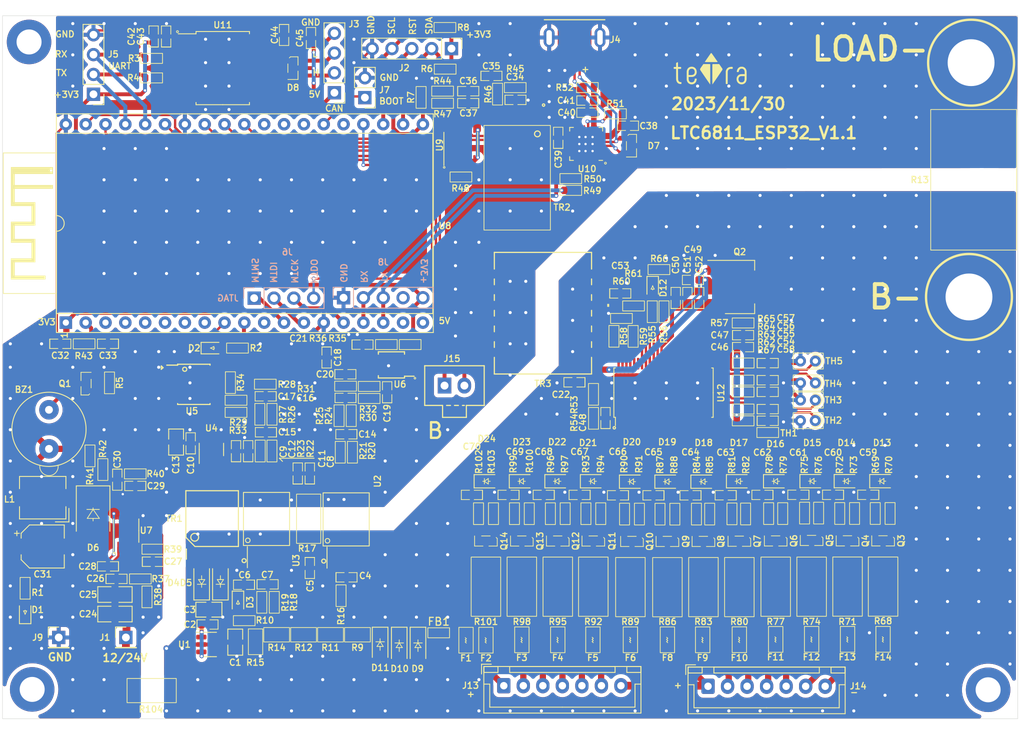
<source format=kicad_pcb>
(kicad_pcb (version 20221018) (generator pcbnew)
  (layers (0 "F.Cu" signal) (31 "B.Cu" signal) (34 "B.Paste" user) (35 "F.Paste" user) (36 "B.SilkS" user "B.Silkscreen") (37 "F.SilkS" user "F.Silkscreen") (38 "B.Mask" user) (39 "F.Mask" user) (44 "Edge.Cuts" user))
  (net 0 "")
  (net 1 "+3V3")
  (net 2 "/PowerMonitor/ISO+5V")
  (net 3 "Net-(D4-K)")
  (net 4 "GND")
  (net 5 "Net-(U2-VINP)")
  (net 6 "Net-(U2-VINN)")
  (net 7 "Net-(U3-VINP)")
  (net 8 "Net-(U3-VINN)")
  (net 9 "Net-(C14-Pad1)")
  (net 10 "Net-(C14-Pad2)")
  (net 11 "Net-(C15-Pad1)")
  (net 12 "Net-(C15-Pad2)")
  (net 13 "Net-(C16-Pad1)")
  (net 14 "Net-(C16-Pad2)")
  (net 15 "Net-(C17-Pad1)")
  (net 16 "Net-(C17-Pad2)")
  (net 17 "/LTC6811/Vref2")
  (net 18 "Net-(U6-Vin+)")
  (net 19 "Net-(U6-Vin-)")
  (net 20 "Net-(U7-SS{slash}TR)")
  (net 21 "/LTC6811/Vreg")
  (net 22 "Net-(C30-Pad1)")
  (net 23 "/LTC6811/T2")
  (net 24 "/LTC6811/T3")
  (net 25 "/LTC6811/T4")
  (net 26 "/LTC6811/T5")
  (net 27 "/LTC6811/T1")
  (net 28 "/LTC6811/cell1/C")
  (net 29 "/LTC6811/cell2/C")
  (net 30 "VDD")
  (net 31 "Net-(U7-BOOT)")
  (net 32 "/USB/Vusb")
  (net 33 "/LTC6811/cell3/C")
  (net 34 "/CAN/5V_CAN")
  (net 35 "/CAN/CAN_GND")
  (net 36 "/LTC6811/cell4/C")
  (net 37 "Net-(D6-K)")
  (net 38 "Net-(U7-COMP)")
  (net 39 "Net-(C34-Pad1)")
  (net 40 "Net-(C35-Pad2)")
  (net 41 "/LTC6811/cell5/C")
  (net 42 "/LTC6811/cell6/C")
  (net 43 "/LTC6811/cell7/C")
  (net 44 "/LTC6811/cell8/C")
  (net 45 "/LTC6811/cell10/CM")
  (net 46 "/LTC6811/cell10/C")
  (net 47 "/LTC6811/cell11/C")
  (net 48 "/LTC6811/cell12/C")
  (net 49 "Net-(U10-VPP)")
  (net 50 "Net-(U12-Vref1)")
  (net 51 "Net-(U12-V+)")
  (net 52 "Net-(C49-Pad1)")
  (net 53 "Net-(C53-Pad1)")
  (net 54 "Net-(D3-A)")
  (net 55 "Net-(D12-K)")
  (net 57 "/MCU/CAN_TX")
  (net 58 "/PowerMonitor/Vbat")
  (net 59 "/MCU/CAN_RX")
  (net 60 "/MCU/Boot")
  (net 61 "/MCU/NRST")
  (net 62 "Net-(Q10-G)")
  (net 63 "Net-(Q10-D)")
  (net 64 "Net-(R11-Pad1)")
  (net 65 "Net-(R11-Pad2)")
  (net 66 "Net-(R12-Pad2)")
  (net 67 "Net-(R14-Pad2)")
  (net 68 "Net-(D1-A)")
  (net 69 "Net-(D2-A)")
  (net 70 "Net-(U2-VOUTN)")
  (net 71 "/BAT+")
  (net 72 "Net-(U2-VOUTP)")
  (net 73 "/LTC6811/cell12/C+")
  (net 74 "/LTC6811/cell11/C+")
  (net 75 "/LTC6811/cell10/C+")
  (net 76 "/LTC6811/cell10/C-")
  (net 77 "/LTC6811/cell8/C+")
  (net 78 "/LTC6811/cell7/C+")
  (net 79 "/LTC6811/cell6/C+")
  (net 80 "/LTC6811/cell5/C+")
  (net 81 "/LTC6811/cell4/C+")
  (net 82 "/LTC6811/cell3/C+")
  (net 83 "/LTC6811/cell2/C+")
  (net 84 "/LTC6811/cell1/C+")
  (net 85 "/USB/D-")
  (net 86 "/USB/D+")
  (net 87 "Net-(U3-VOUTN)")
  (net 88 "Net-(U3-VOUTP)")
  (net 89 "/MCU/MTMS")
  (net 90 "/MCU/MTDI")
  (net 91 "/MCU/MTCK")
  (net 92 "/MCU/MTDO")
  (net 93 "Net-(U7-EN)")
  (net 94 "Net-(U7-RT{slash}CLK)")
  (net 95 "Net-(U7-VSENSE)")
  (net 96 "Net-(U9-ICMP)")
  (net 97 "Net-(U9-IP)")
  (net 98 "Net-(U9-IM)")
  (net 99 "/MCU/LED0")
  (net 100 "/MCU/BUZZER")
  (net 101 "Net-(U9-IBIAS)")
  (net 102 "Net-(U10-TXD)")
  (net 103 "Net-(U10-RXD)")
  (net 104 "Net-(U10-~{RST})")
  (net 105 "Net-(U12-ISOMD)")
  (net 106 "Net-(U12-WDT)")
  (net 107 "Net-(U12-DTEN)")
  (net 108 "Net-(U12-IBIAS)")
  (net 109 "Net-(U12-ICMP)")
  (net 110 "Net-(Q3-D)")
  (net 111 "Net-(Q3-G)")
  (net 112 "/MCU/MISO")
  (net 113 "Net-(Q4-D)")
  (net 114 "/MCU/OLED_SDA")
  (net 115 "/MCU/OLED_RST")
  (net 116 "Net-(Q4-G)")
  (net 117 "Net-(Q5-D)")
  (net 118 "/MCU/OLED_SCL")
  (net 119 "Net-(Q5-G)")
  (net 120 "Net-(Q6-D)")
  (net 121 "Net-(Q6-G)")
  (net 122 "/LTC6811/IPA")
  (net 123 "/LTC6811/IMA")
  (net 124 "Net-(Q11-D)")
  (net 125 "/LTC6811/cell1/S")
  (net 126 "Net-(Q11-G)")
  (net 127 "Net-(Q12-D)")
  (net 128 "/LTC6811/cell2/S")
  (net 129 "Net-(Q12-G)")
  (net 130 "Net-(Q13-D)")
  (net 131 "/LTC6811/cell3/S")
  (net 132 "Net-(Q13-G)")
  (net 133 "Net-(Q14-D)")
  (net 134 "/LTC6811/cell4/S")
  (net 135 "Net-(Q14-G)")
  (net 136 "Net-(Q7-D)")
  (net 137 "/LTC6811/cell5/S")
  (net 138 "Net-(Q7-G)")
  (net 139 "Net-(Q8-D)")
  (net 140 "/LTC6811/cell6/S")
  (net 141 "Net-(Q8-G)")
  (net 142 "Net-(Q9-D)")
  (net 143 "/LTC6811/cell7/S")
  (net 144 "Net-(Q9-G)")
  (net 145 "/LTC6811/cell8/S")
  (net 147 "/LTC6811/cell9/S")
  (net 148 "/LTC6811/cell10/S")
  (net 150 "/LTC6811/cell11/S")
  (net 153 "/LTC6811/cell12/S")
  (net 156 "/MCU/RX_USB")
  (net 158 "/MCU/TX_USB")
  (net 164 "/MCU/5V")
  (net 169 "/MCU/SS")
  (net 170 "/MCU/SCK")
  (net 171 "/MCU/MOSI")
  (net 172 "Net-(BZ1-+)")
  (net 173 "/MCU/SCL")
  (net 174 "/MCU/SDA")
  (net 175 "/LTC6811/C12")
  (net 176 "/LTC6811/C11")
  (net 177 "/LTC6811/C10")
  (net 178 "/LTC6811/C9")
  (net 179 "/LTC6811/C8")
  (net 180 "/LTC6811/C7")
  (net 181 "/LTC6811/C1_G")
  (net 182 "/LTC6811/C6")
  (net 183 "/LTC6811/C5")
  (net 184 "Net-(U4-D2)")
  (net 185 "Net-(U4-D1)")
  (net 186 "/LTC6811/C4")
  (net 187 "/LTC6811/C3")
  (net 188 "/LTC6811/C2")
  (net 189 "/LTC6811/C1")
  (net 190 "Net-(U5B--)")
  (net 191 "Net-(D4-A)")
  (net 192 "Net-(D5-A)")
  (net 193 "/MA")
  (net 194 "/CAN/CANL")
  (net 195 "/CAN/CANH")
  (net 196 "/CAN/CAN_TX")
  (net 197 "/CAN/CAN_RX")
  (net 198 "/LTC6811/DRIVE")
  (net 200 "/PA")
  (net 221 "Net-(U5B-+)")
  (net 224 "GND_PACK")
  (net 227 "/PowerSupply/12{slash}24V")
  (net 228 "Net-(C22-Pad1)")
  (net 229 "Net-(J15-Pin_2)")
  (net 230 "Net-(J15-Pin_1)")
  (net 231 "/LTC6811/IPB")
  (net 232 "/LTC6811/IMB")
  (footprint "Capacitor_SMD:C_0603_1608Metric" (layer "F.Cu") (at 80.1 110.7 180)
    (fp_text reference "C29")
    (fp_text value "6.8pF 50V")
  )
  (footprint "Capacitor_SMD:C_0603_1608Metric" (layer "F.Cu") (at 142.2 86.05)
    (fp_text reference "C53")
    (fp_text value "100pF 100V")
  )
  (footprint "Resistor_SMD:R_2010_5025Metric" (layer "F.Cu") (at 102.3 114.9 -90)
    (fp_text reference "R17")
    (fp_text value "1K")
  )
  (footprint "Resistor_SMD:R_0603_1608Metric" (layer "F.Cu") (at 124.05 114.25 -90)
    (fp_text reference "R102")
    (fp_text value "100R")
  )
  (footprint "Resistor_SMD:R_2512_6332Metric" (layer "F.Cu") (at 134.2 123.6 90)
    (fp_text reference "R95")
    (fp_text value "36R 1W 2512")
  )
  (footprint "Resistor_SMD:R_0603_1608Metric" (layer "F.Cu") (at 119.45 61.7)
    (fp_text reference "R47")
    (fp_text value "1.2K")
  )
  (footprint "LED_SMD:LED_0603_1608Metric" (layer "F.Cu") (at 93.25 125.65 -90)
    (fp_text reference "D3")
    (fp_text value "LED Red")
  )
  (footprint "Package_TO_SOT_SMD:SOT-23" (layer "F.Cu") (at 143.7 117.8 -90)
    (fp_text reference "Q10")
    (fp_text value "TSM2323")
  )
  (footprint "Capacitor_SMD:C_0603_1608Metric" (layer "F.Cu") (at 137 111.85 180)
    (fp_text reference "C67")
    (fp_text value "100nF 100V")
  )
  (footprint "Package_TO_SOT_SMD:SOT-223" (layer "F.Cu") (at 157.5 85.225)
    (fp_text reference "Q2")
    (fp_text value "NSV1C201MZ4")
  )
  (footprint "Resistor_SMD:R_0805_2012Metric" (layer "F.Cu") (at 95.5 130.65 -90)
    (fp_text reference "R15")
    (fp_text value "1KΩ ±0.1% 250mW")
  )
  (footprint "Resistor_SMD:R_0603_1608Metric" (layer "F.Cu") (at 119.75 52)
    (fp_text reference "R8")
    (fp_text value "4.7K")
  )
  (footprint "Resistor_SMD:R_0603_1608Metric" (layer "F.Cu") (at 167.6 114.175 -90)
    (fp_text reference "R76")
    (fp_text value "3.3K")
  )
  (footprint "Connector_USB:Micro_USB_B-2013499-1" (layer "F.Cu") (at 136.35 53.632508 180)
    (fp_text reference "J4")
    (fp_text value "USB")
  )
  (footprint "Package_TO_SOT_SMD:SOT-23" (layer "F.Cu") (at 162.1 117.7375 -90)
    (fp_text reference "Q6")
    (fp_text value "TSM2323")
  )
  (footprint "Resistor_SMD:R_0805_2012Metric" (layer "F.Cu") (at 98.2 129.75 180)
    (fp_text reference "R14")
    (fp_text value "470KΩ ±0.1% 250mW")
  )
  (footprint "Resistor_SMD:R_0603_1608Metric" (layer "F.Cu") (at 116.7 60.95 -90)
    (fp_text reference "R7")
    (fp_text value "4.7K")
  )
  (footprint "Resistor_SMD:R_PSR500HTQFB0L10_Metric_Pad5.2x8.75mm_HandSolder" (layer "F.Cu") (at 187.45 71.5 90)
    (fp_text reference "R13")
    (fp_text value "0.1MR  1% 15W ")
  )
  (footprint "Resistor_SMD:R_0603_1608Metric" (layer "F.Cu") (at 130.55 114.25 -90)
    (fp_text reference "R100")
    (fp_text value "3.3K")
  )
  (footprint "Connector_JST:JST_XH_B7B-XH-A_1x07_P2.50mm_Vertical_BAT_6S" (layer "F.Cu") (at 153.4375 136.35)
    (fp_text reference "J14")
    (fp_text value "B7B-XH-A")
  )
  (footprint "Resistor_SMD:R_0603_1608Metric" (layer "F.Cu") (at 133.25 114.25 -90)
    (fp_text reference "R96")
    (fp_text value "100R")
  )
  (footprint "Fuse:Fuse_0805_2012Metric" (layer "F.Cu") (at 143.5 130.4 90)
    (fp_text reference "F6")
    (fp_text value "MPZ2012S102ATD25")
  )
  (footprint "Resistor_SMD:R_2010_5025Metric" (layer "F.Cu") (at 82.2 136.9)
    (fp_text reference "R104")
    (fp_text value "0R  2010")
  )
  (footprint "Fuse:Fuse_0805_2012Metric" (layer "F.Cu") (at 129.6 130.4 90)
    (fp_text reference "F3")
    (fp_text value "MPZ2012S102ATD25")
  )
  (footprint "Capacitor_SMD:C_0603_1608Metric" (layer "F.Cu") (at 112.35 98.7 90)
    (fp_text reference "C19")
    (fp_text value "100nF 100V")
  )
  (footprint "Capacitor_SMD:C_0603_1608Metric" (layer "F.Cu") (at 107.025 99.43 180)
    (fp_text reference "C16")
    (fp_text value "220pF 50V")
  )
  (footprint "Capacitor_SMD:C_0603_1608Metric" (layer "F.Cu") (at 94.55 106.25 90)
    (fp_text reference "C12")
    (fp_text value "2.2uF 16V")
  )
  (footprint "Resistor_SMD:R_0603_1608Metric" (layer "F.Cu") (at 128.65 114.25 -90)
    (fp_text reference "R99")
    (fp_text value "100R")
  )
  (footprint "Capacitor_SMD:C_0805_2012Metric" (layer "F.Cu") (at 85.33 105.08 90)
    (fp_text reference "C13")
    (fp_text value "10uF 25V")
  )
  (footprint "Connector_PinHeader_2.54mm:PinHeader_1x04_P2.54mm_Vertical" (layer "F.Cu") (at 105.6 60.35 180)
    (fp_text reference "J3")
    (fp_text value "CAN /NC")
  )
  (footprint "Diode_SMD:D_SOD-323" (layer "F.Cu") (at 157.4 110.1)
    (fp_text reference "D17")
    (fp_text value "PDZ7.5B")
  )
  (footprint "Diode_SMD:D_SOD-323" (layer "F.Cu") (at 175.75 110.0875)
    (fp_text reference "D13")
    (fp_text value "PDZ7.5B")
  )
  (footprint "Resistor_SMD:R_0603_1608Metric" (layer "F.Cu") (at 176.75 114.225 -90)
    (fp_text reference "R70")
    (fp_text value "3.3K")
  )
  (footprint "Capacitor_SMD:C_0603_1608Metric" (layer "F.Cu") (at 160.4 111.85 180)
    (fp_text reference "C62")
    (fp_text value "100nF 100V")
  )
  (footprint "Resistor_SMD:R_0603_1608Metric" (layer "F.Cu") (at 157.9325 98.6575 180)
    (fp_text reference "R63")
    (fp_text value "100K")
  )
  (footprint "Resistor_SMD:R_0603_1608Metric" (layer "F.Cu") (at 80.75 122.6)
    (fp_text reference "R37")
    (fp_text value "332K")
  )
  (footprint "Resistor_SMD:R_0603_1608Metric" (layer "F.Cu") (at 96.05 101.525 90)
    (fp_text reference "R27")
    (fp_text value "1K")
  )
  (footprint "Resistor_SMD:R_2512_6332Metric" (layer "F.Cu") (at 138.75 123.6 90)
    (fp_text reference "R92")
    (fp_text value "36R 1W 2512")
  )
  (footprint "Package_TO_SOT_SMD:SOT-23" (layer "F.Cu") (at 171.3 117.725 -90)
    (fp_text reference "Q4")
    (fp_text value "TSM2323")
  )
  (footprint "MountingHole:MountingHole_3.2mm_M3_ISO7380_Pad" (layer "F.Cu") (at 66.9 136.75)
    (fp_text reference "J12" hide)
    (fp_text value "Hole /NC")
  )
  (footprint "Capacitor_SMD:C_0603_1608Metric" (layer "F.Cu") (at 96.825 103.825 180)
    (fp_text reference "C15")
    (fp_text value "2.2nF 16V")
  )
  (footprint "Capacitor_SMD:C_0603_1608Metric" (layer "F.Cu") (at 165 111.8375 180)
    (fp_text reference "C61")
    (fp_text value "100nF 100V")
  )
  (footprint "PCM_4ms_Package_SOIC:SOIC-8_3.9x4.9mm_Pitch1.27mm" (layer "F.Cu") (at 87.6 97.69)
    (fp_text reference "U5")
    (fp_text value "OPA2197IDR" hide)
  )
  (footprint "Resistor_SMD:R_0603_1608Metric" (layer "F.Cu") (at 143.9 87.65)
    (fp_text reference "R61")
    (fp_text value "100R")
  )
  (footprint "Resistor_SMD:R_0603_1608Metric" (layer "F.Cu") (at 142.35 89.25 180)
    (fp_text reference "R60")
    (fp_text value "806R")
  )
  (footprint "Resistor_SMD:R_0603_1608Metric" (layer "F.Cu") (at 128.75 59.7)
    (fp_text reference "R45")
    (fp_text value "51R")
  )
  (footprint "Capacitor_SMD:C_0805_2012Metric" (layer "F.Cu") (at 89.525 126.54)
    (fp_text reference "C3")
    (fp_text value "10uF 25V")
  )
  (footprint "Resistor_THT:R_Axial_DIN0204_L3.6mm_D1.6mm_P1.90mm_Vertical" (layer "F.Cu") (at 167.1675 102.3375 180)
    (fp_text reference "TH2")
    (fp_text value "100K NTC")
  )
  (footprint "Resistor_SMD:R_0603_1608Metric" (layer "F.Cu") (at 82.2 58.45)
    (fp_text reference "R4")
    (fp_text value "0")
  )
  (footprint "Capacitor_SMD:C_0603_1608Metric" (layer "F.Cu") (at 97.05 123.3)
    (fp_text reference "C7")
    (fp_text value "330pF 100V")
  )
  (footprint "Diode_SMD:D_SOD-323" (layer "F.Cu") (at 143.7 110.15)
    (fp_text reference "D20")
    (fp_text value "PDZ7.5B")
  )
  (footprint "Diode_SMD:D_SOD-323" (layer "F.Cu") (at 138.7 110.1)
    (fp_text reference "D21")
    (fp_text value "PDZ7.5B")
  )
  (footprint "Connector_PinHeader_2.54mm:PinHeader_1x02_P2.54mm_Vertical" (layer "F.Cu") (at 109.5 60.975 180)
    (fp_text reference "J7")
    (fp_text value "Boot Option /NC")
  )
  (footprint "Resistor_SMD:R_0603_1608Metric" (layer "F.Cu") (at 97.6 101.525 90)
    (fp_text reference "R26")
    (fp_text value "1K")
  )
  (footprint "Resistor_SMD:R_0603_1608Metric" (layer "F.Cu") (at 97.6 106.225 -90)
    (fp_text reference "R22")
    (fp_text value "100R")
  )
  (footprint "Resistor_SMD:R_0603_1608Metric" (layer "F.Cu") (at 157.9325 97.1575 180)
    (fp_text reference "R64")
    (fp_text value "100K")
  )
  (footprint "Resistor_SMD:R_0603_1608Metric" (layer "F.Cu") (at 82.2 55.95)
    (fp_text reference "R3")
    (fp_text value "0")
  )
  (footprint "Capacitor_SMD:C_0603_1608Metric" (layer "F.Cu") (at 76.6 92.5 180)
    (fp_text reference "C33")
    (fp_text value "100nF 50V")
  )
  (footprint "Resistor_SMD:R_0603_1608Metric" (layer "F.Cu") (at 106.35 106.38 -90)
    (fp_text reference "R21")
    (fp_text value "100R")
  )
  (footprint "Capacitor_SMD:C_0603_1608Metric" (layer "F.Cu") (at 107.15 122.4)
    (fp_text reference "C4")
    (fp_text value "330pF 100V")
  )
  (footprint "Battery:Battery_6mm×10mm_Cell_half_2" (layer "F.Cu") (at 186.85 86.5 90)
    (fp_text reference "BAT1" hide)
    (fp_text value "BAT-")
  )
  (footprint "Package_TO_SOT_SMD:SOT-23" (layer "F.Cu") (at 100.2875 57.2)
    (fp_text reference "D8")
    (fp_text value "ESD24VS2U")
  )
  (footprint "Capacitor_SMD:C_0603_1608Metric" (layer "F.Cu") (at 161.0825 94.9675)
    (fp_text reference "C57")
    (fp_text value "100nF 100V")
  )
  (footprint "Resistor_SMD:R_0603_1608Metric" (layer "F.Cu") (at 135.865 71.35 180)
    (fp_text reference "R50")
    (fp_text value "240R")
  )
  (footprint "Resistor_SMD:R_0603_1608Metric" (layer "F.Cu") (at 74.3 106.85 -90)
    (fp_text reference "R41")
    (fp_text value "31.6K")
  )
  (footprint "Resistor_SMD:R_0603_1608Metric" (layer "F.Cu") (at 138.78 102.04 -90)
    (fp_text reference "R54")
    (fp_text value "100R")
  )
  (footprint "Capacitor_SMD:C_0603_1608Metric" (layer "F.Cu") (at 149.3 86.625 90)
    (fp_text reference "C50")
    (fp_text value "1uF 25V")
  )
  (footprint "Capacitor_SMD:C_0603_1608Metric" (layer "F.Cu") (at 146.45 111.9 180)
    (fp_text reference "C65")
    (fp_text value "100nF 100V")
  )
  (footprint "Transformer_SMD:HM2102NL_PUL" (layer "F.Cu") (at 132.3 88.58)
    (fp_text reference "TR3")
    (fp_text value "HM2102NL")
  )
  (footprint "Fuse:Fuse_0805_2012Metric" (layer "F.Cu") (at 122.45 130.45 90)
    (fp_text reference "F1")
    (fp_text value "MPZ2012S102ATD25")
  )
  (footprint "Capacitor_SMD:C_0603_1608Metric" (layer "F.Cu") (at 152.3 86.625 90)
    (fp_text reference "C52")
    (fp_text value "1uF 25V")
  )
  (footprint "Resistor_SMD:R_0805_2012Metric" (layer "F.Cu") (at 101.65 129.75 180)
    (fp_text reference "R12")
    (fp_text value "470KΩ ±0.1% 250mW")
  )
  (footprint "Resistor_SMD:R_0603_1608Metric" (layer "F.Cu") (at 141.585 63.05 180)
    (fp_text reference "R51")
    (fp_text value "10K")
  )
  (footprint "Resistor_SMD:R_0603_1608Metric" (layer "F.Cu") (at 142.75 114.3 -90)
    (fp_text reference "R90")
    (fp_text value "100R")
  )
  (footprint "Package_SO:MSOP-16_3x4mm_P0.5mm" (layer "F.Cu") (at 121.775 66.915457 90)
    (fp_text reference "U9")
    (fp_text value "LTC6820")
  )
  (footprint "Resistor_SMD:R_0603_1608Metric" (layer "F.Cu") (at 139.7 114.25 -90)
    (fp_text reference "R94")
    (fp_text value "3.3K")
  )
  (footprint "Diode_SMD:D_SOD-123" (layer "F.Cu") (at 91 122.94 90)
    (fp_text reference "D5")
    (fp_text value "MBR0520")
  )
  (footprint "Resistor_SMD:R_2512_6332Metric" (layer "F.Cu") (at 166.7 123.6 90)
    (fp_text reference "R74")
    (fp_text value "36R 1W 2512")
  )
  (footprint "Diode_SMD:D_SOD-323" (layer "F.Cu") (at 152.85 110.15)
    (fp_text reference "D18")
    (fp_text value "PDZ7.5B")
  )
  (footprint "Resistor_SMD:R_0603_1608Metric" (layer "F.Cu") (at 161.2 114.2375 -90)
    (fp_text reference "R78")
    (fp_text value "100R")
  )
  (footprint "Capacitor_SMD:C_0603_1608Metric" (layer "F.Cu") (at 127.9 111.85 180)
    (fp_text reference "C69")
    (fp_text value "100nF 100V")
  )
  (footprint "Capacitor_SMD:C_0603_1608Metric" (layer "F.Cu") (at 157.93 91.39)
    (fp_text reference "C47")
    (fp_text value "1uF 25V")
  )
  (footprint "Resistor_SMD:R_0603_1608Metric" (layer "F.Cu") (at 146.3 88.39 90)
    (fp_text reference "R55")
    (fp_text value "0")
  )
  (footprint "Resistor_SMD:R_0603_1608Metric" (layer "F.Cu") (at 149.1875 114.3125 -90)
    (fp_text reference "R88")
    (fp_text value "3.3K")
  )
  (footprint "Fuse:Fuse_0805_2012Metric" (layer "F.Cu") (at 138.7 130.4 90)
    (fp_text reference "F5")
    (fp_text value "MPZ2012S102ATD25")
  )
  (footprint "Diode_SMD:D_SOD-323" (layer "F.Cu") (at 171.2 110.0875)
    (fp_text reference "D14")
    (fp_text value "PDZ7.5B")
  )
  (footprint "ENNOID:Pin_1x02-XL" (layer "F.Cu") (at 119.7 97.85 90)
    (fp_text reference "J15")
    (fp_text value "PB MB")
  )
  (footprint "Resistor_SMD:R_2512_6332Metric" (layer "F.Cu") (at 157.45 123.65 90)
    (fp_text reference "R80")
    (fp_text value "36R 1W 2512")
  )
  (footprint "Resistor_SMD:R_0603_1608Metric" (layer "F.Cu") (at 151.95 114.3 -90)
    (fp_text reference "R84")
    (fp_text value "100R")
  )
  (footprint "Diode_SMD:D_SOD-123" (layer "F.Cu") (at 116.3 131.15 -90)
    (fp_text reference "D9")
    (fp_text value "1N4148W")
  )
  (footprint "Resistor_SMD:R_0603_1608Metric" (layer "F.Cu") (at 110.05 99.5 180)
    (fp_text reference "R30")
    (fp_text value "3.3K")
  )
  (footprint "Capacitor_SMD:C_0603_1608Metric" (layer "F.Cu") (at 89.35 128.44)
    (fp_text reference "C2")
    (fp_text value "100nF 100V")
  )
  (footprint "Resistor_SMD:R_0603_1608Metric" (layer "F.Cu") (at 93.1875 93.05)
    (fp_text reference "R2")
    (fp_text value "470R")
  )
  (footprint "Package_TO_SOT_SMD:SOT-23" (layer "F.Cu") (at 157.45 117.775 -90)
    (fp_text reference "Q7")
    (fp_text value "TSM2323")
  )
  (footprint "Resistor_SMD:R_0603_1608Metric" (layer "F.Cu") (at 81.6 124.9 -90)
    (fp_text reference "R38")
    (fp_text value "61.9K")
  )
  (footprint "Resistor_SMD:R_0603_1608Metric" (layer "F.Cu") (at 158.25 114.2875 -90)
    (fp_text reference "R82")
    (fp_text value "3.3K")
  )
  (footprint "Resistor_SMD:R_0603_1608Metric" (layer "F.Cu") (at 115.3 92.6 180)
    (fp_text reference "R35")
    (fp_text value "4.7K")
  )
  (footprint "Package_SO:SOP-8_6.62x9.15mm_P2.54mm" (layer "F.Cu") (at 91.3 57.2)
    (fp_text reference "U11")
    (fp_text value "ISO1050DUBR")
  )
  (footprint "Resistor_SMD:R_0603_1608Metric" (layer "F.Cu") (at 153.65 114.3 -90)
    (fp_text reference "R85")
    (fp_text value "3.3K")
  )
  (footprint "Capacitor_SMD:C_0603_1608Metric" (layer "F.Cu") (at 82.35 120.4)
    (fp_text reference "C27")
    (fp_text value "10nF 100V")
  )
  (footprint "Package_DFN_QFN:HVQFN-24-1EP_4x4mm_P0.5mm_EP2.6x2.6mm" (layer "F.Cu") (at 137.835 66.9 180)
    (fp_text reference "U10")
    (fp_text value "CP2104")
  )
  (footprint "Resistor_SMD:R_0603_1608Metric" (layer "F.Cu") (at 96.75 97.675 180)
    (fp_text reference "R28")
    (fp_text value "5.6K")
  )
  (footprint "Package_TO_SOT_SMD:SOT-23" (layer "F.Cu") (at 143.635 67.13)
    (fp_text reference "D7")
    (fp_text value "ESD24VS2U")
  )
  (footprint "Package_TO_SOT_SMD:SOT-23" (layer "F.Cu") (at 152.85 117.8 -90)
    (fp_text reference "Q8")
    (fp_text value "TSM2323")
  )
  (footprint "Resistor_SMD:R_0603_1608Metric" (layer "F.Cu") (at 143.85 91.55 90)
    (fp_text reference "R59")
    (fp_text value "1.2K")
  )
  (footprint "Resistor_SMD:R_0603_1608Metric" (layer "F.Cu") (at 121.8 71.14 180)
    (fp_text reference "R48")
    (fp_text value "2K")
  )
  (footprint "Resistor_SMD:R_0603_1608Metric" (layer "F.Cu") (at 76.8 97.5 -90)
    (fp_text reference "R5")
    (fp_text value "1.5K")
  )
  (footprint "Resistor_SMD:R_0603_1608Metric" (layer "F.Cu") (at 163 114.2375 -90)
    (fp_text reference "R79")
    (fp_text value "3.3K")
  )
  (footprint "Fuse:Fuse_0805_2012Metric" (layer "F.Cu") (at 162.1 130.35 90)
    (fp_text reference "F11")
    (fp_text value "MPZ2012S102ATD25")
  )
  (footprint "Resistor_SMD:R_0603_1608Metric" (layer "F.Cu") (at 147.8 88.39 90)
    (fp_text reference "R56")
    (fp_text value "1M")
  )
  (footprint "Resistor_SMD:R_0603_1608Metric" (layer "F.Cu") (at 138.77 98.97 90)
    (fp_text reference "R53")
    (fp_text value "100R")
  )
  (footprint "MountingHole:MountingHole_3.2mm_M3_ISO7380_Pad" (layer "F.Cu") (at 189.3 136.8)
    (fp_text reference "J10" hide)
    (fp_text value "Hole /NC")
  )
  (footprint "Package_SO:SSO-8_6.8x5.9mm_P1.27mm_Clearance8mm" (layer "F.Cu") (at 96.9 114.925 90)
    (fp_text reference "U3")
    (fp_text value "AMC1301")
  )
  (footprint "Capacitor_SMD:C_0603_1608Metric" (layer "F.Cu") (at 161.0825 98.6575)
    (fp_text reference "C55")
    (fp_text value "100nF 100V")
  )
  (footprint "Package_TO_SOT_SMD:SOT-23" (layer "F.Cu") (at 166.7 117.675 -90)
    (fp_text reference "Q5")
    (fp_text value "TSM2323")
  )
  (footprint "Resistor_SMD:R_2512_6332Metric" (layer "F.Cu") (at 175.85 123.5875 90)
    (fp_text reference "R68")
    (fp_text value "36R 1W 2512")
  )
  (footprint "Capacitor_SMD:C_1206_3216Metric" (layer "F.Cu") (at 77.5 127.1 180)
    (fp_text reference "C24")
    (fp_text value "2.2uF 100V")
  )
  (footprint "Capacitor_SMD:C_0603_1608Metric" (layer "F.Cu") (at 84.05 53.15 90)
    (fp_text reference "C43")
    (fp_text value "100nF 100V")
  )
  (footprint "Resistor_SMD:R_0603_1608Metric" (layer "F.Cu") (at 75.95 108.6 -90)
    (fp_text reference "R42")
    (fp_text value "10K")
  )
  (footprint "Package_TO_SOT_SMD:SOT-23" (layer "F.Cu") (at 148.2375 117.8 -90)
    (fp_text reference "Q9")
    (fp_text value "TSM2323")
  )
  (footprint "Package_TO_SOT_SMD:SOT-23-5" (layer "F.Cu") (at 89.85 106.03 90)
    (fp_text reference "U4")
    (fp_text value "SN6501DBV")
  )
  (footprint "Resistor_SMD:R_0603_1608Metric" (layer "F.Cu") (at 106.2 101.7 90)
    (fp_text reference "R25")
    (fp_text value "1K")
  )
  (footprint "Resistor_THT:R_Axial_DIN0204_L3.6mm_D1.6mm_P1.90mm_Vertical" (layer "F.Cu") (at 167.1775 97.5075 180)
    (fp_text reference "TH4")
    (fp_text value "100K NTC")
  )
  (footprint "Capacitor_SMD:C_0603_1608Metric" (layer "F.Cu") (at 137.985 62.9 180)
    (fp_text reference "C40")
    (fp_text value "100nF 100V")
  )
  (footprint "Package_TO_SOT_SMD:SOT-23-5" (layer "F.Cu") (at 89.7 131)
    (fp_text reference "U1")
    (fp_text value "TPS76350")
  )
  (footprint "Resistor_SMD:R_0603_1608Metric" (layer "F.Cu") (at 96.3 125.6 90)
    (fp_text reference "R19")
    (fp_text value "10R")
  )
  (footprint "Connector_PinHeader_2.54mm:PinHeader_1x04_P2.54mm_Vertical" (layer "F.Cu") (at 74.75 60.55 180)
    (fp_text reference "J5")
    (fp_text value "UART /NC")
  )
  (footprint "Capacitor_SMD:C_0603_1608Metric" (layer "F.Cu") (at 104.6 94.25 -90)
    (fp_text reference "C18")
    (fp_text value "100nF 100V")
  )
  (footprint "Fuse:Fuse_0805_2012Metric" (layer "F.Cu") (at 175.85 130.3375 90)
    (fp_text reference "F14")
    (fp_text value "MPZ2012S102ATD25")
  )
  (footprint "Capacitor_SMD:CP_Elec_5x4.4" (layer "F.Cu") (at 68.25 118.45)
    (fp_text reference "C31")
    (fp_text value "47uF 16V")
  )
  (footprint "RF_Module:ESP32-DevKitc V4_DIP-38_27.9mm×48.2mm" (layer "F.Cu") (at 118.2 91.055 90)
    (fp_text reference "U8")
    (fp_text value "ESP32-DevKitC V4" hide)
  )
  (footprint "Capacitor_SMD:C_0603_1608Metric" (layer "F.Cu") (at 134.255 66.12 90)
    (fp_text reference "C39")
    (fp_text value "2.2uF 16V")
  )
  (footprint "Diode_SMD:D_SOD-323" (layer "F.Cu") (at 134.15 110.1)
    (fp_text reference "D22")
    (fp_text value "PDZ7.5B")
  )
  (footprint "Diode_SMD:D_SOD-323" (layer "F.Cu") (at 125.1 110.1)
    (fp_text reference "D24")
    (fp_text value "PDZ7.5B")
  )
  (footprint "Resistor_SMD:R_0603_1608Metric" (layer "F.Cu") (at 147.2875 114.3125 -90)
    (fp_text reference "R87")
    (fp_text value "100R")
  )
  (footprint "Connector_PinHeader_2.54mm:PinHeader_1x01_P2.54mm_Vertical" (layer "F.Cu") (at 78.9 130.1)
    (fp_text reference "J1")
    (fp_text value "12/24V")
  )
  (footprint "Capacitor_SMD:C_0603_1608Metric" (layer "F.Cu") (at 96.8 99.225 180)
    (fp_text reference "C17")
    (fp_text value "220pF 50V")
  )
  (footprint "Capacitor_SMD:C_0603_1608Metric" (layer "F.Cu") (at 70.5 92.5)
    (fp_text reference "C32")
    (fp_text value "100nF 50V")
  )
  (footprint "Resistor_SMD:R_0603_1608Metric" (layer "F.Cu") (at 73.55 92.5)
    (fp_text reference "R43")
    (fp_text value "10K")
  )
  (footprint "Resistor_SMD:R_0603_1608Metric" (layer "F.Cu") (at 97.9 125.6 -90)
    (fp_text reference "R18")
    (fp_text value "1K")
  )
  (footprint "Diode_SMD:D_SOD-323" (layer "F.Cu") (at 162.15 110.1)
    (fp_text reference "D16")
    (fp_text value "PDZ7.5B")
  )
  (footprint "Diode_SMD:D_SOD-323" (layer "F.Cu") (at 166.8125 110.0875)
    (fp_text reference "D15")
    (fp_text value "PDZ7.5B")
  )
  (footprint "Capacitor_SMD:C_0603_1608Metric" (layer "F.Cu") (at 141.9 111.9 180)
    (fp_text reference "C66")
    (fp_text value "100nF 100V")
  )
  (footprint "Fuse:Fuse_0805_2012Metric" (layer "F.Cu") (at 148.2375 130.4 90)
    (fp_text reference "F8")
    (fp_text value "MPZ2012S102ATD25")
  )
  (footprint "Capacitor_SMD:C_0603_1608Metric" (layer "F.Cu") (at 123.2 111.85 180)
    (fp_text reference "C70")
    (fp_text value "100nF 100V")
  )
  (footprint "Resistor_SMD:R_2512_6332Metric" (layer "F.Cu") (at 162.1 123.6 90)
    (fp_text reference "R77")
    (fp_text value "36R 1W 2512")
  )
  (footprint "Package_TO_SOT_SMD:SOT-23" (layer "F.Cu") (at 134.2 117.75 -90)
    (fp_text reference "Q12")
    (fp_text value "TSM2323")
  )
  (footprint "Fuse:Fuse_0805_2012Metric" (layer "F.Cu") (at 171.3 130.3375 90)
    (fp_text reference "F13")
    (fp_text value "MPZ2012S102ATD25")
  )
  (footprint "Resistor_SMD:R_0603_1608Metric" (layer "F.Cu") (at 80.1 109.15 180)
    (fp_text reference "R40")
    (fp_text value "68K")
  )
  (footprint "Resistor_SMD:R_0603_1608Metric" (layer "F.Cu") (at 157.9325 100.8575 180)
    (fp_text reference "R62")
    (fp_text value "100K")
  )
  (footprint "Symbol:teTra-LOGO" (layer "F.Cu") (at 153.846993 57.301528)
    (fp_text reference "LOGO1" hide)
    (fp_text value "teTra /NC" hide)
  )
  (footprint "Resistor_SMD:R_0603_1608Metric" (layer "F.Cu") (at 135.865 72.85 180)
    (fp_text reference "R49")
    (fp_text value "240R")
  )
  (footprint "MountingHole:MountingHole_3.2mm_M3_ISO7380_Pad" (layer "F.Cu") (at 66.5 53.85)
    (fp_text reference "J11" hide)
    (fp_text value "Hole /NC")
  )
  (footprint "Resistor_SMD:R_0603_1608Metric" (layer "F.Cu") (at 107.75 101.7 90)
    (fp_text reference "R24")
    (fp_text value "1K")
  )
  (footprint "Resistor_SMD:R_2512_6332Metric" (layer "F.Cu") (at 152.85 123.65 90)
    (fp_text reference "R83")
    (fp_text value "36R 1W 2512")
  )
  (footprint "Capacitor_SMD:C_0603_1608Metric" (layer "F.Cu") (at 77.8 109.9 -90)
    (fp_text reference "C30")
    (fp_text value "3nF 16V")
  )
  (footprint "Capacitor_SMD:C_0603_1608Metric" (layer "F.Cu") (at 132.4 111.85 180)
    (fp_text reference "C68")
    (fp_text value "100nF 100V")
  )
  (footprint "ENNOID:HM2108NL" (layer "F.Cu") (at 129 71.233079 180)
    (fp_text reference "TR2")
    (fp_text value "HM2108NL")
  )
  (footprint "ENNOID:WURTH-760390014" (layer "F.Cu") (at 89.94 114.88 90)
    (fp_text reference "TR1")
    (fp_text value "TRANSF5" hide)
  )
  (footprint "Resistor_SMD:R_0603_1608Metric" (layer "F.Cu") (at 161.0825 103.8575)
    (fp_text reference "TH1")
    (fp_text value "100K NTC")
  )
  (footprint "Connector_JST:JST_XH_B7B-XH-A_1x07_P2.50mm_Vertical_BAT_6S" (layer "F.Cu") (at 127.2875 136.275)
    (fp_text reference "J13")
    (fp_text value "B7B-XH-A")
  )
  (footprint "Resistor_SMD:R_0603_1608Metric" (layer "F.Cu") (at 137.8 114.25 -90)
    (fp_text reference "R93")
    (fp_text value "100R")
  )
  (footprint "Package_TO_SOT_SMD:SOT-23" (layer "F.Cu") (at 175.85 117.725 -90)
    (fp_text reference "Q3")
    (fp_text value "TSM2323")
  )
  (footprint "Resistor_THT:R_Axial_DIN0204_L3.6mm_D1.6mm_P1.90mm_Vertical" (layer "F.Cu") (at 167.1775 94.7075 180)
    (fp_text reference "TH5")
    (fp_text value "100K NTC")
  )
  (footprint "Resistor_SMD:R_0603_1608Metric" (layer "F.Cu") (at 96.1 106.225 -90)
    (fp_text reference "R23")
    (fp_text value "100R")
  )
  (footprint "Capacitor_SMD:C_0603_1608Metric" (layer "F.Cu") (at 77.7 122.6)
    (fp_text reference "C26")
    (fp_text value "100nF 100V")
  )
  (footprint "Resistor_SMD:R_0603_1608Metric" (layer "F.Cu") (at 170.3 114.225 -90)
    (fp_text reference "R72")
    (fp_text value "100R")
  )
  (footprint "Capacitor_SMD:C_0603_1608Metric" (layer "F.Cu") (at 94.025 123.35 180)
    (fp_text reference "C6")
    (fp_text value "100nF 100V")
  )
  (footprint "Package_TO_SOT_SMD:SOT-23" (layer "F.Cu") (at 73.8 97.6 180)
    (fp_text reference "Q1")
    (fp_text value "BSS138")
  )
  (footprint "Capacitor_SMD:C_0603_1608Metric" (layer "F.Cu") (at 107.125 104.08 180)
    (fp_text reference "C14")
    (fp_text value "2.2nF 16V")
  )
  (footprint "Diode_SMD:D_SOD-123F" (layer "F.Cu") (at 111.45 131 -90)
    (fp_text reference "D11")
    (fp_text value "BZT52H-C62")
  )
  (footprint "Capacitor_SMD:C_0603_1608Metric" (layer "F.Cu") (at 128.78 61.27)
    (fp_text reference "C34")
    (fp_text value "10nF 100V")
  )
  (footprint "Capacitor_SMD:C_0603_1608Metric" (layer "F.Cu") (at 102.45 121.2 -90)
    (fp_text reference "C5")
    (fp_text value "100nF 100V")
  )
  (footprint "Capacitor_SMD:C_0603_1608Metric" (layer "F.Cu") (at 125.7 58.2)
    (fp_text reference "C35")
    (fp_text value "10nF 100V")
  )
  (footprint "Resistor_SMD:R_0603_1608Metric" (layer "F.Cu") (at 112.25 92.6)
    (fp_text reference "R36")
    (fp_text value "4.7K")
  )
  (footprint "Resistor_SMD:R_2512_6332Metric" (layer "F.Cu") (at 125 123.6 90)
    (fp_text reference "R101")
    (fp_text value "36R 1W 2512")
  )
  (footprint "LED_SMD:LED_0603_1608Metric" (layer "F.Cu") (at 66 126.85 90)
    (fp_text reference "D1")
    (fp_text value "LED Red")
  )
  (footprint "LED_SMD:LED_0603_1608Metric" (layer "F.Cu") (at 90.0125 93.05)
    (fp_text reference "D2")
    (fp_text value "LED Red")
  )
  (footprint "Resistor_SMD:R_0603_1608Metric" (layer "F.Cu") (at 156.5 114.275 -90)
    (fp_text reference "R81")
    (fp_text value "100R")
  )
  (footprint "Capacitor_SMD:C_0603_1608Metric" (layer "F.Cu") (at 137.985 61.35 180)
    (fp_text reference "C41")
    (fp_text value "2.2uF 16V")
  )
  (footprint "Resistor_SMD:R_0603_1608Metric" (layer "F.Cu") (at 119.78 57.33)
    (fp_text reference "R6")
    (fp_text value "4.7K")
  )
  (footprint "Capacitor_SMD:C_0603_1608Metric" (layer "F.Cu") (at 169.45 111.8375 180)
    (fp_text reference "C60")
    (fp_text value "100nF 100V")
  )
  (footprint "Resistor_SMD:R_0603_1608Metric" (layer "F.Cu") (at 144.65 114.3 -90)
    (fp_text reference "R91")
    (fp_text value "3.3K")
  )
  (footprint "Resistor_SMD:R_0603_1608Metric" (layer "F.Cu") (at 157.9325 102.3575)
    (fp_text reference "R67")
    (fp_text value "100K")
  )
  (footprint "Resistor_SMD:R_0603_1608Metric" (layer "F.Cu") (at 157.93 89.83)
    (fp_text reference "R57")
    (fp_text value "0")
  )
  (footprint "Connector_PinHeader_2.54mm:PinHeader_1x05_P2.54mm_Vertical" (layer "F.Cu") (at 120.59 54.7 -90)
    (fp_text reference "J2")
    (fp_text value "OLED /NC")
  )
  (footprint "Resistor_SMD:R_0603_1608Metric" (layer "F.Cu") (at 82.35 118.8)
    (fp_text reference "R39")
    (fp_text value "90.9K")
  )
  (footprint "Resistor_SMD:R_0603_1608Metric" (layer "F.Cu") (at 66 123.8 90)
    (fp_text reference "R1")
    (fp_text value "470R")
  )
  (footprint "Capacitor_SMD:C_0603_1608Metric" (layer "F.Cu") (at 161.0825 102.3575)
    (fp_text reference "C58")
    (fp_text value "100nF 100V")
  )
  (footprint "ENNOID:BUZZER" (layer "F.Cu") (at 69.05 103.45 90)
    (fp_text reference "BZ1")
    (fp_text value "AI-1027-TWT-5V")
  )
  (footprint "Capacitor_SMD:C_0805_2012Metric" (layer "F.Cu") (at 92.9 130.7 -90)
    (fp_text reference "C1")
    (fp_text value "10uF 25V")
  )
  (footprint "Resistor_SMD:R_0805_2012Metric" (layer "F.Cu") (at 108.55 129.75 180)
    (fp_text reference "R9")
    (fp_text value "470KΩ ±0.1% 250mW")
  )
  (footprint "Fuse:Fuse_0805_2012Metric" (layer "F.Cu") (at 166.7 130.3375 90)
    (fp_text reference "F12")
    (fp_text value "MPZ2012S102ATD25")
  )
  (footprint "Inductor_SMD:L_Bourns_SRP5030T" (layer "F.Cu") (at 68.25 112.2 180)
    (fp_text reference "L1")
    (fp_text value "10uH")
  )
  (footprint "Resistor_SMD:R_0603_1608Metric" (layer "F.Cu") (at 137.985 59.69 180)
    (fp_text reference "R52")
    (fp_text value "10K")
  )
  (footprint "Resistor_SMD:R_0603_1608Metric" (layer "F.Cu") (at 92.28 97.47 90)
    (fp_text reference "R34")
    (fp_text value "33K")
  )
  (footprint "Resistor_SMD:R_0603_1608Metric" (layer "F.Cu") (at 110.05 97.95 180)
    (fp_text reference "R32")
    (fp_text value "1K")
  )
  (footprint "Diode_SMD:D_SOD-123" (layer "F.Cu") (at 88.6 122.94 90)
    (fp_text reference "D4")
    (fp_text value "MBR0520")
  )
  (footprint "Capacitor_SMD:C_0603_1608Metric" (layer "F.Cu") (at 82.45 53.15 90)
    (fp_text reference "C42")
    (fp_text value "1uF 25V")
  )
  (footprint "Capacitor_SMD:C_0603_1608Metric" (layer "F.Cu") (at 143.185 64.58)
    (fp_text reference "C38")
    (fp_text value "2.2uF 16V")
  )
  (footprint "Capacitor_SMD:C_0603_1608Metric" (layer "F.Cu") (at 102.6 53.35 90)
    (fp_text reference "C45")
    (fp_text value "100nF 50V")
  )
  (footprint "Package_TO_SOT_SMD:SOT-23" (layer "F.Cu") (at 129.6 117.75 -90)
    (fp_text reference "Q13")
    (fp_text value "TSM2323")
  )
  (footprint "Fuse:Fuse_0805_2012Metric" (layer "F.Cu") (at 134.2 130.4 90)
    (fp_text reference "F4")
    (fp_text value "MPZ2012S102ATD25")
  )
  (footprint "Diode_SMD:D_SOD-323" (layer "F.Cu") (at 148.2375 110.15)
    (fp_text reference "D19")
    (fp_text value "PDZ7.5B")
  )
  (footprint "Resistor_SMD:R_0603_1608Metric" (layer "F.Cu") (at 172.2 114.225 -90)
    (fp_text reference "R73")
    (fp_text value "3.3K")
  )
  (footprint "Diode_SMD:D_SOD-323" (layer "F.Cu") (at 129.6 110.1)
    (fp_text reference "D23")
    (fp_text value "PDZ7.5B")
  )
  (footprint "Fuse:Fuse_0805_2012Metric" (layer "F.Cu") (at 152.75 130.4 90)
    (fp_text reference "F9")
    (fp_text value "MPZ2012S102ATD25")
  )
  (footprint "Resistor_SMD:R_0603_1608Metric" (layer "F.Cu") (at 93 101.275)
    (fp_text reference "R33")
    (fp_text value "33K")
  )
  (footprint "Capacitor_SMD:C_0603_1608Metric" (layer "F.Cu") (at 107 96.4)
    (fp_text reference "C20")
    (fp_text value "100nF 100V")
  )
  (footprint "Resistor_SMD:R_0805_2012Metric" (layer "F.Cu") (at 105.1 129.75 180)
    (fp_text reference "R11")
    (fp_text value "470KΩ ±0.1% 250mW")
  )
  (footprint "Package_SO:TSSOP-48_6.1x12.5mm_P0.5mm" (layer "F.Cu") (at 147.7375 98.75 90)
    (fp_text reference "U12")
    (fp_text value "LTC6811HG-1")
  )
  (footprint "Capacitor_SMD:C_0603_1608Metric" (layer "F.Cu") (at 161.0825 97.1575)
    (fp_text reference "C56")
    (fp_text value "100nF 100V")
  )
  (footprint "Capacitor_SMD:C_0603_1608Metric" (layer "F.Cu") (at 173.95 111.8375 180)
    (fp_text reference "C59")
    (fp_text value "100nF 100V")
  )
  (footprint "Resistor_SMD:R_0603_1608Metric" (layer "F.Cu") (at 141.39 91.54 -90)
    (fp_text reference "R58")
    (fp_text value "100K")
  )
  (footprint "Package_SO:SSO-8_6.8x5.9mm_P1.27mm_Clearance8mm" (layer "F.Cu") (at 107.1 114.98 90)
    (fp_text reference "U2")
    (fp_text value "AMC1301 or AMC1302")
  )
  (footprint "Resistor_SMD:R_0603_1608Metric" (layer "F.Cu") (at 93 99.725 180)
    (fp_text reference "R29")
    (fp_text value "5.6K")
  )
  (footprint "Resistor_SMD:R_0603_1608Metric" (layer "F.Cu") (at 126.49 60.53 90)
    (fp_text reference "R46")
    (fp_text value "51R")
  )
  (footprint "Battery:Battery_6mm×10mm_Cell_half_2" (layer "F.Cu") (at 187.12 56.5 90)
    (fp_text reference "BAT-1" hide)
    (fp_text value "BAT-")
  )
  (footprint "Diode_SMD:D_SOD-123" (layer "F.Cu") (at 113.9 131.15 -90)
    (fp_text reference "D10")
    (fp_text value "1N4148W")
  )
  (footprint "LED_SMD:LED_0603_1608Metric" (layer "F.Cu") (at 146.35 85.35 -90)
    (fp_text reference "D12")
    (fp_text value "LED Red")
  )
  (footprint "Capacitor_SMD:C_0603_1608Metric" (layer "F.Cu") (at 76.6 121 180)
    (fp_text reference "C28")
    (fp_text value "100nF 100V")
  )
  (footprint "Capacitor_SMD:C_0603_1608Metric" (layer "F.Cu") (at 151.5 84.325 180)
    (fp_text reference "C49")
    (fp_text value "100nF 100V")
  )
  (footprint "Capacitor_SMD:C_0603_1608Metric" (layer "F.Cu") (at 150.8 86.625 90)
    (fp_text reference "C51")
    (fp_text value "1uF 25V")
  )
  (footprint "Resistor_SMD:R_0603_1608Metric" (layer "F.Cu") (at 157.9425 94.9575 180)
    (fp_text reference "R65")
    (fp_text value "100K")
  )
  (footprint "Capacitor_SMD:C_0603_1608Metric" (layer "F.Cu") (at 136.33 97.43 180)
    (fp_text reference "C22")
    (fp_text value "100pF 100V")
  )
  (footprint "Resistor_SMD:R_0603_1608Metric" (layer "F.Cu") (at 147.15 83)
    (fp_text reference "R66")
    (fp_text value "1.2K")
  )
  (footprint "Resistor_SMD:R_0603_1608Metric" (layer "F.Cu") (at 118.95 129.5)
    (fp_text reference "FB1")
    (fp_text value "BLM18PG330SN1D")
  )
  (footprint "Package_SO:MSOP-10-1EP_3x3mm_P0.5mm_EP1.73x1.98mm" (layer "F.Cu") (at 78.945 116.42 90)
    (fp_text reference "U7")
    (fp_text value "TPS54160ADGQ")
  )
  (footprint "Capacitor_SMD:C_0603_1608Metric" (layer "F.Cu") (at 161.0825 100.8575)
    (fp_text reference "C54")
    (fp_text value "100nF 100V")
  )
  (footprint "Capacitor_SMD:C_0603_1608Metric" (layer "F.Cu") (at 155.7 111.8875 180)
    (fp_text reference "C63")
    (fp_text value "100nF 100V")
  )
  (footprint "Resistor_THT:R_Axial_DIN0204_L3.6mm_D1.6mm_P1.90mm_Vertical" (layer "F.Cu") (at 167.1725 99.7075 180)
    (fp_text reference "TH3")
    (fp_text value "100K NTC")
  )
  (footprint "Capacitor_SMD:C_0603_1608Metric" (layer "F.Cu") (at 151.2 111.9 180)
    (fp_text reference "C64")
    (fp_text value "100nF 100V")
  )
  (footprint "Resistor_SMD:R_0603_1608Metric" (layer "F.Cu") (at 94.05 127.95)
    (fp_text reference "R10")
    (fp_text value "470R")
  )
  (footprint "Resistor_SMD:R_0603_1608Metric" (layer "F.Cu") (at 106.45 124.75 90)
    (fp_text reference "R16")
    (fp_text value "1K")
  )
  (footprint "Fuse:Fuse_0805_2012Metric" (layer "F.Cu") (at 157.45 130.3875 90)
    (fp_text reference "F10")
    (fp_text value "MPZ2012S102ATD25")
  )
  (footprint "Resistor_SMD:R_0603_1608Metric" (layer "F.Cu") (at 165.8 114.175 -90)
    (fp_text reference "R75")
    (fp_text value "100R")
  )
  (footprint "Connector_PinHeader_2.54mm:PinHeader_1x01_P2.54mm_Vertical" (layer "F.Cu") (at 70.3 130.1)
    (fp_text reference "J9")
    (fp_text value "GND")
  )
  (footprint "Resistor_SMD:R_0603_1608Metric" (layer "F.Cu") (at 119.45 60.15 180)
    (fp_text reference "R44")
    (fp_text value "806R")
  )
  (footprint "Capacitor_SMD:C_0603_1608Metric" (layer "F.Cu") (at 102.45 109.1 90)
    (fp_text reference "C8")
    (fp_text value "100nF 100V")
  )
  (footprint "Capacitor_SMD:C_0603_1608Metric" (layer "F.Cu") (at 140.31 102.01 90)
    (fp_text reference "C48")
    (fp_text value "100nF 100V")
  )
  (footprint "PCM_4ms_Package_SSOP:MSOP-10_3x3mm_P0.5mm" (layer "F.Cu") (at 112.9 95.2 180)
    (fp_text reference "U6")
    (fp_text value "ISL28022")
  )
  (footprint "Resistor_SMD:R_0603_1608Metric" (layer "F.Cu") (at 107.9 106.38 -90)
    (fp_text reference "R20")
    (fp_text value "100R")
  )
  (footprint "Capacitor_SMD:C_0603_1608Metric" (layer "F.Cu") (at 87.19 105.24 90)
    (fp_text reference "C10")
    (fp_text value "100nF 100V")
  )
  (footprint "Capacitor_SMD:C_0603_1608Metric" (layer "F.Cu") (at 100.905 109.0975 90)
    (fp_text reference "C11")
    (fp_text value "2.2uF 16V")
  )
  (footprint "Capacitor_SMD:C_0603_1608Metric" (layer "F.Cu") (at 99.15 52.95 -90)
    (fp_text reference "C44")
    (fp_text value "1uF 25V")
  )
  (footprint "Package_TO_SOT_SMD:SOT-23" (layer "F.Cu") (at 138.75 117.75 -90)
    (fp_text reference "Q11")
    (fp_text value "TSM2323")
  )
  (footprint "Resistor_SMD:R_0603_1608Metric" (layer "F.Cu") (at 174.85 114.225 -90)
    (fp_text reference "R69")
    (fp_text value "100R")
  )
  (footprint "Package_TO_SOT_SMD:SOT-23" (layer "F.Cu") (at 125 117.75 -90)
    (fp_text reference "Q14")
    (fp_text value "TSM2323")
  )
  (footprint "Resistor_SMD:R_0603_1608Metric" (layer "F.Cu") (at 135.15 114.25 -90)
    (fp_text reference "R97")
    (fp_text value "3.3K")
  )
  (footprint "Resistor_SMD:R_2512_6332Metric" (layer "F.Cu") (at 143.5 123.65 90)
    (fp_text reference "R89")
    (fp_text value "36R 1W 2512")
  )
  (footprint "Resistor_SMD:R_0603_1608Metric" (layer "F.Cu") (at 107.025 97.93 180)
    (fp_text reference "R31")
    (fp_text value "3.3K")
  )
  (footprint "Resistor_SMD:R_0603_1608Metric" (layer "F.Cu") (at 125.9625 114.25 -90)
    (fp_text reference "R103")
    (fp_text value "3.3K")
  )
  (footprint "Resistor_SMD:R_2512_6332Metric" (layer "F.Cu") (at 148.2375 123.6625 90)
    (fp_text reference "R86")
    (fp_text value "36R 1W 2512")
  )
  (footprint "Capacitor_SMD:C_0603_1608Metric" (layer "F.Cu") (at 122.729 61.691 180)
    (fp_text reference "C37")
    (fp_text value "100nF 100V")
  )
  (footprint "Resistor_SMD:R_2512_6332Metric" (layer "F.Cu") (at 129.6 123.6 90)
    (fp_text reference "R98")
    (fp_text value "36R 1W 2512")
  )
  (footprint "Resistor_SMD:R_2512_6332Metric" (layer "F.Cu") (at 171.3 123.5875 90)
    (fp_text reference "R71")
    (fp_text value "36R 1W 2512")
  )
  (footprint "Capacitor_SMD:C_0603_1608Metric" (layer "F.Cu") (at 109.2 92.6)
    (fp_text reference "C21")
    (fp_text value "100nF 100V")
  )
  (footprint "Diode_SMD:D_SMB" (layer "F.Cu") (at 74.7 114.35 -90)
    (fp_text reference "D6")
    (fp_text value "P6SMB22A")
  )
  (footprint "Capacitor_SMD:C_1206_3216Metric" (layer "F.Cu") (at 77.5 124.6 180)
    (fp_text reference "C25")
    (fp_text value "2.2uF 100V")
  )
  (footprint "Fuse:Fuse_0805_2012Metric" (layer "F.Cu") (at 125 130.45 90)
    (fp_text reference "F2")
    (fp_text value "MPZ2012S102ATD25")
  )
  (footprint "Capacitor_SMD:C_0603_1608Metric" (layer "F.Cu") (at 157.925 92.92)
    (fp_text reference "C46")
    (fp_text value "1uF 25V")
  )
  (footprint "Capacitor_SMD:C_0603_1608Metric" (layer "F.Cu") (at 122.733 60.15)
    (fp_text reference "C36")
    (fp_text value "1uF 25V")
  )
  (footprint "Capacitor_SMD:C_0603_1608Metric" (layer "F.Cu") (at 93 106.25 90)
    (fp_text reference "C9")
    (fp_text value "100nF 100V")
  )
  (footprint "Connector_PinHeader_2.54mm:PinHeader_1x05_P2.54mm_Vertical" (layer "B.Cu") (at 106.77 86.6 -90)
    (fp_text reference "J8")
    (fp_text value "SERIAL /NC" hide)
  )
  (footprint "Connector_PinHeader_2.54mm:PinHeader_1x04_P2.54mm_Vertical" (layer "B.Cu") (at 95.32 86.65 -90)
    (fp_text reference "J6")
    (fp_text value "JTAG /NC" hide)
  )
  (gr_line (start 103 107.15) (end 98.55 107.15) (stroke (width 0.12)) (layer "F.SilkS"))
  (gr_line (start 98.55 107.15) (end 98.95 107.55) (stroke (width 0.12)) (layer "F.SilkS"))
  (gr_rect locked (start 63.1 50.5) (end 193.1 140.5) (stroke (width 0.05)) (fill none) (layer "Edge.Cuts"))
  (gr_text "JTAG" (at 93.425 87.125) (layer "B.SilkS") (effects (font (size 0.8 0.8) (thickness 0.15) bold) (justify left bottom mirror)))
  (gr_text "+3V3" (at 116.6 84.9 -90) (layer "B.SilkS") (effects (font (size 0.8 0.8) (thickness 0.15) bold) (justify left bottom mirror)))
  (gr_text "TX" (at 111.45 84.75 -90) (layer "B.SilkS") (effects (font (size 0.8 0.8) (thickness 0.15) bold) (justify left bottom mirror)))
  (gr_text "MTDI" (at 97.3 84.8 -90) (layer "B.SilkS") (effects (font (size 0.8 0.8) (thickness 0.15) bold) (justify left bottom mirror)))
  (gr_text "MTMS" (at 94.95 84.8 -90) (layer "B.SilkS") (effects (font (size 0.8 0.8) (thickness 0.15) bold) (justify left bottom mirror)))
  (gr_text "MTCK" (at 100 84.85 -90) (layer "B.SilkS") (effects (font (size 0.8 0.8) (thickness 0.15) bold) (justify left bottom mirror)))
  (gr_text "MTDO" (at 102.5 84.9 -90) (layer "B.SilkS") (effects (font (size 0.8 0.8) (thickness 0.15) bold) (justify left bottom mirror)))
  (gr_text "GND" (at 106.3 84.75 -90) (layer "B.SilkS") (effects (font (size 0.8 0.8) (thickness 0.15) bold) (justify left bottom mirror)))
  (gr_text "RX" (at 108.9 84.8 -90) (layer "B.SilkS") (effects (font (size 0.8 0.8) (thickness 0.15) bold) (justify left bottom mirror)))
  (gr_text "L" (at 102.675 55.85) (layer "F.SilkS") (effects (font (size 0.8 0.8) (thickness 0.15) bold) (justify left bottom)))
  (gr_text "B-" (at 173.75 88.25) (layer "F.SilkS") (effects (font (size 3 3) (thickness 0.5) bold) (justify left bottom)))
  (gr_text "TX" (at 69.875 58.275) (layer "F.SilkS") (effects (font (size 0.8 0.8) (thickness 0.15) bold) (justify left bottom)))
  (gr_text "BOOT" (at 111.25 61.9) (layer "F.SilkS") (effects (font (size 0.8 0.8) (thickness 0.15) bold) (justify left bottom)))
  (gr_text "-" (at 171.55 137.575) (layer "F.SilkS") (effects (font (size 0.8 0.8) (thickness 0.15) bold) (justify left bottom)))
  (gr_text "CAN" (at 104.325 62.825) (layer "F.SilkS") (effects (font (size 0.8 0.8) (thickness 0.15) bold) (justify left bottom)))
  (gr_text "2023/11/30" (at 148.57 62.66) (layer "F.SilkS") (effects (font (size 1.5 1.5) (thickness 0.3) bold) (justify left bottom)))
  (gr_text "GND" (at 111.3 58.875) (layer "F.SilkS") (effects (font (size 0.8 0.8) (thickness 0.15) bold) (justify left bottom)))
  (gr_text "GND" (at 69.775 53.325) (layer "F.SilkS") (effects (font (size 0.8 0.8) (thickness 0.15) bold) (justify left bottom)))
  (gr_text "+" (at 150.175 136.675) (layer "F.SilkS") (effects (font (size 0.8 0.8) (thickness 0.15) bold) (justify left bottom mirror)))
  (gr_text "GND" (at 68.8 133.2) (layer "F.SilkS") (effects (font (size 1 1) (thickness 0.2) bold) (justify left bottom)))
  (gr_text "H" (at 102.725 58.25) (layer "F.SilkS") (effects (font (size 0.8 0.8) (thickness 0.15) bold) (justify left bottom)))
  (gr_text "LTC6811_ESP32_V1.1" (at 148.44 66.37) (layer "F.SilkS") (effects (font (size 1.5 1.5) (thickness 0.3) bold) (justify left bottom)))
  (gr_text "GND" (at 110.75 53 90) (layer "F.SilkS") (effects (font (size 0.8 0.8) (thickness 0.15) bold) (justify left bottom)))
  (gr_text "SDA" (at 118.2 53 90) (layer "F.SilkS") (effects (font (size 0.8 0.8) (thickness 0.15) bold) (justify left bottom)))
  (gr_text "+3V3" (at 122.375 53.35) (layer "F.SilkS") (effects (font (size 0.8 0.8) (thickness 0.15) bold) (justify left bottom)))
  (gr_text "3V3" (at 67.575 90.175) (layer "F.SilkS") (effects (font (size 0.8 0.8) (thickness 0.15) bold) (justify left bottom)))
  (gr_text "GND" (at 101.25 51.8) (layer "F.SilkS") (effects (font (size 0.8 0.8) (thickness 0.15) bold) (justify left bottom)))
  (gr_text "5V" (at 102.225 61.025) (layer "F.SilkS") (effects (font (size 0.8 0.8) (thickness 0.15) bold) (justify left bottom)))
  (gr_text "+" (at 123.65 137.8) (layer "F.SilkS") (effects (font (size 0.8 0.8) (thickness 0.15) bold) (justify left bottom mirror)))
  (gr_text "SCL" (at 113.4 53 90) (layer "F.SilkS") (effects (font (size 0.8 0.8) (thickness 0.15) bold) (justify left bottom)))
  (gr_text "RST" (at 116.1 53.05 90) (layer "F.SilkS") (effects (font (size 0.8 0.8) (thickness 0.15) bold) (justify left bottom)))
  (gr_text "RX" (at 69.725 55.875) (layer "F.SilkS") (effects (font (size 0.8 0.8) (thickness 0.15) bold) (justify left bottom)))
  (gr_text "12/24V" (at 75.8 133.3) (layer "F.SilkS") (effects (font (size 1 1) (thickness 0.2) bold) (justify left bottom)))
  (gr_text "LOAD-" (at 166.45 56.5) (layer "F.SilkS") (effects (font (size 3 3) (thickness 0.5) bold) (justify left bottom)))
  (gr_text "+3V3" (at 69.6 61.05) (layer "F.SilkS") (effects (font (size 0.8 0.8) (thickness 0.15) bold) (justify left bottom)))
  (gr_text "5V" (at 118.875 90.025) (layer "F.SilkS") (effects (font (size 0.8 0.8) (thickness 0.15) bold) (justify left bottom)))
  (gr_text "B" (at 117.3 104.8) (layer "F.SilkS") (effects (font (size 2 2) (thickness 0.3)) (justify left bottom)))
  (gr_text "UART" (at 76.55 57.4) (layer "F.SilkS") (effects (font (size 0.8 0.8) (thickness 0.15) bold) (justify left bottom)))
  (segment (start 123.110584 63.525) (end 122.325 63.525) (width 0.3) (layer "F.Cu") (net 1))
  (segment (start 111.45 92.6) (end 112.375 91.675) (width 0.5) (layer "F.Cu") (net 1))
  (segment (start 71.21 89.785) (end 72.5 88.495) (width 0.5) (layer "F.Cu") (net 1))
  (segment (start 115.28 84.95) (end 116.93 86.6) (width 0.5) (layer "F.Cu") (net 1))
  (segment (start 72.46 88.535) (end 90.515 88.535) (width 0.5) (layer "F.Cu") (net 1))
  (segment (start 69.05 105.95) (end 87.125 105.95) (width 0.8) (layer "F.Cu") (net 1))
  (segment (start 122.525 71.04) (end 122.625 71.14) (width 0.3) (layer "F.Cu") (net 1))
  (segment (start 89.268528 106.025) (end 89.85 106.606472) (width 0.5) (layer "F.Cu") (net 1))
  (segment (start 99.2775 111.5) (end 95.5 111.5) (width 0.5) (layer "F.Cu") (net 1))
  (segment (start 84.05 53.925) (end 84.675 53.925) (width 0.5) (layer "F.Cu") (net 1))
  (segment (start 111.425 92.6) (end 111.45 92.6) (width 0.5) (layer "F.Cu") (net 1))
  (segment (start 89.85 106.605) (end 90.43 106.025) (width 0.5) (layer "F.Cu") (net 1))
  (segment (start 89.85 110.22) (end 89.94 110.31) (width 0.5) (layer "F.Cu") (net 1))
  (segment (start 100.905 109.8725) (end 99.2775 111.5) (width 0.5) (layer "F.Cu") (net 1))
  (segment (start 66.025 118.475) (end 66.05 118.45) (width 0.5) (layer "F.Cu") (net 1))
  (segment (start 122.625 71.14) (end 122.625 71.855) (width 0.3) (layer "F.Cu") (net 1))
  (segment (start 104.955 109.8725) (end 105.195 109.6325) (width 0.5) (layer "F.Cu") (net 1))
  (segment (start 90.515 88.535) (end 94.1 84.95) (width 0.5) (layer "F.Cu") (net 1))
  (segment (start 123.59 61.764997) (end 123.600001 61.774998) (width 0.5) (layer "F.Cu") (net 1))
  (segment (start 94.995 107.445) (end 94.55 107) (width 0.5) (layer "F.Cu") (net 1))
  (segment (start 120.455 72.41) (end 120.025 71.98) (width 0.3) (layer "F.Cu") (net 1))
  (segment (start 80.85 60.55) (end 81.35 60.05) (width 0.5) (layer "F.Cu") (net 1))
  (segment (start 72.5 88.495) (end 72.5 62.8) (width 0.5) (layer "F.Cu") (net 1))
  (segment (start 87.125 105.95) (end 87.19 106.015) (width 0.8) (layer "F.Cu") (net 1))
  (segment (start 119.475 50.9) (end 120.575 52) (width 0.5) (layer "F.Cu") (net 1))
  (segment (start 92 106.025) (end 93 107.025) (width 0.5) (layer "F.Cu") (net 1))
  (segment (start 71.275 92.5) (end 71.275 89.85) (width 0.8) (layer "F.Cu") (net 1))
  (segment (start 71.21 89.785) (end 72.46 88.535) (width 0.5) (layer "F.Cu") (net 1))
  (segment (start 66.025 122.85) (end 66.025 118.475) (width 0.5) (layer "F.Cu") (net 1))
  (segment (start 123.525 63.939416) (end 123.110584 63.525) (width 0.3) (layer "F.Cu") (net 1))
  (segment (start 94.995 109.5775) (end 94.995 110.995) (width 0.5) (layer "F.Cu") (net 1))
  (segment (start 93 107.025) (end 94.55 107.025) (width 0.5) (layer "F.Cu") (net 1))
  (segment (start 110.25 94.1) (end 110.7 94.1) (width 0.5) (layer "F.Cu") (net 1))
  (segment (start 123.524975 69.065457) (end 123.955431 68.635001) (width 0.5) (layer "F.Cu") (net 1))
  (segment (start 122.625 69.065457) (end 123.524975 69.065457) (width 0.5) (layer "F.Cu") (net 1))
  (segment (start 123.525 64.765457) (end 123.525 63.939416) (width 0.3) (layer "F.Cu") (net 1))
  (segment (start 120.575 52) (end 120.575 57.4) (width 0.5) (layer "F.Cu") (net 1))
  (segment (start 115.68 87.85) (end 115.68 92.155) (width 0.5) (layer "F.Cu") (net 1))
  (segment (start 72.5 62.8) (end 74.75 60.55) (width 0.5) (layer "F.Cu") (net 1))
  (segment (start 100.905 109.8725) (end 104.955 109.8725) (width 0.5) (layer "F.Cu") (net 1))
  (segment (start 71.275 93.325) (end 71.275 92.5) (width 0.8) (layer "F.Cu") (net 1))
  (segment (start 121.1 57.33) (end 120.605 57.33) (width 0.5) (layer "F.Cu") (net 1))
  (segment (start 99.45 84.95) (end 115.28 84.95) (width 0.5) (layer "F.Cu") (net 1))
  (segment (start 82.45 53.925) (end 84.05 53.925) (width 0.5) (layer "F.Cu") (net 1))
  (segment (start 123.504 59.734) (end 121.1 57.33) (width 0.5) (layer "F.Cu") (net 1))
  (segment (start 109.975 92.6) (end 109.975 93.825) (width 0.5) (layer "F.Cu") (net 1))
  (segment (start 66 109) (end 69.05 105.95) (width 0.8) (layer "F.Cu") (net 1))
  (segment (start 123.600001 61.774998) (end 123.96 62.134997) (width 0.8) (layer "F.Cu") (net 1))
  (segment (start 122.07 72.41) (end 120.455 72.41) (width 0.3) (layer "F.Cu") (net 1))
  (segment (start 81.375 53.925) (end 81.35 53.9) (width 0.5) (layer "F.Cu") (net 1))
  (segment (start 122.625 71.855) (end 122.07 72.41) (width 0.3) (layer "F.Cu") (net 1))
  (segment (start 66.05 118.45) (end 66.05 112.25) (width 0.8) (layer "F.Cu") (net 1))
  (segment (start 123.504 61.691) (end 123.504 59.734) (width 0.5) (layer "F.Cu") (net 1))
  (segment (start 85.21 53.39) (end 86.775 53.39) (width 0.5) (layer "F.Cu") (net 1))
  (segment (start 66.015827 102.915827) (end 66.015827 98.584173) (width 0.8) (layer "F.Cu") (net 1))
  (segment (start 116.93 86.6) (end 115.68 87.85) (width 0.5) (layer "F.Cu") (net 1))
  (segment (start 122.025 63.825) (end 122.025 64.765457) (width 0.3) (layer "F.Cu") (net 1))
  (segment (start 82.45 53.925) (end 81.375 53.925) (width 0.5) (layer "F.Cu") (net 1))
  (segment (start 122.325 63.525) (end 122.025 63.825) (width 0.3) (layer "F.Cu") (net 1))
  (segment (start 122.525 69.065457) (end 122.525 71.04) (width 0.3) (layer "F.Cu") (net 1))
  (segment (start 120.025 71.98) (end 120.025 69.065457) (width 0.3) (layer "F.Cu") (net 1))
  (segment (start 109.975 92.6) (end 111.425 92.6) (width 0.5) (layer "F.Cu") (net 1))
  (segment (start 86.775 53.39) (end 89.265 50.9) (width 0.5) (layer "F.Cu") (net 1))
  (segment (start 115.2 91.675) (end 116.125 92.6) (width 0.5) (layer "F.Cu") (net 1))
  (segment (start 89.85 107.1675) (end 89.85 110.22) (width 0.5) (layer "F.Cu") (net 1))
  (segment (start 69.05 105.95) (end 66.015827 102.915827) (width 0.8) (layer "F.Cu") (net 1))
  (segment (start 91.99 106.015) (end 87.19 106.015) (width 0.5) (layer "F.Cu") (net 1))
  (segment (start 84.675 53.925) (end 85.21 53.39) (width 0.5) (layer "F.Cu") (net 1))
  (segment (start 94.1 84.95) (end 99.45 84.95) (width 0.5) (layer "F.Cu") (net 1))
  (segment (start 93 107.025) (end 91.99 106.015) (width 0.5) (layer "F.Cu") (net 1))
  (segment (start 66 112.2) (end 66 109) (width 0.8) (layer "F.Cu") (net 1))
  (segment (start 123.96 62.134997) (end 123.96 65.13) (width 0.8) (layer "F.Cu") (net 1))
  (segment (start 71.275 92.5) (end 72.725 92.5) (width 0.8) (layer "F.Cu") (net 1))
  (segment (start 89.265 50.9) (end 119.475 50.9) (width 0.5) (layer "F.Cu") (net 1))
  (segment (start 112.375 91.675) (end 115.2 91.675) (width 0.5) (layer "F.Cu") (net 1))
  (segment (start 94.995 109.5775) (end 94.995 107.445) (width 0.5) (layer "F.Cu") (net 1))
  (segment (start 74.3 106.025) (end 74.275 106) (width 0.5) (layer "F.Cu") (net 1))
  (segment (start 66.015827 98.584173) (end 71.275 93.325) (width 0.8) (layer "F.Cu") (net 1))
  (segment (start 115.68 92.155) (end 116.125 92.6) (width 0.5) (layer "F.Cu") (net 1))
  (segment (start 89.84 110.21) (end 89.94 110.31) (width 0.5) (layer "F.Cu") (net 1))
  (segment (start 74.75 60.55) (end 80.85 60.55) (width 0.5) (layer "F.Cu") (net 1))
  (segment (start 94.995 110.995) (end 95.5 111.5) (width 0.5) (layer "F.Cu") (net 1))
  (segment (start 109.975 93.825) (end 110.25 94.1) (width 0.5) (layer "F.Cu") (net 1))
  (via (at 81.35 53.9) (size 0.5) (drill 0.3) (layers "F.Cu" "B.Cu") (net 1))
  (via (at 123.96 65.13) (size 0.5) (drill 0.3) (layers "F.Cu" "B.Cu") (net 1))
  (via (at 81.35 60.05) (size 0.5) (drill 0.3) (layers "F.Cu" "B.Cu") (net 1))
  (via (at 123.955431 68.635001) (size 0.5) (drill 0.3) (layers "F.Cu" "B.Cu") (net 1))
  (segment (start 123.96 65.13) (end 123.96 68.630432) (width 0.5) (layer "B.Cu") (net 1))
  (segment (start 81.35 54.049974) (end 81.35 53.9) (width 0.5) (layer "B.Cu") (net 1))
  (segment (start 123.96 68.630432) (end 123.955431 68.635001) (width 0.5) (layer "B.Cu") (net 1))
  (segment (start 81.35 60.05) (end 81.35 54.049974) (width 0.5) (layer "B.Cu") (net 1))
  (segment (start 91.95 130.05) (end 90.8375 130.05) (width 0.5) (layer "F.Cu") (net 2))
  (segment (start 95.495 118.87) (end 94.995 119.37) (width 0.5) (layer "F.Cu") (net 2))
  (segment (start 101.3275 120.3275) (end 99.87 118.87) (width 0.5) (layer "F.Cu") (net 2))
  (segment (start 94.995 119.37) (end 94.995 120.2725) (width 0.5) (layer "F.Cu") (net 2))
  (segment (start 92.9 129.75) (end 92.25 129.75) (width 0.5) (layer "F.Cu") (net 2))
  (segment (start 93.45 129.75) (end 92.9 129.75) (width 0.5) (layer "F.Cu") (net 2))
  (segment (start 99.87 118.87) (end 95.495 118.87) (width 0.5) (layer "F.Cu") (net 2))
  (segment (start 95 120.2775) (end 95 128.2) (width 0.5) (layer "F.Cu") (net 2))
  (segment (start 92.25 129.75) (end 91.95 130.05) (width 0.5) (layer "F.Cu") (net 2))
  (segment (start 94.995 120.2725) (end 95 120.2775) (width 0.5) (layer "F.Cu") (net 2))
  (segment (start 95 128.2) (end 93.45 129.75) (width 0.5) (layer "F.Cu") (net 2))
  (segment (start 105.195 120.3275) (end 101.3275 120.3275) (width 0.5) (layer "F.Cu") (net 2))
  (segment (start 88.6 124.59) (end 91 124.59) (width 0.5) (layer "F.Cu") (net 3))
  (segment (start 88.6 124.59) (end 88.6 129.9525) (width 0.5) (layer "F.Cu") (net 3))
  (segment (start 88.6 131.9875) (end 88.6 132.5) (width 0.5) (layer "F.Cu") (net 3))
  (via (at 88.6 129.4) (size 0.5) (drill 0.3) (layers "F.Cu" "B.Cu") (net 3))
  (via (at 88.6 132.5) (size 0.5) (drill 0.3) (layers "F.Cu" "B.Cu") (net 3))
  (segment (start 88.6 129.4) (end 88.6 132.5) (width 0.5) (layer "B.Cu") (net 3))
  (segment (start 75.305 52.375) (end 74.75 52.93) (width 0.3) (layer "F.Cu") (net 4))
  (segment (start 76.025 124.6) (end 76.025 123.5) (width 1) (layer "F.Cu") (net 4))
  (segment (start 110.7 94.7) (end 111.92 94.7) (width 0.3) (layer "F.Cu") (net 4))
  (segment (start 121.275 60.833) (end 121.958 60.15) (width 0.8) (layer "F.Cu") (net 4))
  (segment (start 83.175 118.8) (end 83.175 117.075) (width 1) (layer "F.Cu") (net 4))
  (segment (start 77.2 110.675) (end 75.95 109.425) (width 0.5) (layer "F.Cu") (net 4))
  (segment (start 109.5 58.285) (end 109.5 55.63) (width 0.3) (layer "F.Cu") (net 4))
  (segment (start 111.92 94.7) (end 112.53 95.31) (width 0.3) (layer "F.Cu") (net 4))
  (segment (start 82.425 125.725) (end 83.175 124.975) (width 1) (layer "F.Cu") (net 4))
  (segment (start 76.225 95.5) (end 77.375 94.35) (width 0.3) (layer "F.Cu") (net 4))
  (segment (start 78.765 111.48) (end 79.345 110.9) (width 0.3) (layer "F.Cu") (net 4))
  (segment (start 83.175 123.575) (end 83.1 123.5) (width 1) (layer "F.Cu") (net 4))
  (segment (start 75.1 96.625) (end 75.125 96.6) (width 0.3) (layer "F.Cu") (net 4))
  (segment (start 109.5 55.63) (end 110.43 54.7) (width 0.3) (layer "F.Cu") (net 4))
  (segment (start 138.735 67.8) (end 137.835 66.9) (width 0.3) (layer "F.Cu") (net 4))
  (segment (start 77 96.825) (end 76.775 96.6) (width 0.3) (layer "F.Cu") (net 4))
  (segment (start 104.23 89.785) (end 103.115 90.9) (width 0.5) (layer "F.Cu") (net 4))
  (segment (start 78.445 114.2575) (end 78.445 111.8) (width 0.3) (layer "F.Cu") (net 4))
  (segment (start 73.37 52.93) (end 71.21 55.09) (width 0.3) (layer "F.Cu") (net 4))
  (segment (start 70.06 92.165) (end 69.725 92.5) (width 0.3) (layer "F.Cu") (net 4))
  (segment (start 74.75 52.93) (end 73.37 52.93) (width 0.3) (layer "F.Cu") (net 4))
  (segment (start 76.1 95.625) (end 76.1 95.5) (width 0.3) (layer "F.Cu") (net 4))
  (segment (start 82.55 116.45) (end 74.75 116.45) (width 1) (layer "F.Cu") (net 4))
  (segment (start 78.445 111.8) (end 78.495 111.75) (width 0.3) (layer "F.Cu") (net 4))
  (segment (start 81.6 125.725) (end 82.425 125.725) (width 1) (layer "F.Cu") (net 4))
  (segment (start 77.375 94.35) (end 77.375 92.5) (width 0.3) (layer "F.Cu") (net 4))
  (segment (start 137.26 62.9) (end 137.26 61.35) (width 0.3) (layer "F.Cu") (net 4))
  (segment (start 84.05 52.375) (end 82.45 52.375) (width 0.3) (layer "F.Cu") (net 4))
  (segment (start 76.1 95.5) (end 76.225 95.5) (width 0.3) (layer "F.Cu") (net 4))
  (segment (start 71.21 64.385) (end 70.06 65.535) (width 0.3) (layer "F.Cu") (net 4))
  (segment (start 77.825 110.7) (end 77.8 110.675) (width 0.5) (layer "F.Cu") (net 4))
  (segment (start 121.275 65.065457) (end 121.275 60.833) (width 0.8) (layer "F.Cu") (net 4))
  (segment (start 83.175 117.075) (end 82.55 116.45) (width 1) (layer "F.Cu") (net 4))
  (segment (start 76.025 127.1) (end 76.025 124.6) (width 1) (layer "F.Cu") (net 4))
  (segment (start 137.835 66.9) (end 137.785 66.9) (width 0.3) (layer "F.Cu") (net 4))
  (segment (start 82.45 52.375) (end 75.305 52.375) (width 0.3) (layer "F.Cu") (net 4))
  (segment (start 144.5725 67.948972) (end 144.5725 67.13) (width 0.3) (layer "F.Cu") (net 4))
  (segment (start 76.025 123.5) (end 76.925 122.6) (width 1) (layer "F.Cu") (net 4))
  (segment (start 83.175 123.425) (end 83.175 118.8) (width 1) (layer "F.Cu") (net 4))
  (segment (start 137.785 66.9) (end 137.785 66.85) (width 0.3) (layer "F.Cu") (net 4))
  (segment (start 86.45 61.335) (end 86.45 64.385) (width 0.3) (layer "F.Cu") (net 4))
  (segment (start 78.495 111.75) (end 78.5 111.75) (width 0.3) (layer "F.Cu") (net 4))
  (segment (start 77.8 110.675) (end 77.2 110.675) (width 0.5) (layer "F.Cu") (net 4))
  (segment (start 139.7725 67.65) (end 140.585 67.65) (width 0.3) (layer "F.Cu") (net 4))
  (segment (start 75.125 96.6) (end 76.1 95.625) (width 0.3) (layer "F.Cu") (net 4))
  (segment (start 78.445 114.2575) (end 78.445 115.92) (width 0.3) (layer "F.Cu") (net 4))
  (segment (start 140.585 67.65) (end 141.685 68.75) (width 0.3) (layer "F.Cu") (net 4))
  (segment (start 144.5725 65.1925) (end 143.96 64.58) (width 0.3) (layer "F.Cu") (net 4))
  (segment (start 139.7725 67.65) (end 138.885 67.65) (width 0.3) (layer "F.Cu") (net 4))
  (segment (start 78.5 111.745) (end 78.765 111.48) (width 0.3) (layer "F.Cu") (net 4))
  (segment (start 86.775 61.01) (end 86.45 61.335) (width 0.3) (layer "F.Cu") (net 4))
  (segment (start 109.2 94.7) (end 110.7 94.7) (width 0.3) (layer "F.Cu") (net 4))
  (segment (start 79.325 110.7) (end 77.825 110.7) (width 0.5) (layer "F.Cu") (net 4))
  (segment (start 74.75 116.45) (end 74.7 116.5) (width 1) (layer "F.Cu") (net 4))
  (segment (start 78.5 111.75) (end 78.5 111.745) (width 0.3) (layer "F.Cu") (net 4))
  (segment (start 143.771472 68.75) (end 144.5725 67.948972) (width 0.3) (layer "F.Cu") (net 4))
  (segment (start 137.21 59.7) (end 137.26 59.75) (width 0.3) (layer "F.Cu") (net 4))
  (segment (start 71.21 55.09) (end 71.21 64.385) (width 0.3) (layer "F.Cu") (net 4))
  (segment (start 138.885 67.65) (end 138.735 67.8) (width 0.3) (layer "F.Cu") (net 4))
  (segment (start 108.3 93.8) (end 109.2 94.7) (width 0.3) (layer "F.Cu") (net 4))
  (segment (start 144.5725 67.13) (end 144.5725 65.1925) (width 0.3) (layer "F.Cu") (net 4))
  (segment (start 137.785 66.85) (end 137.835 66.9) (width 0.3) (layer "F.Cu") (net 4))
  (segment (start 70.06 65.535) (end 70.06 92.165) (width 0.3) (layer "F.Cu") (net 4))
  (segment (start 83.1 123.5) (end 83.175 123.425) (width 1) (layer "F.Cu") (net 4))
  (segment (start 141.685 68.75) (end 143.771472 68.75) (width 0.3) (layer "F.Cu") (net 4))
  (segment (start 78.445 115.92) (end 78.945 116.42) (width 0.3) (layer "F.Cu") (net 4))
  (segment (start 83.175 124.975) (end 83.175 123.575) (width 1) (layer "F.Cu") (net 4))
  (via (at 81.1 114.5) (size 0.8) (drill 0.4) (layers "F.Cu" "B.Cu") (net 4))
  (via (at 100.1 92.5) (size 0.8) (drill 0.4) (layers "F.Cu" "B.Cu") (net 4))
  (via (at 176.1 67.5) (size 0.8) (drill 0.4) (layers "F.Cu" "B.Cu") (net 4))
  (via (at 138.655 66.02) (size 0.5) (drill 0.3) (layers "F.Cu" "B.Cu") (net 4))
  (via (at 135.1 61.5) (size 0.8) (drill 0.4) (layers "F.Cu" "B.Cu") (net 4))
  (via (at 87.1 99.5) (size 0.8) (drill 0.4) (layers "F.Cu" "B.Cu") (net 4))
  (via (at 156.1 51.5) (size 0.8) (drill 0.4) (layers "F.Cu" "B.Cu") (net 4))
  (via (at 152.1 51.5) (size 0.8) (drill 0.4) (layers "F.Cu" "B.Cu") (net 4))
  (via (at 168.1 59.5) (size 0.8) (drill 0.4) (layers "F.Cu" "B.Cu") (net 4))
  (via (at 176.1 55.5) (size 0.8) (drill 0.4) (layers "F.Cu" "B.Cu") (net 4))
  (via (at 72.1 131.5) (size 0.8) (drill 0.4) (layers "F.Cu" "B.Cu") (net 4))
  (via (at 88.1 83.5) (size 0.8) (drill 0.4) (layers "F.Cu" "B.Cu") (net 4))
  (via (at 72.1 109.5) (size 0.8) (drill 0.4) (layers "F.Cu" "B.Cu") (net 4))
  (via (at 100.1 79.5) (size 0.8) (drill 0.4) (layers "F.Cu" "B.Cu") (net 4))
  (via (at 136.955 66.02) (size 0.5) (drill 0.3) (layers "F.Cu" "B.Cu") (net 4))
  (via (at 80.1 79.5) (size 0.8) (drill 0.4) (layers "F.Cu" "B.Cu") (net 4))
  (via (at 88.1 75.5) (size 0.8) (drill 0.4) (layers "F.Cu" "B.Cu") (net 4))
  (via (at 164.1 55.5) (size 0.8) (drill 0.4) (layers "F.Cu" "B.Cu") (net 4))
  (via (at 64.1 103.5) (size 0.8) (drill 0.4) (layers "F.Cu" "B.Cu") (net 4))
  (via (at 64.1 99.5) (size 0.8) (drill 0.4) (layers "F.Cu" "B.Cu") (net 4))
  (via (at 83.1 123.5) (size 0.8) (drill 0.4) (layers "F.Cu" "B.Cu") (net 4))
  (via (at 148.1 55.5) (size 0.8) (drill 0.4) (layers "F.Cu" "B.Cu") (net 4))
  (via (at 101.1 97.5) (size 0.8) (drill 0.4) (layers "F.Cu" "B.Cu") (net 4))
  (via (at 168.1 55.5) (size 0.8) (drill 0.4) (layers "F.Cu" "B.Cu") (net 4))
  (via (at 130.4 61.3) (size 0.8) (drill 0.4) (layers "F.Cu" "B.Cu") (net 4))
  (via (at 92.1 83.5) (size 0.8) (drill 0.4) (layers "F.Cu" "B.Cu") (net 4))
  (via (at 128.1 71.5) (size 0.8) (drill 0.4) (layers "F.Cu" "B.Cu") (net 4))
  (via (at 72.1 59.5) (size 0.8) (drill 0.4) (layers "F.Cu" "B.Cu") (net 4))
  (via (at 76.1 75.5) (size 0.8) (drill 0.4) (layers "F.Cu" "B.Cu") (net 4))
  (via (at 164.1 59.5) (size 0.8) (drill 0.4) (layers "F.Cu" "B.Cu") (net 4))
  (via (at 108.1 79.5) (size 0.8) (drill 0.4) (layers "F.Cu" "B.Cu") (net 4))
  (via (at 112.1 103.5) (size 0.8) (drill 0.4) (layers "F.Cu" "B.Cu") (net 4))
  (via (at 108.1 56.5) (size 0.8) (drill 0.4) (layers "F.Cu" "B.Cu") (net 4))
  (via (at 148.1 67.5) (size 0.8) (drill 0.4) (layers "F.Cu" "B.Cu") (net 4))
  (via (at 137.755 67.82) (size 0.5) (drill 0.3) (layers "F.Cu" "B.Cu") (net 4))
  (via (at 180.1 55.5) (size 0.8) (drill 0.4) (layers "F.Cu" "B.Cu") (net 4))
  (via (at 101.1 103.5) (size 0.8) (drill 0.4) (layers "F.Cu" "B.Cu") (net 4))
  (via (at 96.1 71.5) (size 0.8) (drill 0.4) (layers "F.Cu" "B.Cu") (net 4))
  (via (at 108.1 71.5) (size 0.8) (drill 0.4) (layers "F.Cu" "B.Cu") (net 4))
  (via (at 164.1 51.5) (size 0.8) (drill 0.4) (layers "F.Cu" "B.Cu") (net 4))
  (via (at 92.1 79.5) (size 0.8) (drill 0.4) (layers "F.Cu" "B.Cu") (net 4))
  (via (at 105.1 103.5) (size 0.8) (drill 0.4) (layers "F.Cu" "B.Cu") (net 4))
  (via (at 87.1 103.5) (size 0.8) (drill 0.4) (layers "F.Cu" "B.Cu") (net 4))
  (via (at 72.1 135.5) (size 0.8) (drill 0.4) (layers "F.Cu" "B.Cu") (net 4))
  (via (at 116.1 71.5) (size 0.8) (drill 0.4) (layers "F.Cu" "B.Cu") (net 4))
  (via (at 99.1 101.5) (size 0.8) (drill 0.4) (layers "F.Cu" "B.Cu") (net 4))
  (via (at 120.1 103.5) (size 0.8) (drill 0.4) (layers "F.Cu" "B.Cu") (net 4))
  (via (at 148.1 63.5) (size 0.8) (drill 0.4) (layers "F.Cu" "B.Cu") (net 4))
  (via (at 128.1 84.5) (size 0.8) (drill 0.4) (layers "F.Cu" "B.Cu") (net 4))
  (via (at 128.1 55.5) (size 0.8) (drill 0.4) (layers "F.Cu" "B.Cu") (net 4))
  (via (at 68.1 115.5) (size 0.8) (drill 0.4) (layers "F.Cu" "B.Cu") (net 4))
  (via (at 123.1 88.5) (size 0.8) (drill 0.4) (layers "F.Cu" "B.Cu") (net 4))
  (via (at 87.1 93.5) (size 0.8) (drill 0.4) (layers "F.Cu" "B.Cu") (net 4))
  (via (at 116.1 99.5) (size 0.8) (drill 0.4) (layers "F.Cu" "B.Cu") (net 4))
  (via (at 104.1 75.5) (size 0.8) (drill 0.4) (layers "F.Cu" "B.Cu") (net 4))
  (via (at 152.1 55.5) (size 0.8) (drill 0.4) (layers "F.Cu" "B.Cu") (net 4))
  (via (at 92.1 53.5) (size 0.8) (drill 0.4) (layers "F.Cu" "B.Cu") (net 4))
  (via (at 124.1 75.5) (size 0.8) (drill 0.4) (layers "F.Cu" "B.Cu") (net 4))
  (via (at 144.1 51.5) (size 0.8) (drill 0.4) (layers "F.Cu" "B.Cu") (net 4))
  (via (at 136.1 63.5) (size 0.8) (drill 0.4) (layers "F.Cu" "B.Cu") (net 4))
  (via (at 128.1 67.5) (size 0.8) (drill 0.4) (layers "F.Cu" "B.Cu") (net 4))
  (via (at 80.1 83.5) (size 0.8) (drill 0.4) (layers "F.Cu" "B.Cu") (net 4))
  (via (at 116.1 58.5) (size 0.8) (drill 0.4) (layers "F.Cu" "B.Cu") (net 4))
  (via (at 76.1 95.5) (size 0.8) (drill 0.4) (layers "F.Cu" "B.Cu") (net 4))
  (via (at 64.1 123.5) (size 0.8) (drill 0.4) (layers "F.Cu" "B.Cu") (net 4))
  (via (at 72.1 119.5) (size 0.8) (drill 0.4) (layers "F.Cu" "B.Cu") (net 4))
  (via (at 83.1 99.5) (size 0.8) (drill 0.4) (layers "F.Cu" "B.Cu") (net 4))
  (via (at 72.1 115.5) (size 0.8) (drill 0.4) (layers "F.Cu" "B.Cu") (net 4))
  (via (at 64.1 127.5) (size 0.8) (drill 0.4) (layers "F.Cu" "B.Cu") (net 4))
  (via (at 96.1 92.5) (size 0.8) (drill 0.4) (layers "F.Cu" "B.Cu") (net 4))
  (via (at 176.1 63.5) (size 0.8) (drill 0.4) (layers "F.Cu" "B.Cu") (net 4))
  (via (at 135.1 57.5) (size 0.8) (drill 0.4) (layers "F.Cu" "B.Cu") (net 4))
  (via (at 130.1 84.5) (size 0.8) (drill 0.4) (layers "F.Cu" "B.Cu") (net 4))
  (via (at 172.1 51.5) (size 0.8) (drill 0.4) (layers "F.Cu" "B.Cu") (net 4))
  (via (at 103.1 101.5) (size 0.8) (drill 0.4) (layers "F.Cu" "B.Cu") (net 4))
  (via (at 64.1 107.5) (size 0.8) (drill 0.4) (layers "F.Cu" "B.Cu") (net 4))
  (via (at 133.1 63.5) (size 0.8) (drill 0.4) (layers "F.Cu" "B.Cu") (net 4))
  (via (at 152.1 59.5) (size 0.8) (drill 0.4) (layers "F.Cu" "B.Cu") (net 4))
  (via (at 87.1 97.5) (size 0.8) (drill 0.4) (layers "F.Cu" "B.Cu") (net 4))
  (via (at 172.1 63.5) (size 0.8) (drill 0.4) (layers "F.Cu" "B.Cu") (net 4))
  (via (at 80.1 51.5) (size 0.8) (drill 0.4) (layers "F.Cu" "B.Cu") (net 4))
  (via (at 144.1 59.5) (size 0.8) (drill 0.4) (layers "F.Cu" "B.Cu") (net 4))
  (via (at 88.1 79.5) (size 0.8) (drill 0.4) (layers "F.Cu" "B.Cu") (net 4))
  (via (at 96.1 79.5) (size 0.8) (drill 0.4) (layers "F.Cu" "B.Cu") (net 4))
  (via (at 160.1 51.5) (size 0.8) (drill 0.4) (layers "F.Cu" "B.Cu") (net 4))
  (via (at 84.1 67.5) (size 0.8) (drill 0.4) (layers "F.Cu" "B.Cu") (net 4))
  (via (at 121.1 85.5) (size 0.8) (drill 0.4) (layers "F.Cu" "B.Cu") (net 4))
  (via (at 107.43 91.31) (size 0.8) (drill 0.4) (layers "F.Cu" "B.Cu") (net 4))
  (via (at 96.1 75.5) (size 0.8) (drill 0.4) (layers "F.Cu" "B.Cu") (net 4))
  (via (at 76.1 135.5) (size 0.8) (drill 0.4) (layers "F.Cu" "B.Cu") (net 4))
  (via (at 135.1 59.5) (size 0.8) (drill 0.4) (layers "F.Cu" "B.Cu") (net 4))
  (via (at 72.1 139.5) (size 0.8) (drill 0.4) (layers "F.Cu" "B.Cu") (net 4))
  (via (at 85.1 93.5) (size 0.8) (drill 0.4) (layers "F.Cu" "B.Cu") (net 4))
  (via (at 94.1 102.5) (size 0.8) (drill 0.4) (layers "F.Cu" "B.Cu") (net 4))
  (via (at 103.1 103.5) (size 0.8) (drill 0.4) (layers "F.Cu" "B.Cu") (net 4))
  (via (at 152.1 67.5) (size 0.8) (drill 0.4) (layers "F.Cu" "B.Cu") (net 4))
  (via (at 68.1 131.5) (size 0.8) (drill 0.4) (layers "F.Cu" "B.Cu") (net 4))
  (via (at 64.1 111.5) (size 0.8) (drill 0.4) (layers "F.Cu" "B.Cu") (net 4))
  (via (at 116.1 107.5) (size 0.8) (drill 0.4) (layers "F.Cu" "B.Cu") (net 4))
  (via (at 130.1 88.5) (size 0.8) (drill 0.4) (layers "F.Cu" "B.Cu") (net 4))
  (via (at 99.1 99.5) (size 0.8) (drill 0.4) (layers "F.Cu" "B.Cu") (net 4))
  (via (at 80.1 93.5) (size 0.8) (drill 0.4) (layers "F.Cu" "B.Cu") (net 4))
  (via (at 124.1 71.5) (size 0.8) (drill 0.4) (layers "F.Cu" "B.Cu") (net 4))
  (via (at 83.1 95.5) (size 0.8) (drill 0.4) (layers "F.Cu" "B.Cu") (net 4))
  (via (at 89.1 53.5) (size 0.8) (drill 0.4) (layers "F.Cu" "B.Cu") (net 4))
  (via (at 172.1 67.5) (size 0.8) (drill 0.4) (layers "F.Cu" "B.Cu") (net 4))
  (via (at 76.1 131.5) (size 0.8) (drill 0.4) (layers "F.Cu" "B.Cu") (net 4))
  (via (at 80.1 71.5) (size 0.8) (drill 0.4) (layers "F.Cu" "B.Cu") (net 4))
  (via (at 112.1 71.5) (size 0.8) (drill 0.4) (layers "F.Cu" "B.Cu") (net 4))
  (via (at 136.955 66.92) (size 0.5) (drill 0.3) (layers "F.Cu" "B.Cu") (net 4))
  (via (at 76.1 67.5) (size 0.8) (drill 0.4) (layers "F.Cu" "B.Cu") (net 4))
  (via (at 180.1 67.5) (size 0.8) (drill 0.4) (layers "F.Cu" "B.Cu") (net 4))
  (via (at 96.1 112.5) (size 0.8) (drill 0.4) (layers "F.Cu" "B.Cu") (net 4))
  (via (at 121.1 79.5) (size 0.8) (drill 0.4) (layers "F.Cu" "B.Cu") (net 4))
  (via (at 152.1 63.5) (size 0.8) (drill 0.4) (layers "F.Cu" "B.Cu") (net 4))
  (via (at 176.1 59.5) (size 0.8) (drill 0.4) (layers "F.Cu" "B.Cu") (net 4))
  (via (at 99.1 97.5) (size 0.8) (drill 0.4) (layers "F.Cu" "B.Cu") (net 4))
  (via (at 180.1 59.5) (size 0.8) (drill 0.4) (layers "F.Cu" "B.Cu") (net 4))
  (via (at 104.1 71.5) (size 0.8) (drill 0.4) (layers "F.Cu" "B.Cu") (net 4))
  (via (at 124.1 79.5) (size 0.8) (drill 0.4) (layers "F.Cu" "B.Cu") (net 4))
  (via (at 103.1 99.5) (size 0.8) (drill 0.4) (layers "F.Cu" "B.Cu") (net 4))
  (via (at 76.1 83.5) (size 0.8) (drill 0.4) (layers "F.Cu" "B.Cu") (net 4))
  (via (at 108.1 75.5) (size 0.8) (drill 0.4) (layers "F.Cu" "B.Cu") (net 4))
  (via (at 121.1 88.5) (size 0.8) (drill 0.4) (layers "F.Cu" "B.Cu") (net 4))
  (via (at 128.1 88.5) (size 0.8) (drill 0.4) (layers "F.Cu" "B.Cu") (net 4))
  (via (at 76.1 71.5) (size 0.8) (drill 0.4) (layers "F.Cu" "B.Cu") (net 4))
  (via (at 156.1 67.5) (size 0.8) (drill 0.4) (layers "F.Cu" "B.Cu") (net 4))
  (via (at 144.1 63.5) (size 0.8) (drill 0.4) (layers "F.Cu" "B.Cu") (net 4))
  (via (at 138.655 66.92) (size 0.5) (drill 0.3) (layers "F.Cu" "B.Cu") (net 4))
  (via (at 132.1 71.5) (size 0.8) (drill 0.4) (layers "F.Cu" "B.Cu") (net 4))
  (via (at 87.1 95.5) (size 0.8) (drill 0.4) (layers "F.Cu" "B.Cu") (net 4))
  (via (at 137.755 66.02) (size 0.5) (drill 0.3) (layers "F.Cu" "B.Cu") (net 4))
  (via (at 128.1 75.5) (size 0.8) (drill 0.4) (layers "F.Cu" "B.Cu") (net 4))
  (via (at 148.1 51.5) (size 0.8) (drill 0.4) (layers "F.Cu" "B.Cu") (net 4))
  (via (at 72.1 123.5) (size 0.8) (drill 0.4) (layers "F.Cu" "B.Cu") (net 4))
  (via (at 83.1 127.5) (size 0.8) (drill 0.4) (layers "F.Cu" "B.Cu") (net 4))
  (via (at 164.1 63.5) (size 0.8) (drill 0.4) (layers "F.Cu" "B.Cu") (net 4))
  (via (at 84.1 114.5) (size 0.8) (drill 0.4) (layers "F.Cu" "B.Cu") (net 4))
  (via (at 140.1 71.5) (size 0.8) (drill 0.4) (layers "F.Cu" "B.Cu") (net 4))
  (via (at 68.1 127.5) (size 0.8) (drill 0.4) (layers "F.Cu" "B.Cu") (net 4))
  (via (at 160.1 55.5) (size 0.8) (drill 0.4) (layers "F.Cu" "B.Cu") (net 4))
  (via (at 112.1 111.5) (size 0.8) (drill 0.4) (layers "F.Cu" "B.Cu") (net 4))
  (via (at 112.1 75.5) (size 0.8) (drill 0.4) (layers "F.Cu" "B.Cu") (net 4))
  (via (at 76.1 103.5) (size 0.8) (drill 0.4) (layers "F.Cu" "B.Cu") (net 4))
  (via (at 172.1 59.5) (size 0.8) (drill 0.4) (layers "F.Cu" "B.Cu") (net 4))
  (via (at 68.1 109.5) (size 0.8) (drill 0.4) (layers "F.Cu" "B.Cu") (net 4))
  (via (at 121.1 82.5) (size 0.8) (drill 0.4) (layers "F.Cu" "B.Cu") (net 4))
  (via (at 148.1 59.5) (size 0.8) (drill 0.4) (layers "F.Cu" "B.Cu") (net 4))
  (via (at 135.1 63.5) (size 0.8) (drill 0.4) (layers "F.Cu" "B.Cu") (net 4))
  (via (at 176.1 51.5) (size 0.8) (drill 0.4) (layers "F.Cu" "B.Cu") (net 4))
  (via (at 84.1 75.5) (size 0.8) (drill 0.4) (layers "F.Cu" "B.Cu") (net 4))
  (via (at 160.1 59.5) (size 0.8) (drill 0.4) (layers "F.Cu" "B.Cu") (net 4))
  (via (at 80.1 99.5) (size 0.8) (drill 0.4) (layers "F.Cu" "B.Cu") (net 4))
  (via (at 160.1 67.5) (size 0.8) (drill 0.4) (layers "F.Cu" "B.Cu") (net 4))
  (via (at 81.1 127.5) (size 0.8) (drill 0.4) (layers "F.Cu" "B.Cu") (net 4))
  (via (at 164.1 67.5) (size 0.8) (drill 0.4) (layers "F.Cu" "B.Cu") (net 4))
  (via (at 72.1 51.5) (size 0.8) (drill 0.4) (layers "F.Cu" "B.Cu") (net 4))
  (via (at 112.1 107.5) (size 0.8) (drill 0.4) (layers "F.Cu" "B.Cu") (net 4))
  (via (at 156.1 59.5) (size 0.8) (drill 0.4) (layers "F.Cu" "B.Cu") (net 4))
  (via (at 64.1 92.5) (size 0.8) (drill 0.4) (layers "F.Cu" "B.Cu") (net 4))
  (via (at 112.1 79.5) (size 0.8) (drill 0.4) (layers "F.Cu" "B.Cu") (net 4))
  (via (at 100.1 75.5) (size 0.8) (drill 0.4) (layers "F.Cu" "B.Cu") (net 4))
  (via (at 168.1 67.5) (size 0.8) (drill 0.4) (layers "F.Cu" "B.Cu") (net 4))
  (via (at 104.1 79.5) (size 0.8) (drill 0.4) (layers "F.Cu" "B.Cu") (net 4))
  (via (at 84.1 111.5) (size 0.8) (drill 0.4) (layers "F.Cu" "B.Cu") (net 4))
  (via (at 64.1 115.5) (size 0.8) (drill 0.4) (layers "F.Cu" "B.Cu") (net 4))
  (via (at 72.1 95.5) (size 0.8) (drill 0.4) (layers "F.Cu" "B.Cu") (net 4))
  (via (at 101.1 99.5) (size 0.8) (drill 0.4) (layers "F.Cu" "B.Cu") (net 4))
  (via (at 100.1 83.5) (size 0.8) (drill 0.4) (layers "F.Cu" "B.Cu") (net 4))
  (via (at 80.1 67.5) (size 0.8) (drill 0.4) (layers "F.Cu" "B.Cu") (net 4))
  (via (at 87.1 101.5) (size 0.8) (drill 0.4) (layers "F.Cu" "B.Cu") (net 4))
  (via (at 84.1 83.5) (size 0.8) (drill 0.4) (layers "F.Cu" "B.Cu") (net 4))
  (via (at 92.1 56.5) (size 0.8) (drill 0.4) (layers "F.Cu" "B.Cu") (net 4))
  (via (at 106.825 112.43) (size 0.8) (drill 0.4) (layers "F.Cu" "B.Cu") (net 4))
  (via (at 89.1 56.5) (size 0.8) (drill 0.4) (layers "F.Cu" "B.Cu") (net 4))
  (via (at 92.1 71.5) (size 0.8) (drill 0.4) (layers "F.Cu" "B.Cu") (net 4))
  (via (at 68.1 123.5) (size 0.8) (drill 0.4) (layers "F.Cu" "B.Cu") (net 4))
  (via (at 133.1 59.5) (size 0.8) (drill 0.4) (layers "F.Cu" "B.Cu") (net 4))
  (via (at 100.1 71.5) (size 0.8) (drill 0.4) (layers "F.Cu" "B.Cu") (net 4))
  (via (at 136.955 67.82) (size 0.5) (drill 0.3) (layers "F.Cu" "B.Cu") (net 4))
  (via (at 168.1 63.5) (size 0.8) (drill 0.4) (layers "F.Cu" "B.Cu") (net 4))
  (via (at 118.1 58.5) (size 0.8) (drill 0.4) (layers "F.Cu" "B.Cu") (net 4))
  (via (at 128.1 96.5) (size 0.8) (drill 0.4) (layers "F.Cu" "B.Cu") (net 4))
  (via (at 138.655 67.82) (size 0.5) (drill 0.3) (layers "F.Cu" "B.Cu") (net 4))
  (via (at 116.1 75.5) (size 0.8) (drill 0.4) (layers "F.Cu" "B.Cu") (net 4))
  (via (at 84.1 79.5) (size 0.8) (drill 0.4) (layers "F.Cu" "B.Cu") (net 4))
  (via (at 132.1 75.5) (size 0.8) (drill 0.4) (layers "F.Cu" "B.Cu") (net 4))
  (via (at 132.1 67.5) (size 0.8) (drill 0.4) (layers "F.Cu" "B.Cu") (net 4))
  (via (at 83.1 103.5) (size 0.8) (drill 0.4) (layers "F.Cu" "B.Cu") (net 4))
  (via (at 168.1 51.5) (size 0.8) (drill 0.4) (layers "F.Cu" "B.Cu") (net 4))
  (via (at 108.1 53.5) (size 0.8) (drill 0.4) (layers "F.Cu" "B.Cu") (net 4))
  (via (at 100.1 112.5) (size 0.8) (drill 0.4) (layers "F.Cu" "B.Cu") (net 4))
  (via (at 64.1 95.5) (size 0.8) (drill 0.4) (layers "F.Cu" "B.Cu") (net 4))
  (via (at 78.5 111.75) (size 0.5) (drill 0.3) (layers "F.Cu" "B.Cu") (net 4))
  (via (at 80.1 75.5) (size 0.8) (drill 0.4) (layers "F.Cu" "B.Cu") (net 4))
  (via (at 133.1 57.5) (size 0.8) (drill 0.4) (layers "F.Cu" "B.Cu") (net 4))
  (via (at 130.1 92.5) (size 0.8) (drill 0.4) (layers "F.Cu" "B.Cu") (net 4))
  (via (at 116.1 103.5) (size 0.8) (drill 0.4) (layers "F.Cu" "B.Cu") (net 4))
  (via (at 84.1 71.5) (size 0.8) (drill 0.4) (layers "F.Cu" "B.Cu") (net 4))
  (via (at 76.1 79.5) (size 0.8) (drill 0.4) (layers "F.Cu" "B.Cu") (net 4))
  (via (at 124.1 51.5) (size 0.8) (drill 0.4) (layers "F.Cu" "B.Cu") (net 4))
  (via (at 92.1 75.5) (size 0.8) (drill 0.4) (layers "F.Cu" "B.Cu") (net 4))
  (via (at 83.1 93.5) (size 0.8) (drill 0.4) (layers "F.Cu" "B.Cu") (net 4))
  (via (at 72.1 107.5) (size 0.8) (drill 0.4) (layers "F.Cu" "B.Cu") (net 4))
  (via (at 104.825 112.43) (size 0.8) (drill 0.4) (layers "F.Cu" "B.Cu") (net 4))
  (via (at 92.1 62.5) (size 0.8) (drill 0.4) (layers "F.Cu" "B.Cu") (net 4))
  (via (at 128.1 92.5) (size 0.8) (drill 0.4) (layers "F.Cu" "B.Cu") (net 4))
  (via (at 84.1 108.5) (size 0.8) (drill 0.4) (layers "F.Cu" "B.Cu") (net 4))
  (via (at 99.1 103.5) (size 0.8) (drill 0.4) (layers "F.Cu" "B.Cu") (net 4))
  (via (at 136.1 75.5) (size 0.8) (drill 0.4) (layers "F.Cu" "B.Cu") (net 4))
  (via (at 128.1 51.5) (size 0.8) (drill 0.4) (layers "F.Cu" "B.Cu") (net 4))
  (via (at 144.1 55.5) (size 0.8) (drill 0.4) (layers "F.Cu" "B.Cu") (net 4))
  (via (at 80.1 103.5) (size 0.8) (drill 0.4) (layers "F.Cu" "B.Cu") (net 4))
  (via (at 76.1 51.5) (size 0.8) (drill 0.4) (layers "F.Cu" "B.Cu") (net 4))
  (via (at 94.1 104.5) (size 0.8) (drill 0.4) (layers "F.Cu" "B.Cu") (net 4))
  (via (at 84.1 51.5) (size 0.8) (drill 0.4) (layers "F.Cu" "B.Cu") (net 4))
  (via (at 72.1 99.5) (size 0.8) (drill 0.4) (layers "F.Cu" "B.Cu") (net 4))
  (via (at 72.1 127.5) (size 0.8) (drill 0.4) (layers "F.Cu" "B.Cu") (net 4))
  (via (at 156.1 55.5) (size 0.8) (drill 0.4) (layers "F.Cu" "B.Cu") (net 4))
  (via (at 156.1 63.5) (size 0.8) (drill 0.4) (layers "F.Cu" "B.Cu") (net 4))
  (via (at 68.1 92.5) (size 0.8) (drill 0.4) (layers "F.Cu" "B.Cu") (net 4))
  (via (at 64.1 131.5) (size 0.8) (drill 0.4) (layers "F.Cu" "B.Cu") (net 4))
  (via (at 81.1 129.5) (size 0.8) (drill 0.4) (layers "F.Cu" "B.Cu") (net 4))
  (via (at 104.1 92.5) (size 0.8) (drill 0.4) (layers "F.Cu" "B.Cu") (net 4))
  (via (at 76.1 139.5) (size 0.8) (drill 0.4) (layers "F.Cu" "B.Cu") (net 4))
  (via (at 172.1 55.5) (size 0.8) (drill 0.4) (layers "F.Cu" "B.Cu") (net 4))
  (via (at 96.1 83.5) (size 0.8) (drill 0.4) (layers "F.Cu" "B.Cu") (net 4))
  (via (at 89.1 62.5) (size 0.8) (drill 0.4) (layers "F.Cu" "B.Cu") (net 4))
  (via (at 180.1 51.5) (size 0.8) (drill 0.4) (layers "F.Cu" "B.Cu") (net 4))
  (via (at 124.1 55.5) (size 0.8) (drill 0.4) (layers "F.Cu" "B.Cu") (net 4))
  (via (at 92.1 59.5) (size 0.8) (drill 0.4) (layers "F.Cu" "B.Cu") (net 4))
  (via (at 108.53 91.31) (size 0.8) (drill 0.4) (layers "F.Cu" "B.Cu") (net 4))
  (via (at 112.53 95.31) (size 0.8) (drill 0.4) (layers "F.Cu" "B.Cu") (net 4))
  (via (at 137.755 66.92) (size 0.5) (drill 0.3) (layers "F.Cu" "B.Cu") (net 4))
  (via (at 88.1 71.5) (size 0.8) (drill 0.4) (layers "F.Cu" "B.Cu") (net 4))
  (via (at 91.1 103.5) (size 0.8) (drill 0.4) (layers "F.Cu" "B.Cu") (net 4))
  (via (at 101.1 101.5) (size 0.8) (drill 0.4) (layers "F.Cu" "B.Cu") (net 4))
  (via (at 103.1 97.5) (size 0.8) (drill 0.4) (layers "F.Cu" "B.Cu") (net 4))
  (via (at 133.1 61.5) (size 0.8) (drill 0.4) (layers "F.Cu" "B.Cu") (net 4))
  (via (at 160.1 63.5) (size 0.8) (drill 0.4) (layers "F.Cu" "B.Cu") (net 4))
  (via (at 89.1 59.5) (size 0.8) (drill 0.4) (layers "F.Cu" "B.Cu") (net 4))
  (via (at 72.1 55.5) (size 0.8) (drill 0.4) (layers "F.Cu" "B.Cu") (net 4))
  (via (at 121.1 91.5) (size 0.8) (drill 0.4) (layers "F.Cu" "B.Cu") (net 4))
  (via (at 180.1 63.5) (size 0.8) (drill 0.4) (layers "F.Cu" "B.Cu") (net 4))
  (segment (start 106.465 120.3275) (end 106.465 123.91) (width 0.5) (layer "F.Cu") (net 5))
  (segment (start 106.465 123.91) (end 106.45 123.925) (width 0.5) (layer "F.Cu") (net 5))
  (segment (start 107.735 122.21) (end 107.925 122.4) (width 0.5) (layer "F.Cu") (net 6))
  (segment (start 107.735 119.425) (end 107.735 120.3275) (width 0.5) (layer "F.Cu") (net 6))
  (segment (start 102.3 117.2125) (end 105.5225 117.2125) (width 0.5) (layer "F.Cu") (net 6))
  (segment (start 105.5225 117.2125) (end 107.735 119.425) (width 0.5) (layer "F.Cu") (net 6))
  (segment (start 107.735 120.3275) (end 107.735 122.21) (width 0.5) (layer "F.Cu") (net 6))
  (segment (start 96.265 120.2725) (end 96.265 124.66) (width 0.5) (layer "F.Cu") (net 7))
  (segment (start 97.825 123.3) (end 97.825 124.7) (width 0.5) (layer "F.Cu") (net 8))
  (segment (start 97.535 123.01) (end 97.825 123.3) (width 0.5) (layer "F.Cu") (net 8))
  (segment (start 97.535 120.2725) (end 97.535 123.01) (width 0.5) (layer "F.Cu") (net 8))
  (segment (start 107.9 105.555) (end 107.9 102.555) (width 0.5) (layer "F.Cu") (net 9))
  (segment (start 106.35 105.555) (end 106.35 102.53) (width 0.5) (layer "F.Cu") (net 10))
  (segment (start 97.6 105.4) (end 97.6 102.35) (width 0.5) (layer "F.Cu") (net 11))
  (segment (start 96.05 102.35) (end 96.05 105.35) (width 0.3) (layer "F.Cu") (net 12))
  (segment (start 96.1 105.4) (end 96.1 102.4) (width 0.5) (layer "F.Cu") (net 12))
  (segment (start 96.1 102.4) (end 96.05 102.35) (width 0.5) (layer "F.Cu") (net 12))
  (segment (start 107.8 99.43) (end 109.155 99.43) (width 0.5) (layer "F.Cu") (net 13))
  (segment (start 109.155 99.43) (end 109.225 99.5) (width 0.5) (layer "F.Cu") (net 13))
  (segment (start 107.75 99.48) (end 107.75 100.855) (width 0.5) (layer "F.Cu") (net 13))
  (segment (start 106.35 98.08) (end 106.2 97.93) (width 0.5) (layer "F.Cu") (net 14))
  (segment (start 106.35 100.88) (end 106.35 98.08) (width 0.5) (layer "F.Cu") (net 14))
  (segment (start 97.6 100.7) (end 97.6 97.7) (width 0.5) (layer "F.Cu") (net 15))
  (segment (start 97.6 97.7) (end 97.575 97.675) (width 0.5) (layer "F.Cu") (net 15))
  (segment (start 96.025 99.225) (end 94.325 99.225) (width 0.5) (layer "F.Cu") (net 16))
  (segment (start 96.05 100.7) (end 96.05 99.25) (width 0.5) (layer "F.Cu") (net 16))
  (segment (start 94.325 99.225) (end 93.825 99.725) (width 0.5) (layer "F.Cu") (net 16))
  (segment (start 96.05 99.25) (end 96.025 99.225) (width 0.5) (layer "F.Cu") (net 16))
  (segment (start 148.9875 95.0375) (end 148.9875 93.784748) (width 0.3) (layer "F.Cu") (net 17))
  (segment (start 157.1075 98.6575) (end 157.1075 97.9325) (width 0.3) (layer "F.Cu") (net 17))
  (segment (start 157.1075 98.6575) (end 157.1075 97.1575) (width 0.8) (layer "F.Cu") (net 17))
  (segment (start 157.15 92.92) (end 157.15 94.09) (width 0.8) (layer "F.Cu") (net 17))
  (segment (start 157.1075 97.8825) (end 157.1075 97.1575) (width 0.3) (layer "F.Cu") (net 17))
  (segment (start 151.322248 91.45) (end 155.04 91.45) (width 0.3) (layer "F.Cu") (net 17))
  (segment (start 157.1075 101.58252) (end 157.10751 101.58251) (width 0.8) (layer "F.Cu") (net 17))
  (segment (start 157.1075 102.3575) (end 157.1075 101.58252) (width 0.8) (layer "F.Cu") (net 17))
  (segment (start 148.9875 93.784748) (end 151.322248 91.45) (width 0.3) (layer "F.Cu") (net 17))
  (segment (start 157.1075 97.9325) (end 157.1325 97.9075) (width 0.3) (layer "F.Cu") (net 17))
  (segment (start 155.04 91.45) (end 156.51 92.92) (width 0.3) (layer "F.Cu") (net 17))
  (segment (start 157.1175 94.9575) (end 157.1175 94.2225) (width 0.8) (layer "F.Cu") (net 17))
  (segment (start 156.51 92.92) (end 157.15 92.92) (width 0.3) (layer "F.Cu") (net 17))
  (segment (start 157.15 94.09) (end 157.1325 94.1075) (width 0.8) (layer "F.Cu") (net 17))
  (segment (start 157.1325 97.9075) (end 157.1075 97.8825) (width 0.3) (layer "F.Cu") (net 17))
  (segment (start 157.1075 102.3575) (end 157.1075 100.8575) (width 0.8) (layer "F.Cu") (net 17))
  (via (at 157.1325 97.9075) (size 0.5) (drill 0.3) (layers "F.Cu" "B.Cu") (net 17))
  (via (at 157.1325 94.1075) (size 0.5) (drill 0.3) (layers "F.Cu" "B.Cu") (net 17))
  (via (at 157.10751 101.58251) (size 0.5) (drill 0.3) (layers "F.Cu" "B.Cu") (net 17))
  (segment (start 157.1325 101.5575) (end 157.1325 97.9075) (width 0.8) (layer "B.Cu") (net 17))
  (segment (start 157.1325 97.9075) (end 157.1325 94.1075) (width 0.8) (layer "B.Cu") (net 17))
  (segment (start 112.35 97.1) (end 111.45 96.2) (width 0.3) (layer "F.Cu") (net 18))
  (segment (start 110.7 96.2) (end 111.45 96.2) (width 0.3) (layer "F.Cu") (net 18))
  (segment (start 112.35 97.925) (end 112.35 97.1) (width 0.3) (layer "F.Cu") (net 18))
  (segment (start 112.325 97.95) (end 112.35 97.925) (width 0.3) (layer "F.Cu") (net 18))
  (segment (start 110.875 97.95) (end 112.325 97.95) (width 0.3) (layer "F.Cu") (net 18))
  (segment (start 110.875 99.5) (end 110.875 97.95) (width 0.3) (layer "F.Cu") (net 18))
  (segment (start 107.85 97.93) (end 109.205 97.93) (width 0.5) (layer "F.Cu") (net 19))
  (segment (start 109.205 97.93) (end 109.225 97.95) (width 0.5) (layer "F.Cu") (net 19))
  (segment (start 107.85 96.325) (end 108.475 95.7) (width 0.3) (layer "F.Cu") (net 19))
  (segment (start 107.85 97.93) (end 107.85 96.325) (width 0.3) (layer "F.Cu") (net 19))
  (segment (start 108.475 95.7) (end 110.7 95.7) (width 0.3) (layer "F.Cu") (net 19))
  (segment (start 80.423959 120.4) (end 81.575 120.4) (width 0.3) (layer "F.Cu") (net 20))
  (segment (start 79.445 119.421041) (end 80.423959 120.4) (width 0.3) (layer "F.Cu") (net 20))
  (segment (start 79.445 118.5825) (end 79.445 119.421041) (width 0.3) (layer "F.Cu") (net 20))
  (segment (start 154.35 87.525) (end 149.175 87.525) (width 1.5) (layer "F.Cu") (net 21))
  (segment (start 146.35 86.1375) (end 146.35 87.535) (width 0.3) (layer "F.Cu") (net 21))
  (segment (start 147.4875 95.0375) (end 147.4875 92.9625) (width 0.3) (layer "F.Cu") (net 21))
  (segment (start 148.83 87.62) (end 148.83 91.47) (width 0.5) (layer "F.Cu") (net 21))
  (segment (start 146.35 87.535) (end 146.32 87.565) (width 0.3) (layer "F.Cu") (net 21))
  (segment (start 149.05 87.4) (end 148.83 87.62) (width 0.5) (layer "F.Cu") (net 21))
  (segment (start 149.135 87.565) (end 149.175 87.525) (width 0.5) (layer "F.Cu") (net 21))
  (segment (start 146.32 87.565) (end 149.135 87.565) (width 0.5) (layer "F.Cu") (net 21))
  (segment (start 147.4875 92.9625) (end 148.75 91.7) (width 0.3) (layer "F.Cu") (net 21))
  (segment (start 148.83 91.47) (end 148.7 91.6) (width 0.5) (layer "F.Cu") (net 21))
  (segment (start 77.825 109.15) (end 77.8 109.125) (width 0.5) (layer "F.Cu") (net 22))
  (segment (start 79.275 109.15) (end 77.825 109.15) (width 0.5) (layer "F.Cu") (net 22))
  (segment (start 151.9875 93.991853) (end 151.9875 95.0375) (width 0.3) (layer "F.Cu") (net 23))
  (segment (start 160.3075 100.8575) (end 161.1325 100.0325) (width 0.3) (layer "F.Cu") (net 23))
  (segment (start 162.900394 100.0325) (end 164.155394 101.2875) (width 0.3) (layer "F.Cu") (net 23))
  (segment (start 154.56 98.65) (end 154.56 94.03) (width 0.3) (layer "F.Cu") (net 23))
  (segment (start 166.5225 101.2875) (end 167.1875 101.9525) (width 0.3) (layer "F.Cu") (net 23))
  (segment (start 158.7575 100.8575) (end 160.3075 100.8575) (width 0.3) (layer "F.Cu") (net 23))
  (segment (start 158.7575 100.8575) (end 157.9325 100.0325) (width 0.3) (layer "F.Cu") (net 23))
  (segment (start 164.155394 101.2875) (end 166.5225 101.2875) (width 0.3) (layer "F.Cu") (net 23))
  (segment (start 152.529353 93.45) (end 151.9875 93.991853) (width 0.3) (layer "F.Cu") (net 23))
  (segment (start 155.9425 100.0325) (end 154.56 98.65) (width 0.3) (layer "F.Cu") (net 23))
  (segment (start 154.56 94.03) (end 153.98 93.45) (width 0.3) (layer "F.Cu") (net 23))
  (segment (start 161.1325 100.0325) (end 162.900394 100.0325) (width 0.3) (layer "F.Cu") (net 23))
  (segment (start 157.9325 100.0325) (end 155.9425 100.0325) (width 0.3) (layer "F.Cu") (net 23))
  (segment (start 153.98 93.45) (end 152.529353 93.45) (width 0.3) (layer "F.Cu") (net 23))
  (segment (start 157.9325 99.4825) (end 158.7575 98.6575) (width 0.3) (layer "F.Cu") (net 24))
  (segment (start 161.1325 99.4825) (end 163.0575 99.4825) (width 0.3) (layer "F.Cu") (net 24))
  (segment (start 155.33 98.31) (end 156.5025 99.4825) (width 0.3) (layer "F.Cu") (net 24))
  (segment (start 164.3525 100.7775) (end 166.6175 100.7775) (width 0.3) (layer "F.Cu") (net 24))
  (segment (start 166.6175 100.7775) (end 167.1875 100.2075) (width 0.3) (layer "F.Cu") (net 24))
  (segment (start 156.5025 99.4825) (end 157.9325 99.4825) (width 0.3) (layer "F.Cu") (net 24))
  (segment (start 158.7575 98.6575) (end 160.3075 98.6575) (width 0.3) (layer "F.Cu") (net 24))
  (segment (start 151.4875 93.685786) (end 152.223286 92.95) (width 0.3) (layer "F.Cu") (net 24))
  (segment (start 152.223286 92.95) (end 154.225788 92.95) (width 0.3) (layer "F.Cu") (net 24))
  (segment (start 163.0575 99.4825) (end 164.3525 100.7775) (width 0.3) (layer "F.Cu") (net 24))
  (segment (start 151.4875 95.0375) (end 151.4875 93.685786) (width 0.3) (layer "F.Cu") (net 24))
  (segment (start 160.3075 98.6575) (end 161.1325 99.4825) (width 0.3) (layer "F.Cu") (net 24))
  (segment (start 155.33 94.054212) (end 155.33 98.31) (width 0.3) (layer "F.Cu") (net 24))
  (segment (start 154.225788 92.95) (end 155.33 94.054212) (width 0.3) (layer "F.Cu") (net 24))
  (segment (start 155.84 93.857106) (end 154.432894 92.45) (width 0.3) (layer "F.Cu") (net 25))
  (segment (start 156.12 96.34) (end 155.84 96.06) (width 0.3) (layer "F.Cu") (net 25))
  (segment (start 151.736458 92.45) (end 149.9875 94.198958) (width 0.3) (layer "F.Cu") (net 25))
  (segment (start 166.0025 96.3325) (end 167.1775 97.5075) (width 0.3) (layer "F.Cu") (net 25))
  (segment (start 158.7575 96.9575) (end 160.3075 96.9575) (width 0.3) (layer "F.Cu") (net 25))
  (segment (start 166.1275 96.4575) (end 167.1775 97.5075) (width 0.3) (layer "F.Cu") (net 25))
  (segment (start 156.694606 96.3325) (end 156.687106 96.34) (width 0.3) (layer "F.Cu") (net 25))
  (segment (start 157.9325 96.3325) (end 156.694606 96.3325) (width 0.3) (layer "F.Cu") (net 25))
  (segment (start 155.84 96.06) (end 155.84 93.857106) (width 0.3) (layer "F.Cu") (net 25))
  (segment (start 161.1325 96.3325) (end 166.0025 96.3325) (width 0.3) (layer "F.Cu") (net 25))
  (segment (start 158.7575 97.1575) (end 157.9325 96.3325) (width 0.3) (layer "F.Cu") (net 25))
  (segment (start 149.9875 94.198958) (end 149.9875 95.0375) (width 0.3) (layer "F.Cu") (net 25))
  (segment (start 154.432894 92.45) (end 151.736458 92.45) (width 0.3) (layer "F.Cu") (net 25))
  (segment (start 156.687106 96.34) (end 156.12 96.34) (width 0.3) (layer "F.Cu") (net 25))
  (segment (start 160.3075 97.1575) (end 161.1325 96.3325) (width 0.3) (layer "F.Cu") (net 25))
  (segment (start 149.4875 95.0375) (end 149.4875 93.991852) (width 0.3) (layer "F.Cu") (net 26))
  (segment (start 154.64 91.95) (end 156.3675 93.6775) (width 0.3) (layer "F.Cu") (net 26))
  (segment (start 166.1275 95.7575) (end 167.1775 94.7075) (width 0.3) (layer "F.Cu") (net 26))
  (segment (start 156.3675 95.7275) (end 156.48 95.84) (width 0.3) (layer "F.Cu") (net 26))
  (segment (start 157.9325 95.8325) (end 158.7575 95.0075) (width 0.3) (layer "F.Cu") (net 26))
  (segment (start 156.48 95.84) (end 156.4875 95.8325) (width 0.3) (layer "F.Cu") (net 26))
  (segment (start 160.3075 94.9675) (end 161.1325 95.7925) (width 0.3) (layer "F.Cu") (net 26))
  (segment (start 156.4875 95.8325) (end 157.9325 95.8325) (width 0.3) (layer "F.Cu") (net 26))
  (segment (start 158.7575 95.0075) (end 160.3075 95.0075) (width 0.3) (layer "F.Cu") (net 26))
  (segment (start 161.1325 95.7925) (end 166.0925 95.7925) (width 0.3) (layer "F.Cu") (net 26))
  (segment (start 149.4875 93.991852) (end 151.529354 91.95) (width 0.3) (layer "F.Cu") (net 26))
  (segment (start 151.529354 91.95) (end 154.64 91.95) (width 0.3) (layer "F.Cu") (net 26))
  (segment (start 156.3675 93.6775) (end 156.3675 95.7275) (width 0.3) (layer "F.Cu") (net 26))
  (segment (start 166.0925 95.7925) (end 167.1775 94.7075) (width 0.3) (layer "F.Cu") (net 26))
  (segment (start 152.4875 94.198959) (end 152.4875 95.0375) (width 0.3) (layer "F.Cu") (net 27))
  (segment (start 155.522894 102.172894) (end 155.522894 100.320001) (width 0.3) (layer "F.Cu") (net 27))
  (segment (start 154.06 98.857106) (end 154.06 94.271459) (width 0.3) (layer "F.Cu") (net 27))
  (segment (start 156.61 103.26) (end 155.522894 102.172894) (width 0.3) (layer "F.Cu") (net 27))
  (segment (start 157.855 103.26) (end 156.61 103.26) (width 0.3) (layer "F.Cu") (net 27))
  (segment (start 160.3075 103.8075) (end 160.2575 103.8575) (width 0.3) (layer "F.Cu") (net 27))
  (segment (start 153.738541 93.95) (end 152.736459 93.95) (width 0.3) (layer "F.Cu") (net 27))
  (segment (start 152.736459 93.95) (end 152.4875 94.198959) (width 0.3) (layer "F.Cu") (net 27))
  (segment (start 158.7575 102.3575) (end 157.855 103.26) (width 0.3) (layer "F.Cu") (net 27))
  (segment (start 160.3075 102.3575) (end 160.3075 103.8075) (width 0.3) (layer "F.Cu") (net 27))
  (segment (start 154.06 94.271459) (end 153.738541 93.95) (width 0.3) (layer "F.Cu") (net 27))
  (segment (start 155.522894 100.320001) (end 154.06 98.857106) (width 0.3) (layer "F.Cu") (net 27))
  (segment (start 158.7575 102.3575) (end 160.3075 102.3575) (width 0.3) (layer "F.Cu") (net 27))
  (segment (start 153.4875 102.4625) (end 153.4875 103.1875) (width 0.3) (layer "F.Cu") (net 28))
  (segment (start 172.25 110.0875) (end 174.7 110.0875) (width 0.8) (layer "F.Cu") (net 28))
  (segment (start 155.75 105.45) (end 167.95 105.45) (width 0.3) (layer "F.Cu") (net 28))
  (segment (start 172.5875 110.0875) (end 174.7 110.0875) (width 0.3) (layer "F.Cu") (net 28))
  (segment (start 167.95 105.45) (end 172.5875 110.0875) (width 0.3) (layer "F.Cu") (net 28))
  (segment (start 174.85 113.4) (end 174.85 110.2375) (width 0.8) (layer "F.Cu") (net 28))
  (segment (start 174.85 110.2375) (end 174.7 110.0875) (width 0.8) (layer "F.Cu") (net 28))
  (segment (start 153.4875 103.1875) (end 155.75 105.45) (width 0.3) (layer "F.Cu") (net 28))
  (segment (start 155.15 106.55) (end 166.95 106.55) (width 0.3) (layer "F.Cu") (net 29))
  (segment (start 166.95 106.55) (end 170.15 109.75) (width 0.3) (layer "F.Cu") (net 29))
  (segment (start 152.4875 103.8875) (end 155.15 106.55) (width 0.3) (layer "F.Cu") (net 29))
  (segment (start 170.15 109.75) (end 170.15 110.0875) (width 0.3) (layer "F.Cu") (net 29))
  (segment (start 170.3 110.2375) (end 170.15 110.0875) (width 0.8) (layer "F.Cu") (net 29))
  (segment (start 170.3 113.4) (end 170.3 110.2375) (width 0.8) (layer "F.Cu") (net 29))
  (segment (start 170.15 110.0875) (end 167.8625 110.0875) (width 0.8) (layer "F.Cu") (net 29))
  (segment (start 152.4875 102.4625) (end 152.4875 103.8875) (width 0.3) (layer "F.Cu") (net 29))
  (segment (start 141.01 65.9) (end 142.33 64.58) (width 0.8) (layer "F.Cu") (net 30))
  (segment (start 139.785 65.9) (end 141.01 65.9) (width 0.8) (layer "F.Cu") (net 30))
  (segment (start 142.33 64.58) (end 142.41 64.58) (width 0.8) (layer "F.Cu") (net 30))
  (segment (start 142.41 64.58) (end 142.41 63.05) (width 0.8) (layer "F.Cu") (net 30))
  (segment (start 77.945 119.703531) (end 77.945 118.5825) (width 0.3) (layer "F.Cu") (net 31))
  (segment (start 77.375 120.273529) (end 77.945 119.703531) (width 0.3) (layer "F.Cu") (net 31))
  (segment (start 77.375 121) (end 77.375 120.273529) (width 0.3) (layer "F.Cu") (net 31))
  (segment (start 138.815 63.4) (end 138.815 62.92125) (width 0.7) (layer "F.Cu") (net 32))
  (segment (start 138.815 64.95875) (end 138.815 63.4) (width 0.7) (layer "F.Cu") (net 32))
  (segment (start 137.81 57.3) (end 137.81 55.635) (width 0.7) (layer "F.Cu") (net 32))
  (segment (start 138.815 63.4) (end 138.815 58.305) (width 0.7) (layer "F.Cu") (net 32))
  (segment (start 138.815 58.305) (end 137.81 57.3) (width 0.7) (layer "F.Cu") (net 32))
  (segment (start 151.4875 104.4875) (end 154.6 107.6) (width 0.3) (layer "F.Cu") (net 33))
  (segment (start 165.5 107.6) (end 165.762502 107.862502) (width 0.3) (layer "F.Cu") (net 33))
  (segment (start 151.4875 102.4625) (end 151.4875 104.4875) (width 0.3) (layer "F.Cu") (net 33))
  (segment (start 165.8 110.125) (end 165.7625 110.0875) (width 0.8) (layer "F.Cu") (net 33))
  (segment (start 165.762502 107.862502) (end 165.762502 110.0875) (width 0.3) (layer "F.Cu") (net 33))
  (segment (start 165.8 113.35) (end 165.8 110.125) (width 0.8) (layer "F.Cu") (net 33))
  (segment (start 163.2 110.1) (end 163.2125 110.0875) (width 0.8) (layer "F.Cu") (net 33))
  (segment (start 165.7625 110.0875) (end 165.762502 110.0875) (width 0.8) (layer "F.Cu") (net 33))
  (segment (start 163.2125 110.0875) (end 165.762502 110.0875) (width 0.8) (layer "F.Cu") (net 33))
  (segment (start 154.6 107.6) (end 165.5 107.6) (width 0.3) (layer "F.Cu") (net 33))
  (segment (start 98.3 52.15) (end 102.175 52.15) (width 0.5) (layer "F.Cu") (net 34))
  (segment (start 102.175 52.15) (end 102.6 52.575) (width 0.5) (layer "F.Cu") (net 34))
  (segment (start 97.06 53.39) (end 98.3 52.15) (width 0.5) (layer "F.Cu") (net 34))
  (segment (start 103.9 62.05) (end 94.3 62.05) (width 0.5) (layer "F.Cu") (net 34))
  (segment (start 93.75 54.1) (end 94.46 53.39) (width 0.5) (layer "F.Cu") (net 34))
  (segment (start 105.6 60.35) (end 103.9 62.05) (width 0.5) (layer "F.Cu") (net 34))
  (segment (start 95.825 53.39) (end 97.06 53.39) (width 0.5) (layer "F.Cu") (net 34))
  (segment (start 102.2 52.175) (end 102.6 52.575) (width 0.3) (layer "F.Cu") (net 34))
  (segment (start 94.46 53.39) (end 95.825 53.39) (width 0.5) (layer "F.Cu") (net 34))
  (segment (start 94.3 62.05) (end 93.75 61.5) (width 0.5) (layer "F.Cu") (net 34))
  (segment (start 93.75 61.5) (end 93.75 54.1) (width 0.5) (layer "F.Cu") (net 34))
  (segment (start 101.99 61.01) (end 102.8 60.2) (width 0.5) (layer "F.Cu") (net 35))
  (segment (start 102.6 54.125) (end 104.205 54.125) (width 0.5) (layer "F.Cu") (net 35))
  (segment (start 102.8 60.2) (end 102.95 60.05) (width 0.5) (layer "F.Cu") (net 35))
  (segment (start 104.205 54.125) (end 105.6 52.73) (width 0.5) (layer "F.Cu") (net 35))
  (segment (start 102.95 60.05) (end 102.95 59.1) (width 0.5) (layer "F.Cu") (net 35))
  (segment (start 102.95 54.475) (end 102.95 55.2) (width 0.5) (layer "F.Cu") (net 35))
  (segment (start 102.95 57.2) (end 101.225 57.2) (width 0.5) (layer "F.Cu") (net 35))
  (segment (start 102.2 53.725) (end 102.6 54.125) (width 0.5) (layer "F.Cu") (net 35))
  (segment (start 99.15 53.725) (end 102.2 53.725) (width 0.5) (layer "F.Cu") (net 35))
  (segment (start 95.825 61.01) (end 101.99 61.01) (width 0.5) (layer "F.Cu") (net 35))
  (segment (start 102.6 54.125) (end 102.95 54.475) (width 0.5) (layer "F.Cu") (net 35))
  (via (at 102.95 55.2) (size 0.5) (drill 0.3) (layers "F.Cu" "B.Cu") (net 35))
  (via (at 102.95 59.1) (size 0.5) (drill 0.3) (layers "F.Cu" "B.Cu") (net 35))
  (via (at 102.95 57.2) (size 0.5) (drill 0.3) (layers "F.Cu" "B.Cu") (net 35))
  (segment (start 102.95 59.1) (end 102.95 57.2) (width 0.5) (layer "B.Cu") (net 35))
  (segment (start 102.95 57.2) (end 102.95 55.2) (width 0.5) (layer "B.Cu") (net 35))
  (segment (start 153.9 108.6) (end 160.65 108.6) (width 0.3) (layer "F.Cu") (net 36))
  (segment (start 161.2 110.2) (end 161.1 110.1) (width 0.8) (layer "F.Cu") (net 36))
  (segment (start 161.1 110.1) (end 158.5 110.1) (width 0.8) (layer "F.Cu") (net 36))
  (segment (start 160.65 108.6) (end 161.1 109.05) (width 0.3) (layer "F.Cu") (net 36))
  (segment (start 150.4875 105.1875) (end 153.9 108.6) (width 0.3) (layer "F.Cu") (net 36))
  (segment (start 161.1 109.05) (end 161.1 110.1) (width 0.3) (layer "F.Cu") (net 36))
  (segment (start 161.2 113.4125) (end 161.2 110.2) (width 0.8) (layer "F.Cu") (net 36))
  (segment (start 150.4875 102.4625) (end 150.4875 105.1875) (width 0.3) (layer "F.Cu") (net 36))
  (segment (start 75.8875 112.2) (end 77.595 113.9075) (width 1) (layer "F.Cu") (net 37))
  (segment (start 70.5 112.2) (end 70.5 112.15) (width 1) (layer "F.Cu") (net 37))
  (segment (start 75.825 121) (end 77.345 119.48) (width 0.3) (layer "F.Cu") (net 37))
  (segment (start 74.7 112.2) (end 70.5 112.2) (width 1) (layer "F.Cu") (net 37))
  (segment (start 77.345 119.48) (end 77.345 119.449999) (width 0.3) (layer "F.Cu") (net 37))
  (segment (start 74.7 112.2) (end 75.8875 112.2) (width 1) (layer "F.Cu") (net 37))
  (segment (start 77.595 113.9075) (end 77.595 114.2575) (width 1) (layer "F.Cu") (net 37))
  (segment (start 77.945 114.2575) (end 77.3575 114.2575) (width 0.3) (layer "F.Cu") (net 37))
  (segment (start 77.3575 114.2575) (end 77.35 114.25) (width 0.3) (layer "F.Cu") (net 37))
  (via (at 77.345 119.449999) (size 0.5) (drill 0.3) (layers "F.Cu" "B.Cu") (net 37))
  (via (at 77.35 114.25) (size 0.5) (drill 0.3) (layers "F.Cu" "B.Cu") (net 37))
  (segment (start 77.35 119.444999) (end 77.345 119.449999) (width 0.3) (layer "B.Cu") (net 37))
  (segment (start 77.35 114.25) (end 77.35 119.444999) (width 0.3) (layer "B.Cu") (net 37))
  (segment (start 78.945 113.055) (end 80.925 111.075) (width 0.3) (layer "F.Cu") (net 38))
  (segment (start 78.945 114.2575) (end 78.945 113.055) (width 0.3) (layer "F.Cu") (net 38))
  (segment (start 80.925 111.075) (end 80.925 109.15) (width 0.3) (layer "F.Cu") (net 38))
  (segment (start 128.175 62.008079) (end 128.175 61.283079) (width 0.5) (layer "F.Cu") (net 39))
  (segment (start 129 62.833079) (end 128.175 62.008079) (width 0.5) (layer "F.Cu") (net 39))
  (segment (start 126.49 58.215) (end 126.475 58.2) (width 0.3) (layer "F.Cu") (net 40))
  (segment (start 126.49 59.705) (end 127.88 59.705) (width 0.3) (layer "F.Cu") (net 40))
  (segment (start 126.49 59.705) (end 126.49 58.215) (width 0.3) (layer "F.Cu") (net 40))
  (segment (start 156.5 110.275) (end 156.375 110.15) (width 0.8) (layer "F.Cu") (net 41))
  (segment (start 149.5 105.75) (end 153.9 110.15) (width 0.3) (layer "F.Cu") (net 41))
  (segment (start 156.375 110.15) (end 153.9 110.15) (width 0.8) (layer "F.Cu") (net 41))
  (segment (start 149.4875 105.694606) (end 149.5 105.707107) (width 0.3) (layer "F.Cu") (net 41))
  (segment (start 156.5 113.3125) (end 156.5 110.275) (width 0.8) (layer "F.Cu") (net 41))
  (segment (start 149.4875 102.4625) (end 149.4875 105.694606) (width 0.3) (layer "F.Cu") (net 41))
  (segment (start 149.5 105.707107) (end 149.5 105.75) (width 0.3) (layer "F.Cu") (net 41))
  (segment (start 151.8 110.15) (end 149.2875 110.15) (width 0.8) (layer "F.Cu") (net 42))
  (segment (start 151.95 113.475) (end 151.95 110.3) (width 0.8) (layer "F.Cu") (net 42))
  (segment (start 148.4875 102.4625) (end 148.4875 109.5875) (width 0.3) (layer "F.Cu") (net 42))
  (segment (start 148.4875 109.5875) (end 149.05 110.15) (width 0.3) (layer "F.Cu") (net 42))
  (segment (start 149.05 110.15) (end 149.2875 110.15) (width 0.3) (layer "F.Cu") (net 42))
  (segment (start 147.1875 110.1625) (end 145.05 110.1625) (width 0.3) (layer "F.Cu") (net 43))
  (segment (start 147.2375 110.2) (end 147.1875 110.15) (width 0.8) (layer "F.Cu") (net 43))
  (segment (start 144.85 110.15) (end 147.1875 110.15) (width 0.3) (layer "F.Cu") (net 43))
  (segment (start 147.2875 113.4875) (end 147.2375 113.4375) (width 0.8) (layer "F.Cu") (net 43))
  (segment (start 147.1875 110.15) (end 145.0375 110.15) (width 0.8) (layer "F.Cu") (net 43))
  (segment (start 147.2375 113.4375) (end 147.2375 110.2) (width 0.8) (layer "F.Cu") (net 43))
  (segment (start 147.4875 109.85) (end 147.1875 110.15) (width 0.3) (layer "F.Cu") (net 43))
  (segment (start 147.4875 102.4625) (end 147.4875 109.85) (width 0.3) (layer "F.Cu") (net 43))
  (segment (start 146.4875 102.4625) (end 146.4875 104.998288) (width 0.3) (layer "F.Cu") (net 44))
  (segment (start 142.75 113.475) (end 142.75 110.25) (width 0.8) (layer "F.Cu") (net 44))
  (segment (start 146.4875 104.998288) (end 142.65 108.835788) (width 0.3) (layer "F.Cu") (net 44))
  (segment (start 139.75 110.1) (end 142.6 110.1) (width 0.8) (layer "F.Cu") (net 44))
  (segment (start 142.75 110.25) (end 142.65 110.15) (width 0.8) (layer "F.Cu") (net 44))
  (segment (start 142.65 108.835788) (end 142.65 110.15) (width 0.3) (layer "F.Cu") (net 44))
  (segment (start 145.4875 104.584076) (end 145.4875 102.4625) (width 0.3) (layer "F.Cu") (net 45))
  (segment (start 135.55 108.7) (end 141.378681 108.7) (width 0.3) (layer "F.Cu") (net 45))
  (segment (start 135.2 110.1) (end 135.2 109.05) (width 0.3) (layer "F.Cu") (net 45))
  (segment (start 137.65 111.725) (end 137.775 111.85) (width 0.3) (layer "F.Cu") (net 45))
  (segment (start 137.8 113.425) (end 137.8 110.25) (width 0.8) (layer "F.Cu") (net 45))
  (segment (start 137.65 110.1) (end 137.65 111.725) (width 0.3) (layer "F.Cu") (net 45))
  (segment (start 137.65 110.1) (end 135.5 110.1) (width 0.8) (layer "F.Cu") (net 45))
  (segment (start 137.8 110.25) (end 137.65 110.1) (width 0.8) (layer "F.Cu") (net 45))
  (segment (start 141.65 108.421575) (end 145.4875 104.584076) (width 0.3) (layer "F.Cu") (net 45))
  (segment (start 141.378681 108.7) (end 141.65 108.428681) (width 0.3) (layer "F.Cu") (net 45))
  (segment (start 135.2 109.05) (end 135.55 108.7) (width 0.3) (layer "F.Cu") (net 45))
  (segment (start 141.65 108.428681) (end 141.65 108.421575) (width 0.3) (layer "F.Cu") (net 45))
  (segment (start 141.016966 107.6) (end 131.15 107.6) (width 0.3) (layer "F.Cu") (net 46))
  (segment (start 133.25 110.25) (end 133.1 110.1) (width 0.8) (layer "F.Cu") (net 46))
  (segment (start 131.15 107.6) (end 130.65 108.1) (width 0.3) (layer "F.Cu") (net 46))
  (segment (start 144.4875 102.4625) (end 144.4875 104.129466) (width 0.3) (layer "F.Cu") (net 46))
  (segment (start 133.1 110.1) (end 133.1 111.725) (width 0.3) (layer "F.Cu") (net 46))
  (segment (start 133.25 113.425) (end 133.25 110.25) (width 0.8) (layer "F.Cu") (net 46))
  (segment (start 144.4875 104.129466) (end 141.016966 107.6) (width 0.3) (layer "F.Cu") (net 46))
  (segment (start 133.1 111.725) (end 133.225 111.85) (width 0.3) (layer "F.Cu") (net 46))
  (segment (start 130.65 108.1) (end 130.65 110.1) (width 0.3) (layer "F.Cu") (net 46))
  (segment (start 131 110.1) (end 133.1 110.1) (width 0.8) (layer "F.Cu") (net 46))
  (segment (start 143.4875 103.715255) (end 140.602754 106.6) (width 0.3) (layer "F.Cu") (net 47))
  (segment (start 128.5 110.15) (end 126.5 110.15) (width 0.8) (layer "F.Cu") (net 47))
  (segment (start 143.4875 102.4625) (end 143.4875 103.715255) (width 0.3) (layer "F.Cu") (net 47))
  (segment (start 128.65 113.425) (end 128.65 110.2) (width 0.8) (layer "F.Cu") (net 47))
  (segment (start 129.45 106.6) (end 126.15 109.9) (width 0.3) (layer "F.Cu") (net 47))
  (segment (start 128.65 110.2) (end 128.55 110.1) (width 0.8) (layer "F.Cu") (net 47))
  (segment (start 140.602754 106.6) (end 129.45 106.6) (width 0.3) (layer "F.Cu") (net 47))
  (segment (start 126.15 109.9) (end 126.15 110.1) (width 0.3) (layer "F.Cu") (net 47))
  (segment (start 128.55 110.1) (end 128.5 110.15) (width 0.8) (layer "F.Cu") (net 47))
  (segment (start 126.5 110.15) (end 126.45 110.1) (width 0.8) (layer "F.Cu") (net 47))
  (segment (start 128.6 105.55) (end 124.05 110.1) (width 0.3) (layer "F.Cu") (net 48))
  (segment (start 142.4875 102.4625) (end 142.4875 103.301041) (width 0.3) (layer "F.Cu") (net 48))
  (segment (start 140.238541 105.55) (end 128.6 105.55) (width 0.3) (layer "F.Cu") (net 48))
  (segment (start 142.4875 103.301041) (end 140.238541 105.55) (width 0.3) (layer "F.Cu") (net 48))
  (segment (start 124.05 113.425) (end 124.05 110.1) (width 0.8) (layer "F.Cu") (net 48))
  (segment (start 134.59 67.15) (end 134.265 66.825) (width 0.3) (layer "F.Cu") (net 49))
  (segment (start 135.8975 67.15) (end 134.59 67.15) (width 0.3) (layer "F.Cu") (net 49))
  (segment (start 150.95855 90.950003) (end 156.715003 90.950003) (width 0.3) (layer "F.Cu") (net 50))
  (segment (start 156.715003 90.950003) (end 157.155 91.39) (width 0.3) (layer "F.Cu") (net 50))
  (segment (start 148.4875 95.0375) (end 148.4875 93.421053) (width 0.3) (layer "F.Cu") (net 50))
  (segment (start 148.4875 93.421053) (end 150.95855 90.950003) (width 0.3) (layer "F.Cu") (net 50))
  (segment (start 139.24 102.775) (end 141.675 102.775) (width 0.8) (layer "F.Cu") (net 51))
  (segment (start 160.65 85.225) (end 154.35 85.225) (width 0.8) (layer "F.Cu") (net 52))
  (segment (start 154.35 85.225) (end 153.45 84.325) (width 0.8) (layer "F.Cu") (net 52))
  (segment (start 138.77 96.775038) (end 139.735038 95.81) (width 0.8) (layer "F.Cu") (net 52))
  (segment (start 138.77 98.145) (end 138.77 96.775038) (width 0.8) (layer "F.Cu") (net 52))
  (segment (start 153.45 84.325) (end 152.275 84.325) (width 0.8) (layer "F.Cu") (net 52))
  (segment (start 139.735038 95.81) (end 140.78 95.81) (width 0.8) (layer "F.Cu") (net 52))
  (via (at 140.78 95.81) (size 0.6) (drill 0.3) (layers "F.Cu" "B.Cu") (net 52))
  (via (at 153.049994 84.325) (size 0.8) (drill 0.4) (layers "F.Cu" "B.Cu") (net 52))
  (segment (start 140.78 95.81) (end 143.84 95.81) (width 0.8) (layer "B.Cu") (net 52))
  (segment (start 143.84 95.81) (end 153.049994 86.600006) (width 0.8) (layer "B.Cu") (net 52))
  (segment (start 153.049994 86.600006) (end 153.049994 84.325) (width 0.8) (layer "B.Cu") (net 52))
  (segment (start 141.425 86.05) (end 140.6098 86.05) (width 0.3) (layer "F.Cu") (net 53))
  (segment (start 140.6098 86.05) (end 140.1299 85.5701) (width 0.3) (layer "F.Cu") (net 53))
  (segment (start 140.1299 85.5701) (end 139.3485 85.5701) (width 0.3) (layer "F.Cu") (net 53))
  (segment (start 93.225 127.95) (end 93.225 126.4625) (width 0.5) (layer "F.Cu") (net 54))
  (segment (start 93.225 126.4625) (end 93.25 126.4375) (width 0.5) (layer "F.Cu") (net 54))
  (segment (start 146.35 83.025) (end 146.325 83) (width 0.3) (layer "F.Cu") (net 55))
  (segment (start 146.35 84.5625) (end 146.35 83.025) (width 0.3) (layer "F.Cu") (net 55))
  (segment (start 80.935 58.01) (end 74.75 58.01) (width 0.5) (layer "F.Cu") (net 57))
  (segment (start 81.375 58.45) (end 80.935 58.01) (width 0.5) (layer "F.Cu") (net 57))
  (segment (start 78.83 64.385) (end 78.83 62.09) (width 0.5) (layer "B.Cu") (net 57))
  (segment (start 78.83 62.09) (end 74.75 58.01) (width 0.5) (layer "B.Cu") (net 57))
  (segment (start 93.625 95.275) (end 106.900002 95.275) (width 0.5) (layer "F.Cu") (net 58))
  (segment (start 90.535 97.05) (end 91.875 97.05) (width 0.5) (layer "F.Cu") (net 58))
  (segment (start 110.7 95.2) (end 106.975002 95.2) (width 0.3) (layer "F.Cu") (net 58))
  (segment (start 91.875 97.05) (end 92.28 96.645) (width 0.5) (layer "F.Cu") (net 58))
  (segment (start 92.28 96.645) (end 92.28 96.62) (width 0.5) (layer "F.Cu") (net 58))
  (segment (start 106.975002 95.2) (end 106.900002 95.275) (width 0.3) (layer "F.Cu") (net 58))
  (segment (start 92.28 96.62) (end 93.625 95.275) (width 0.5) (layer "F.Cu") (net 58))
  (segment (start 80.895 55.47) (end 74.75 55.47) (width 0.5) (layer "F.Cu") (net 59))
  (segment (start 81.375 55.95) (end 80.895 55.47) (width 0.5) (layer "F.Cu") (net 59))
  (segment (start 81.37 64.385) (end 81.37 62.09) (width 0.5) (layer "B.Cu") (net 59))
  (segment (start 81.37 62.09) (end 74.75 55.47) (width 0.5) (layer "B.Cu") (net 59))
  (segment (start 104.23 64.385) (end 107.79 60.825) (width 0.3) (layer "F.Cu") (net 60))
  (segment (start 107.79 60.825) (end 109.5 60.825) (width 0.3) (layer "F.Cu") (net 60))
  (segment (start 73.75 89.785) (end 74.45 90.485) (width 0.5) (layer "F.Cu") (net 61))
  (segment (start 74.45 92.425) (end 74.375 92.5) (width 0.5) (layer "F.Cu") (net 61))
  (segment (start 74.375 92.5) (end 75.825 92.5) (width 0.5) (layer "F.Cu") (net 61))
  (segment (start 74.45 90.485) (end 74.45 92.425) (width 0.5) (layer "F.Cu") (net 61))
  (segment (start 144.65 116.8625) (end 144.65 115.125) (width 0.8) (layer "F.Cu") (net 62))
  (segment (start 143.7 120.6875) (end 143.7 118.7375) (width 0.8) (layer "F.Cu") (net 63))
  (segment (start 107.6375 129.75) (end 106.0125 129.75) (width 0.8) (layer "F.Cu") (net 64))
  (segment (start 104.1875 129.75) (end 102.5625 129.75) (width 0.8) (layer "F.Cu") (net 65))
  (segment (start 100.7375 129.75) (end 99.1125 129.75) (width 0.8) (layer "F.Cu") (net 66))
  (segment (start 95.5125 129.75) (end 95.5 129.7375) (width 0.8) (layer "F.Cu") (net 67))
  (segment (start 97.2875 129.75) (end 95.5125 129.75) (width 0.8) (layer "F.Cu") (net 67))
  (segment (start 96.2 129.75) (end 96.2 126.425) (width 0.5) (layer "F.Cu") (net 67))
  (segment (start 97.2875 129.75) (end 96.2 129.75) (width 0.5) (layer "F.Cu") (net 67))
  (segment (start 66 126.0625) (end 66 124.625) (width 0.5) (layer "F.Cu") (net 68))
  (segment (start 92.3625 93.05) (end 90.8 93.05) (width 0.5) (layer "F.Cu") (net 69))
  (segment (start 107.735 109.6325) (end 107.735 107.37) (width 0.5) (layer "F.Cu") (net 70))
  (segment (start 118.125 113.560786) (end 128.885786 102.8) (width 0.8) (layer "F.Cu") (net 71))
  (segment (start 109.4625 132.1375) (end 109.4625 129.75) (width 1) (layer "F.Cu") (net 71))
  (segment (start 138.78 99.805) (end 138.77 99.795) (width 0.8) (layer "F.Cu") (net 71))
  (segment (start 118.125 129.5) (end 118.125 113.560786) (width 0.8) (layer "F.Cu") (net 71))
  (segment (start 137.195 102.8) (end 138.78 101.215) (width 0.8) (layer "F.Cu") (net 71))
  (segment (start 104.7 136.9) (end 109.4625 132.1375) (width 1) (layer "F.Cu") (net 71))
  (segment (start 109.7125 129.5) (end 109.4625 129.75) (width 0.8) (layer "F.Cu") (net 71))
  (segment (start 138.78 101.215) (end 138.78 99.805) (width 0.8) (layer "F.Cu") (net 71))
  (segment (start 84.5125 136.9) (end 104.7 136.9) (width 1) (layer "F.Cu") (net 71))
  (segment (start 128.885786 102.8) (end 137.195 102.8) (width 0.8) (layer "F.Cu") (net 71))
  (segment (start 118.125 129.5) (end 109.7125 129.5) (width 0.8) (layer "F.Cu") (net 71))
  (segment (start 106.465 109.6325) (end 106.465 107.32) (width 0.5) (layer "F.Cu") (net 72))
  (segment (start 122.45 118.564214) (end 122.45 129.5125) (width 0.8) (layer "F.Cu") (net 73))
  (segment (start 124.05 116.8125) (end 124.05 116.964214) (width 0.8) (layer "F.Cu") (net 73))
  (segment (start 122.4375 129.5) (end 122.45 129.5125) (width 0.8) (layer "F.Cu") (net 73))
  (segment (start 119.775 129.5) (end 122.4375 129.5) (width 0.8) (layer "F.Cu") (net 73))
  (segment (start 124.05 116.964214) (end 122.45 118.564214) (width 0.8) (layer "F.Cu") (net 73))
  (segment (start 124.05 116.8125) (end 124.05 115.075) (width 0.8) (layer "F.Cu") (net 73))
  (segment (start 125.8375 126.5625) (end 127.325 125.075) (width 0.8) (layer "F.Cu") (net 74))
  (segment (start 125 129.5125) (end 125 126.5625) (width 0.8) (layer "F.Cu") (net 74))
  (segment (start 125 126.5625) (end 125.8375 126.5625) (width 0.8) (layer "F.Cu") (net 74))
  (segment (start 127.325 118.1375) (end 128.65 116.8125) (width 0.8) (layer "F.Cu") (net 74))
  (segment (start 127.325 125.075) (end 127.325 118.1375) (width 0.8) (layer "F.Cu") (net 74))
  (segment (start 128.65 115.075) (end 128.65 116.8125) (width 0.8) (layer "F.Cu") (net 74))
  (segment (start 131.925 118.1375) (end 133.25 116.8125) (width 0.8) (layer "F.Cu") (net 75))
  (segment (start 129.6 126.5625) (end 129.6 129.4625) (width 0.8) (layer "F.Cu") (net 75))
  (segment (start 129.6 126.5625) (end 130.3875 126.5625) (width 0.8) (layer "F.Cu") (net 75))
  (segment (start 130.3875 126.5625) (end 131.925 125.025) (width 0.8) (layer "F.Cu") (net 75))
  (segment (start 133.25 116.8125) (end 133.25 115.075) (width 0.8) (layer "F.Cu") (net 75))
  (segment (start 131.925 125.025) (end 131.925 118.1375) (width 0.8) (layer "F.Cu") (net 75))
  (segment (start 135.0375 126.5625) (end 136.475 125.125) (width 0.8) (layer "F.Cu") (net 76))
  (segment (start 134.2 129.4625) (end 134.2 126.5625) (width 0.8) (layer "F.Cu") (net 76))
  (segment (start 136.475 118.1375) (end 137.8 116.8125) (width 0.8) (layer "F.Cu") (net 76))
  (segment (start 136.475 125.125) (end 136.475 118.1375) (width 0.8) (layer "F.Cu") (net 76))
  (segment (start 134.2 126.5625) (end 135.0375 126.5625) (width 0.8) (layer "F.Cu") (net 76))
  (segment (start 137.8 116.8125) (end 137.8 115.075) (width 0.8) (layer "F.Cu") (net 76))
  (segment (start 138.75 126.5625) (end 139.6375 126.5625) (width 0.8) (layer "F.Cu") (net 77))
  (segment (start 141.225 124.975) (end 141.225 118.3875) (width 0.8) (layer "F.Cu") (net 77))
  (segment (start 142.75 116.8625) (end 142.75 115.125) (width 0.8) (layer "F.Cu") (net 77))
  (segment (start 139.6375 126.5625) (end 141.225 124.975) (width 0.8) (layer "F.Cu") (net 77))
  (segment (start 138.7 126.6125) (end 138.75 126.5625) (width 0.8) (layer "F.Cu") (net 77))
  (segment (start 138.7 129.4625) (end 138.7 126.6125) (width 0.8) (layer "F.Cu") (net 77))
  (segment (start 141.225 118.3875) (end 142.75 116.8625) (width 0.8) (layer "F.Cu") (net 77))
  (segment (start 143.5 126.6125) (end 144.3375 126.6125) (width 0.8) (layer "F.Cu") (net 78))
  (segment (start 143.5 129.4625) (end 143.5 126.6125) (width 0.8) (layer "F.Cu") (net 78))
  (segment (start 147.2875 116.8625) (end 147.2875 115.1375) (width 0.8) (layer "F.Cu") (net 78))
  (segment (start 144.3375 126.6125) (end 145.825 125.125) (width 0.8) (layer "F.Cu") (net 78))
  (segment (start 145.825 125.125) (end 145.825 118.325) (width 0.8) (layer "F.Cu") (net 78))
  (segment (start 145.825 118.325) (end 147.2875 116.8625) (width 0.8) (layer "F.Cu") (net 78))
  (segment (start 150.55 118.2125) (end 151.9 116.8625) (width 0.8) (layer "F.Cu") (net 79))
  (segment (start 150.55 125.1) (end 150.55 118.2125) (width 0.8) (layer "F.Cu") (net 79))
  (segment (start 148.2375 127.45) (end 148.2375 126.625) (width 0.8) (layer "F.Cu") (net 79))
  (segment (start 148.2375 126.625) (end 149.025 126.625) (width 0.8) (layer "F.Cu") (net 79))
  (segment (start 148.2375 129.5125) (end 148.2375 127.45) (width 0.8) (layer "F.Cu") (net 79))
  (segment (start 148.2375 127.45) (end 148.2375 126.9875) (width 0.8) (layer "F.Cu") (net 79))
  (segment (start 149.025 126.625) (end 150.55 125.1) (width 0.8) (layer "F.Cu") (net 79))
  (segment (start 151.95 116.8125) (end 151.95 115.125) (width 0.8) (layer "F.Cu") (net 79))
  (segment (start 152.75 129.4625) (end 152.75 126.7125) (width 0.8) (layer "F.Cu") (net 80))
  (segment (start 155.125 125.175) (end 155.125 118.2125) (width 0.8) (layer "F.Cu") (net 80))
  (segment (start 152.75 126.7125) (end 152.85 126.6125) (width 0.8) (layer "F.Cu") (net 80))
  (segment (start 153.6875 126.6125) (end 155.125 125.175) (width 0.8) (layer "F.Cu") (net 80))
  (segment (start 152.85 126.6125) (end 153.6875 126.6125) (width 0.8) (layer "F.Cu") (net 80))
  (segment (start 155.125 118.2125) (end 156.5 116.8375) (width 0.8) (layer "F.Cu") (net 80))
  (segment (start 156.5 116.8375) (end 156.5 115.1) (width 0.8) (layer "F.Cu") (net 80))
  (segment (start 161.15 115.1125) (end 161.2 115.0625) (width 0.8) (layer "F.Cu") (net 81))
  (segment (start 161.15 116.8) (end 159.75 118.2) (width 0.8) (layer "F.Cu") (net 81))
  (segment (start 159.75 118.2) (end 159.75 125.2) (width 0.8) (layer "F.Cu") (net 81))
  (segment (start 161.15 116.8) (end 161.15 115.1125) (width 0.8) (layer "F.Cu") (net 81))
  (segment (start 159.825 118.125) (end 161.15 116.8) (width 0.8) (layer "F.Cu") (net 81))
  (segment (start 159.75 125.2) (end 158.3375 126.6125) (width 0.8) (layer "F.Cu") (net 81))
  (segment (start 158.3375 126.6125) (end 157.45 126.6125) (width 0.8) (layer "F.Cu") (net 81))
  (segment (start 157.45 129.45) (end 157.45 126.6125) (width 0.8) (layer "F.Cu") (net 81))
  (segment (start 165.75 115.05) (end 165.8 115) (width 0.8) (layer "F.Cu") (net 82))
  (segment (start 163.0375 126.5625) (end 164.425 125.175) (width 0.8) (layer "F.Cu") (net 82))
  (segment (start 162.1 126.5625) (end 163.0375 126.5625) (width 0.8) (layer "F.Cu") (net 82))
  (segment (start 165.75 116.7375) (end 165.75 115.05) (width 0.8) (layer "F.Cu") (net 82))
  (segment (start 162.1 129.4125) (end 162.1 126.5625) (width 0.8) (layer "F.Cu") (net 82))
  (segment (start 164.425 118.0625) (end 165.75 116.7375) (width 0.8) (layer "F.Cu") (net 82))
  (segment (start 164.425 125.175) (end 164.425 118.0625) (width 0.8) (layer "F.Cu") (net 82))
  (segment (start 170.35 116.7875) (end 170.35 115.1) (width 0.8) (layer "F.Cu") (net 83))
  (segment (start 167.2375 126.5625) (end 166.7 126.5625) (width 0.5) (layer "F.Cu") (net 83))
  (segment (start 170.35 115.1) (end 170.3 115.05) (width 0.8) (layer "F.Cu") (net 83))
  (segment (start 169.025 125.025) (end 169.025 118.1125) (width 0.8) (layer "F.Cu") (net 83))
  (segment (start 166.7 126.5625) (end 167.4875 126.5625) (width 0.8) (layer "F.Cu") (net 83))
  (segment (start 169.025 118.1125) (end 170.35 116.7875) (width 0.8) (layer "F.Cu") (net 83))
  (segment (start 167.4875 126.5625) (end 169.025 125.025) (width 0.8) (layer "F.Cu") (net 83))
  (segment (start 166.7 129.4) (end 166.7 126.5625) (width 0.8) (layer "F.Cu") (net 83))
  (segment (start 171.3 129.4) (end 171.3 126.55) (width 0.8) (layer "F.Cu") (net 84))
  (segment (start 174.9 116.7875) (end 173.725 117.9625) (width 0.5) (layer "F.Cu") (net 84))
  (segment (start 174.85 115.05) (end 174.85 116.7375) (width 0.8) (layer "F.Cu") (net 84))
  (segment (start 173.575 118.1125) (end 174.9 116.7875) (width 0.8) (layer "F.Cu") (net 84))
  (segment (start 173.575 125.275) (end 173.575 118.1125) (width 0.8) (layer "F.Cu") (net 84))
  (segment (start 172.3 126.55) (end 173.575 125.275) (width 0.8) (layer "F.Cu") (net 84))
  (segment (start 174.85 116.7375) (end 174.9 116.7875) (width 0.8) (layer "F.Cu") (net 84))
  (segment (start 171.3 126.55) (end 172.3 126.55) (width 0.8) (layer "F.Cu") (net 84))
  (segment (start 142.055 66.18) (end 142.6975 66.18) (width 0.3) (layer "F.Cu") (net 85))
  (segment (start 141.585 66.65) (end 141.685 66.55) (width 0.3) (layer "F.Cu") (net 85))
  (segment (start 139.7725 66.65) (end 141.585 66.65) (width 0.3) (layer "F.Cu") (net 85))
  (segment (start 136.999999 58.309999) (end 137.02 58.33) (width 0.3) (layer "F.Cu") (net 85))
  (segment (start 141.685 66.55) (end 142.055 66.18) (width 0.3) (layer "F.Cu") (net 85))
  (segment (start 136.999999 55.957508) (end 136.999999 58.309999) (width 0.3) (layer "F.Cu") (net 85))
  (via (at 137.01 58.36) (size 0.5) (drill 0.3) (layers "F.Cu" "B.Cu") (net 85))
  (via (at 141.685 66.55) (size 0.5) (drill 0.3) (layers "F.Cu" "B.Cu") (net 85))
  (segment (start 141.685 63.055) (end 137.01 58.38) (width 0.3) (layer "B.Cu") (net 85))
  (segment (start 137.01 58.38) (end 137.01 58.36) (width 0.3) (layer "B.Cu") (net 85))
  (segment (start 141.685 66.55) (end 141.685 63.055) (width 0.3) (layer "B.Cu") (net 85))
  (segment (start 136.35 55.957508) (end 136.35 58.89) (width 0.3) (layer "F.Cu") (net 86))
  (segment (start 142.215 68.08) (end 142.6975 68.08) (width 0.3) (layer "F.Cu") (net 86))
  (segment (start 141.285 67.15) (end 141.605 67.47) (width 0.3) (layer "F.Cu") (net 86))
  (segment (start 139.7725 67.15) (end 141.285 67.15) (width 0.3) (layer "F.Cu") (net 86))
  (segment (start 141.605 67.47) (end 142.215 68.08) (width 0.3) (layer "F.Cu") (net 86))
  (via (at 136.35 58.89) (size 0.5) (drill 0.3) (layers "F.Cu" "B.Cu") (net 86))
  (via (at 141.605 67.47) (size 0.5) (drill 0.3) (layers "F.Cu" "B.Cu") (net 86))
  (segment (start 141.585 67.45) (end 140.965 66.83) (width 0.3) (layer "B.Cu") (net 86))
  (segment (start 140.965 63.505) (end 136.35 58.89) (width 0.3) (layer "B.Cu") (net 86))
  (segment (start 140.965 66.83) (end 140.965 63.505) (width 0.3) (layer "B.Cu") (net 86))
  (segment (start 97.535 109.5775) (end 97.535 107.115) (width 0.5) (layer "F.Cu") (net 87))
  (segment (start 97.535 107.115) (end 97.6 107.05) (width 0.5) (layer "F.Cu") (net 87))
  (segment (start 97.6 107.05) (end 97.6 109.5125) (width 0.3) (layer "F.Cu") (net 87))
  (segment (start 96.265 107.215) (end 96.1 107.05) (width 0.5) (layer "F.Cu") (net 88))
  (segment (start 96.265 109.5775) (end 96.265 107.215) (width 0.5) (layer "F.Cu") (net 88))
  (segment (start 96.015 86.65) (end 95.32 86.65) (width 0.5) (layer "F.Cu") (net 89))
  (segment (start 99.15 89.785) (end 96.015 86.65) (width 0.5) (layer "F.Cu") (net 89))
  (segment (start 97.86 86.65) (end 100.995 89.785) (width 0.5) (layer "F.Cu") (net 90))
  (segment (start 100.995 89.785) (end 101.69 89.785) (width 0.5) (layer "F.Cu") (net 90))
  (segment (start 104.935 87.95) (end 106.77 89.785) (width 0.5) (layer "F.Cu") (net 91))
  (segment (start 101.7 87.95) (end 104.935 87.95) (width 0.5) (layer "F.Cu") (net 91))
  (segment (start 100.4 86.65) (end 101.7 87.95) (width 0.5) (layer "F.Cu") (net 91))
  (segment (start 118.1 75.974874) (end 111.725126 69.6) (width 0.3) (layer "F.Cu") (net 92))
  (segment (start 111.725126 69.6) (end 109.31 69.6) (width 0.3) (layer "F.Cu") (net 92))
  (segment (start 118.1 82.55) (end 118.1 75.974874) (width 0.3) (layer "F.Cu") (net 92))
  (segment (start 116.5 84.15) (end 118.1 82.55) (width 0.3) (layer "F.Cu") (net 92))
  (segment (start 102.95 84.15) (end 116.5 84.15) (width 0.3) (layer "F.Cu") (net 92))
  (via (at 109.31 69.6) (size 0.5) (drill 0.3) (layers "F.Cu" "B.Cu") (net 92))
  (via (at 102.95 84.15) (size 0.5) (drill 0.3) (layers "F.Cu" "B.Cu") (net 92))
  (segment (start 109.31 64.385) (end 109.31 69.6) (width 0.3) (layer "B.Cu") (net 92))
  (segment (start 102.94 86.65) (end 102.94 84.16) (width 0.3) (layer "B.Cu") (net 92))
  (segment (start 102.94 84.16) (end 102.95 84.15) (width 0.3) (layer "B.Cu") (net 92))
  (segment (start 81.575 122.275) (end 81.575 122.6) (width 0.3) (layer "F.Cu") (net 93))
  (segment (start 78.945 119.645) (end 81.575 122.275) (width 0.3) (layer "F.Cu") (net 93))
  (segment (start 78.945 118.5825) (end 78.945 119.645) (width 0.3) (layer "F.Cu") (net 93))
  (segment (start 81.6 124.075) (end 81.6 122.625) (width 0.5) (layer "F.Cu") (net 93))
  (segment (start 81.6 122.625) (end 81.575 122.6) (width 0.5) (layer "F.Cu") (net 93))
  (segment (start 80.1625 118.8) (end 79.945 118.5825) (width 0.3) (layer "F.Cu") (net 94))
  (segment (start 81.525 118.8) (end 80.1625 118.8) (width 0.3) (layer "F.Cu") (net 94))
  (segment (start 74.55 107.775) (end 74.475 107.85) (width 0.3) (layer "F.Cu") (net 95))
  (segment (start 79.445 113.418959) (end 81.7 111.163959) (width 0.3) (layer "F.Cu") (net 95))
  (segment (start 75.95 107.775) (end 74.55 107.775) (width 0.3) (layer "F.Cu") (net 95))
  (segment (start 80.875 107.775) (end 75.95 107.775) (width 0.3) (layer "F.Cu") (net 95))
  (segment (start 81.7 108.6) (end 80.875 107.775) (width 0.3) (layer "F.Cu") (net 95))
  (segment (start 81.7 111.163959) (end 81.7 108.6) (width 0.3) (layer "F.Cu") (net 95))
  (segment (start 79.445 114.2575) (end 79.445 113.418959) (width 0.3) (layer "F.Cu") (net 95))
  (segment (start 120.525 64.765457) (end 120.525 60.4) (width 0.3) (layer "F.Cu") (net 96))
  (segment (start 120.525 60.4) (end 120.375 60.25) (width 0.3) (layer "F.Cu") (net 96))
  (segment (start 131.54 60.59) (end 130.72 59.77) (width 0.5) (layer "F.Cu") (net 97))
  (segment (start 129.028427 66.391573) (end 123.117969 66.391573) (width 0.3) (layer "F.Cu") (net 97))
  (segment (start 131.54 63.88) (end 129.028427 66.391573) (width 0.3) (layer "F.Cu") (net 97))
  (segment (start 130.72 59.77) (end 129.595 59.77) (width 0.5) (layer "F.Cu") (net 97))
  (segment (start 122.525 65.798604) (end 122.525 64.765457) (width 0.3) (layer "F.Cu") (net 97))
  (segment (start 131.54 63.413079) (end 131.54 63.88) (width 0.3) (layer "F.Cu") (net 97))
  (segment (start 131.54 63.413079) (end 131.54 60.59) (width 0.5) (layer "F.Cu") (net 97))
  (segment (start 123.117969 66.391573) (end 122.525 65.798604) (width 0.3) (layer "F.Cu") (net 97))
  (segment (start 126.529085 61.613079) (end 126.529085 65.04) (width 0.3) (layer "F.Cu") (net 98))
  (segment (start 126.529085 65.04) (end 125.677512 65.891573) (width 0.3) (layer "F.Cu") (net 98))
  (segment (start 125.677512 65.891573) (end 123.325075 65.891573) (width 0.3) (layer "F.Cu") (net 98))
  (segment (start 123.025 65.591498) (end 123.025 64.765457) (width 0.3) (layer "F.Cu") (net 98))
  (segment (start 123.325075 65.891573) (end 123.025 65.591498) (width 0.3) (layer "F.Cu") (net 98))
  (segment (start 94.0125 93.05) (end 94.0125 89.8425) (width 0.5) (layer "F.Cu") (net 99))
  (segment (start 94.0125 89.8425) (end 94.07 89.785) (width 0.5) (layer "F.Cu") (net 99))
  (segment (start 83.575 91.55) (end 89.765 91.55) (width 0.3) (layer "F.Cu") (net 100))
  (segment (start 74.7375 98.55) (end 76.575 98.55) (width 0.3) (layer "F.Cu") (net 100))
  (segment (start 76.8 98.325) (end 83.575 91.55) (width 0.3) (layer "F.Cu") (net 100))
  (segment (start 76.575 98.55) (end 76.8 98.325) (width 0.3) (layer "F.Cu") (net 100))
  (segment (start 89.765 91.55) (end 91.53 89.785) (width 0.3) (layer "F.Cu") (net 100))
  (segment (start 120.025 64.090457) (end 120.025 63.1) (width 0.3) (layer "F.Cu") (net 101))
  (segment (start 120.025 63.1) (end 118.625 61.7) (width 0.3) (layer "F.Cu") (net 101))
  (segment (start 137.585 68.8375) (end 137.585 71.955) (width 0.3) (layer "F.Cu") (net 102))
  (segment (start 137.585 71.955) (end 136.69 72.85) (width 0.3) (layer "F.Cu") (net 102))
  (segment (start 137.085 68.8375) (end 137.085 70.955) (width 0.3) (layer "F.Cu") (net 103))
  (segment (start 137.085 70.955) (end 136.69 71.35) (width 0.3) (layer "F.Cu") (net 103))
  (segment (start 140.76 63.165) (end 139.915 64.01) (width 0.3) (layer "F.Cu") (net 104))
  (segment (start 138.085 64.11) (end 137.995 64.02) (width 0.3) (layer "F.Cu") (net 104))
  (segment (start 138.085 64.9625) (end 138.085 64.11) (width 0.3) (layer "F.Cu") (net 104))
  (via (at 139.915 64.01) (size 0.5) (drill 0.3) (layers "F.Cu" "B.Cu") (net 104))
  (via (at 137.995 64.02) (size 0.5) (drill 0.3) (layers "F.Cu" "B.Cu") (net 104))
  (segment (start 139.905 64.02) (end 137.995 64.02) (width 0.3) (layer "B.Cu") (net 104))
  (segment (start 139.915 64.01) (end 139.905 64.02) (width 0.3) (layer "B.Cu") (net 104))
  (segment (start 145.9875 95.0375) (end 145.9875 89.5475) (width 0.3) (layer "F.Cu") (net 105))
  (segment (start 145.9875 89.5475) (end 146.32 89.215) (width 0.3) (layer "F.Cu") (net 105))
  (segment (start 146.4875 95.0375) (end 146.4875 90.8125) (width 0.3) (layer "F.Cu") (net 106))
  (segment (start 146.4875 90.8125) (end 147.87 89.43) (width 0.3) (layer "F.Cu") (net 106))
  (segment (start 147.9875 93.213947) (end 151.371447 89.83) (width 0.3) (layer "F.Cu") (net 107))
  (segment (start 147.9875 95.0375) (end 147.9875 93.213947) (width 0.3) (layer "F.Cu") (net 107))
  (segment (start 151.371447 89.83) (end 157.105 89.83) (width 0.3) (layer "F.Cu") (net 107))
  (segment (start 143.4875 95.0375) (end 143.4875 92.7875) (width 0.3) (layer "F.Cu") (net 108))
  (segment (start 143.4875 92.7875) (end 143.85 92.425) (width 0.3) (layer "F.Cu") (net 108))
  (segment (start 143.85 89.925) (end 143.175 89.25) (width 0.3) (layer "F.Cu") (net 109))
  (segment (start 143.85 90.775) (end 143.85 89.925) (width 0.3) (layer "F.Cu") (net 109))
  (segment (start 142.9875 91.6375) (end 143.85 90.775) (width 0.3) (layer "F.Cu") (net 109))
  (segment (start 142.9875 95.0375) (end 142.9875 91.6375) (width 0.3) (layer "F.Cu") (net 109))
  (segment (start 175.85 120.625) (end 175.85 118.525) (width 0.8) (layer "F.Cu") (net 110))
  (segment (start 176.8 115.1) (end 176.75 115.05) (width 0.8) (layer "F.Cu") (net 111))
  (segment (start 176.8 116.7875) (end 176.8 115.1) (width 0.8) (layer "F.Cu") (net 111))
  (segment (start 88.99 64.385) (end 91.865 67.26) (width 0.3) (layer "F.Cu") (net 112))
  (segment (start 121.025 68.014212) (end 121.025 69.065457) (width 0.3) (layer "F.Cu") (net 112))
  (segment (start 121.025 69.065457) (end 121.025 70.85) (width 0.3) (layer "F.Cu") (net 112))
  (segment (start 91.865 67.26) (end 120.270788 67.26) (width 0.3) (layer "F.Cu") (net 112))
  (segment (start 120.270788 67.26) (end 121.025 68.014212) (width 0.3) (layer "F.Cu") (net 112))
  (segment (start 171.3 120.625) (end 171.3 118.525) (width 0.8) (layer "F.Cu") (net 113))
  (segment (start 118.925 55.575) (end 118.05 54.7) (width 0.5) (layer "F.Cu") (net 114))
  (segment (start 118.925 57.4) (end 118.925 55.575) (width 0.5) (layer "F.Cu") (net 114))
  (segment (start 118.05 54.7) (end 114.39 58.36) (width 0.5) (layer "F.Cu") (net 114))
  (segment (start 114.39 58.36) (end 114.39 64.385) (width 0.5) (layer "F.Cu") (net 114))
  (segment (start 113.14 57.07) (end 115.51 54.7) (width 0.5) (layer "F.Cu") (net 115))
  (segment (start 115.68 65.635) (end 113.872233 65.635) (width 0.5) (layer "F.Cu") (net 115))
  (segment (start 116.93 64.385) (end 116.93 61.645) (width 0.5) (layer "F.Cu") (net 115))
  (segment (start 116.93 64.385) (end 115.68 65.635) (width 0.5) (layer "F.Cu") (net 115))
  (segment (start 113.14 64.902767) (end 113.14 57.07) (width 0.5) (layer "F.Cu") (net 115))
  (segment (start 113.872233 65.635) (end 113.14 64.902767) (width 0.5) (layer "F.Cu") (net 115))
  (segment (start 172.2 115.05) (end 172.2 116.7375) (width 0.8) (layer "F.Cu") (net 116))
  (segment (start 166.7 120.6375) (end 166.7 118.475) (width 0.8) (layer "F.Cu") (net 117))
  (segment (start 111.85 55.82) (end 111.85 64.385) (width 0.5) (layer "F.Cu") (net 118))
  (segment (start 115.67 52) (end 112.97 54.7) (width 0.5) (layer "F.Cu") (net 118))
  (segment (start 112.97 54.7) (end 111.85 55.82) (width 0.5) (layer "F.Cu") (net 118))
  (segment (start 118.925 52) (end 115.67 52) (width 0.5) (layer "F.Cu") (net 118))
  (segment (start 167.65 115.05) (end 167.6 115) (width 0.8) (layer "F.Cu") (net 119))
  (segment (start 167.65 116.7375) (end 167.65 115.05) (width 0.8) (layer "F.Cu") (net 119))
  (segment (start 162.1 120.6375) (end 162.1 118.5375) (width 0.8) (layer "F.Cu") (net 120))
  (segment (start 163.05 115.1125) (end 163 115.0625) (width 0.8) (layer "F.Cu") (net 121))
  (segment (start 163.05 116.8) (end 163.05 115.1125) (width 0.8) (layer "F.Cu") (net 121))
  (segment (start 144.96 90.429606) (end 144.96 89.535) (width 0.3) (layer "F.Cu") (net 122))
  (segment (start 144.96 89.535) (end 143.075 87.65) (width 0.3) (layer "F.Cu") (net 122))
  (segment (start 139.3485 87.5767) (end 143.0017 87.5767) (width 0.3) (layer "F.Cu") (net 122))
  (segment (start 144.9875 90.457107) (end 144.96 90.429606) (width 0.3) (layer "F.Cu") (net 122))
  (segment (start 143.0017 87.5767) (end 143.075 87.65) (width 0.3) (layer "F.Cu") (net 122))
  (segment (start 144.9875 95.0375) (end 144.9875 90.457107) (width 0.3) (layer "F.Cu") (net 122))
  (segment (start 143.3635 83.5635) (end 139.3485 83.5635) (width 0.3) (layer "F.Cu") (net 123))
  (segment (start 145.4875 95.0375) (end 145.4875 90.25) (width 0.3) (layer "F.Cu") (net 123))
  (segment (start 145.46 90.2225) (end 145.46 88.385) (width 0.3) (layer "F.Cu") (net 123))
  (segment (start 145.4875 90.25) (end 145.46 90.2225) (width 0.3) (layer "F.Cu") (net 123))
  (segment (start 145.46 88.385) (end 144.725 87.65) (width 0.3) (layer "F.Cu") (net 123))
  (segment (start 144.725 84.925) (end 143.3635 83.5635) (width 0.3) (layer "F.Cu") (net 123))
  (segment (start 144.725 87.65) (end 144.725 84.925) (width 0.3) (layer "F.Cu") (net 123))
  (segment (start 138.75 120.6375) (end 138.75 118.6875) (width 0.8) (layer "F.Cu") (net 124))
  (segment (start 175.8 112.45) (end 176.75 113.4) (width 0.3) (layer "F.Cu") (net 125))
  (segment (start 154.2 103.15) (end 155.95 104.9) (width 0.3) (layer "F.Cu") (net 125))
  (segment (start 155.95 104.9) (end 168.4 104.9) (width 0.3) (layer "F.Cu") (net 125))
  (segment (start 153.4875 95.0375) (end 153.4875 98.991714) (width 0.3) (layer "F.Cu") (net 125))
  (segment (start 172.775 109.275) (end 175.325 109.275) (width 0.3) (layer "F.Cu") (net 125))
  (segment (start 154.2 99.704214) (end 154.2 103.15) (width 0.3) (layer "F.Cu") (net 125))
  (segment (start 153.4875 98.991714) (end 154.2 99.704214) (width 0.3) (layer "F.Cu") (net 125))
  (segment (start 175.8 109.75) (end 175.8 112.45) (width 0.3) (layer "F.Cu") (net 125))
  (segment (start 168.4 104.9) (end 172.775 109.275) (width 0.3) (layer "F.Cu") (net 125))
  (segment (start 175.325 109.275) (end 175.8 109.75) (width 0.3) (layer "F.Cu") (net 125))
  (segment (start 139.7 116.8125) (end 139.7 115.075) (width 0.8) (layer "F.Cu") (net 126))
  (segment (start 134.2 120.6375) (end 134.2 118.6875) (width 0.8) (layer "F.Cu") (net 127))
  (segment (start 167.492894 106.05) (end 171.2 109.757106) (width 0.3) (layer "F.Cu") (net 128))
  (segment (start 152.9875 103.5375) (end 155.5 106.05) (width 0.3) (layer "F.Cu") (net 128))
  (segment (start 171.2 109.757106) (end 171.2 112.4) (width 0.3) (layer "F.Cu") (net 128))
  (segment (start 155.5 106.05) (end 167.492894 106.05) (width 0.3) (layer "F.Cu") (net 128))
  (segment (start 171.2 112.4) (end 172.2 113.4) (width 0.3) (layer "F.Cu") (net 128))
  (segment (start 152.9875 102.4625) (end 152.9875 103.5375) (width 0.3) (layer "F.Cu") (net 128))
  (segment (start 135.15 116.8125) (end 135.15 115.075) (width 0.8) (layer "F.Cu") (net 129))
  (segment (start 129.6 120.6375) (end 129.6 118.6875) (width 0.8) (layer "F.Cu") (net 130))
  (segment (start 166.7 112.45) (end 167.6 113.35) (width 0.3) (layer "F.Cu") (net 131))
  (segment (start 151.9875 102.4625) (end 151.9875 104.094606) (width 0.3) (layer "F.Cu") (net 131))
  (segment (start 166.3 107.1) (end 166.7 107.5) (width 0.3) (layer "F.Cu") (net 131))
  (segment (start 166.7 107.5) (end 166.7 112.45) (width 0.3) (layer "F.Cu") (net 131))
  (segment (start 151.9875 104.094606) (end 154.992894 107.1) (width 0.3) (layer "F.Cu") (net 131))
  (segment (start 154.992894 107.1) (end 166.3 107.1) (width 0.3) (layer "F.Cu") (net 131))
  (segment (start 130.55 116.8125) (end 130.55 115.075) (width 0.8) (layer "F.Cu") (net 132))
  (segment (start 125 120.6375) (end 125 118.6875) (width 0.8) (layer "F.Cu") (net 133))
  (segment (start 161.3 108.1) (end 162.2 109) (width 0.3) (layer "F.Cu") (net 134))
  (segment (start 162.2 112.6125) (end 163 113.4125) (width 0.3) (layer "F.Cu") (net 134))
  (segment (start 154.2 108.1) (end 161.3 108.1) (width 0.3) (layer "F.Cu") (net 134))
  (segment (start 150.9875 102.4625) (end 150.9875 104.8875) (width 0.3) (layer "F.Cu") (net 134))
  (segment (start 162.2 109) (end 162.2 112.6125) (width 0.3) (layer "F.Cu") (net 134))
  (segment (start 150.9875 104.8875) (end 154.2 108.1) (width 0.3) (layer "F.Cu") (net 134))
  (segment (start 125.95 116.8125) (end 125.95 115.0875) (width 0.8) (layer "F.Cu") (net 135))
  (segment (start 125.95 115.0875) (end 125.9625 115.075) (width 0.8) (layer "F.Cu") (net 135))
  (segment (start 157.45 120.6875) (end 157.45 118.575) (width 0.8) (layer "F.Cu") (net 136))
  (segment (start 157.5 109.5) (end 157.5 112.7125) (width 0.3) (layer "F.Cu") (net 137))
  (segment (start 153.6 109.1) (end 157.1 109.1) (width 0.3) (layer "F.Cu") (net 137))
  (segment (start 157.5 112.7125) (end 158.25 113.4625) (width 0.3) (layer "F.Cu") (net 137))
  (segment (start 149.9875 105.4875) (end 153.6 109.1) (width 0.3) (layer "F.Cu") (net 137))
  (segment (start 157.1 109.1) (end 157.5 109.5) (width 0.3) (layer "F.Cu") (net 137))
  (segment (start 149.9875 102.4625) (end 149.9875 105.4875) (width 0.3) (layer "F.Cu") (net 137))
  (segment (start 158.4 116.8375) (end 158.4 115.2625) (width 0.8) (layer "F.Cu") (net 138))
  (segment (start 158.4 115.2625) (end 158.25 115.1125) (width 0.8) (layer "F.Cu") (net 138))
  (segment (start 152.85 120.6875) (end 152.85 118.7375) (width 0.8) (layer "F.Cu") (net 139))
  (segment (start 153 112.825) (end 153.65 113.475) (width 0.3) (layer "F.Cu") (net 140))
  (segment (start 148.9875 105.9875) (end 153 110) (width 0.3) (layer "F.Cu") (net 140))
  (segment (start 148.9875 102.4625) (end 148.9875 105.9875) (width 0.3) (layer "F.Cu") (net 140))
  (segment (start 153 110) (end 153 112.825) (width 0.3) (layer "F.Cu") (net 140))
  (segment (start 153.8 116.8625) (end 153.8 115.275) (width 0.8) (layer "F.Cu") (net 141))
  (segment (start 153.8 115.275) (end 153.65 115.125) (width 0.8) (layer "F.Cu") (net 141))
  (segment (start 148.2375 120.7) (end 148.2375 118.7375) (width 0.8) (layer "F.Cu") (net 142))
  (segment (start 147.9875 102.4625) (end 147.9875 111.324327) (width 0.3) (layer "F.Cu") (net 143))
  (segment (start 147.9875 111.324327) (end 149.1875 112.524327) (width 0.3) (layer "F.Cu") (net 143))
  (segment (start 149.1875 112.524327) (end 149.1875 113.4875) (width 0.3) (layer "F.Cu") (net 143))
  (segment (start 149.1875 116.8625) (end 149.1875 115.1375) (width 0.5) (layer "F.Cu") (net 144))
  (segment (start 143.85 108.342894) (end 143.85 112.675) (width 0.3) (layer "F.Cu") (net 145))
  (segment (start 143.85 112.675) (end 144.65 113.475) (width 0.3) (layer "F.Cu") (net 145))
  (segment (start 146.9875 102.4625) (end 146.9875 105.205394) (width 0.3) (layer "F.Cu") (net 145))
  (segment (start 146.9875 105.205394) (end 143.85 108.342894) (width 0.3) (layer "F.Cu") (net 145))
  (segment (start 138.85 112.575) (end 139.7 113.425) (width 0.3) (layer "F.Cu") (net 147))
  (segment (start 145.9875 102.4625) (end 145.9875 104.791182) (width 0.3) (layer "F.Cu") (net 147))
  (segment (start 141.585788 109.2) (end 139.4 109.2) (width 0.3) (layer "F.Cu") (net 147))
  (segment (start 142.15 108.635788) (end 141.585788 109.2) (width 0.3) (layer "F.Cu") (net 147))
  (segment (start 139.4 109.2) (end 138.85 109.75) (width 0.3) (layer "F.Cu") (net 147))
  (segment (start 138.85 109.75) (end 138.85 112.575) (width 0.3) (layer "F.Cu") (net 147))
  (segment (start 142.15 108.628682) (end 142.15 108.635788) (width 0.3) (layer "F.Cu") (net 147))
  (segment (start 145.9875 104.791182) (end 142.15 108.628682) (width 0.3) (layer "F.Cu") (net 147))
  (segment (start 134.25 109.292893) (end 134.25 112.525) (width 0.3) (layer "F.Cu") (net 148))
  (segment (start 141.16447 108.2) (end 135.342893 108.2) (width 0.3) (layer "F.Cu") (net 148))
  (segment (start 144.9875 102.4625) (end 144.9875 104.37697) (width 0.3) (layer "F.Cu") (net 148))
  (segment (start 134.25 112.525) (end 135.15 113.425) (width 0.3) (layer "F.Cu") (net 148))
  (segment (start 144.9875 104.37697) (end 141.16447 108.2) (width 0.3) (layer "F.Cu") (net 148))
  (segment (start 135.342893 108.2) (end 134.25 109.292893) (width 0.3) (layer "F.Cu") (net 148))
  (segment (start 129.75 112.625) (end 130.55 113.425) (width 0.3) (layer "F.Cu") (net 150))
  (segment (start 143.9875 102.4625) (end 143.9875 103.922361) (width 0.3) (layer "F.Cu") (net 150))
  (segment (start 140.80986 107.1) (end 130.942894 107.1) (width 0.3) (layer "F.Cu") (net 150))
  (segment (start 143.9875 103.922361) (end 140.80986 107.1) (width 0.3) (layer "F.Cu") (net 150))
  (segment (start 130.942894 107.1) (end 129.75 108.292894) (width 0.3) (layer "F.Cu") (net 150))
  (segment (start 129.75 108.292894) (end 129.75 112.625) (width 0.3) (layer "F.Cu") (net 150))
  (segment (start 142.9875 102.4625) (end 142.9875 103.508148) (width 0.3) (layer "F.Cu") (net 153))
  (segment (start 125.1 112.5625) (end 125.9625 113.425) (width 0.3) (layer "F.Cu") (net 153))
  (segment (start 140.445648 106.05) (end 129.05 106.05) (width 0.3) (layer "F.Cu") (net 153))
  (segment (start 129.05 106.05) (end 125.1 110) (width 0.3) (layer "F.Cu") (net 153))
  (segment (start 142.9875 103.508148) (end 140.445648 106.05) (width 0.3) (layer "F.Cu") (net 153))
  (segment (start 125.1 110) (end 125.1 112.5625) (width 0.3) (layer "F.Cu") (net 153))
  (segment (start 134.700039 72.85) (end 134.7 72.850039) (width 0.5) (layer "F.Cu") (net 156))
  (segment (start 135.04 72.85) (end 134.700039 72.85) (width 0.5) (layer "F.Cu") (net 156))
  (segment (start 109.31 86.6) (end 109.31 89.785) (width 0.5) (layer "F.Cu") (net 156))
  (via (at 134.7 72.850039) (size 0.5) (drill 0.3) (layers "F.Cu" "B.Cu") (net 156))
  (segment (start 109.57 86.6) (end 123.32 72.85) (width 0.5) (layer "B.Cu") (net 156))
  (segment (start 109.31 86.6) (end 109.57 86.6) (width 0.5) (layer "B.Cu") (net 156))
  (segment (start 123.32 72.85) (end 134.699961 72.85) (width 0.5) (layer "B.Cu") (net 156))
  (segment (start 134.699961 72.85) (end 134.7 72.850039) (width 0.5) (layer "B.Cu") (net 156))
  (segment (start 134 71.92) (end 134 73.55) (width 0.5) (layer "F.Cu") (net 158))
  (segment (start 134.57 71.35) (end 134 71.92) (width 0.5) (layer "F.Cu") (net 158))
  (segment (start 135.04 71.35) (end 134.57 71.35) (width 0.5) (layer "F.Cu") (net 158))
  (segment (start 111.85 89.785) (end 111.85 86.6) (width 0.5) (layer "F.Cu") (net 158))
  (via (at 134 73.55) (size 0.5) (drill 0.3) (layers "F.Cu" "B.Cu") (net 158))
  (segment (start 111.85 86.6) (end 111.85 85.42) (width 0.5) (layer "B.Cu") (net 158))
  (segment (start 123.72 73.55) (end 134 73.55) (width 0.5) (layer "B.Cu") (net 158))
  (segment (start 111.85 85.42) (end 123.72 73.55) (width 0.5) (layer "B.Cu") (net 158))
  (segment (start 122.025 67.6) (end 122.025 69.065457) (width 0.3) (layer "F.Cu") (net 169))
  (segment (start 120.4 66.25) (end 120.675 66.25) (width 0.3) (layer "F.Cu") (net 169))
  (segment (start 95.935 66.25) (end 120.4 66.25) (width 0.3) (layer "F.Cu") (net 169))
  (segment (start 94.07 64.385) (end 95.935 66.25) (width 0.3) (layer "F.Cu") (net 169))
  (segment (start 120.675 66.25) (end 122.025 67.6) (width 0.3) (layer "F.Cu") (net 169))
  (segment (start 91.53 64.385) (end 93.895 66.75) (width 0.3) (layer "F.Cu") (net 170))
  (segment (start 93.895 66.75) (end 120.467894 66.75) (width 0.3) (layer "F.Cu") (net 170))
  (segment (start 120.467894 66.75) (end 121.525 67.807106) (width 0.3) (layer "F.Cu") (net 170))
  (segment (start 121.525 67.807106) (end 121.525 69.065457) (width 0.3) (layer "F.Cu") (net 170))
  (segment (start 120.525 69.065457) (end 120.525 68.221318) (width 0.3) (layer "F.Cu") (net 171))
  (segment (start 74.935 63.2) (end 73.75 64.385) (width 0.3) (layer "F.Cu") (net 171))
  (segment (start 120.063682 67.76) (end 88.16 67.76) (width 0.3) (layer "F.Cu") (net 171))
  (segment (start 120.525 68.221318) (end 120.063682 67.76) (width 0.3) (layer "F.Cu") (net 171))
  (segment (start 84.7 63.2) (end 74.935 63.2) (width 0.3) (layer "F.Cu") (net 171))
  (segment (start 85.2 64.8) (end 85.2 63.7) (width 0.3) (layer "F.Cu") (net 171))
  (segment (start 88.16 67.76) (end 85.2 64.8) (width 0.3) (layer "F.Cu") (net 171))
  (segment (start 85.2 63.7) (end 84.7 63.2) (width 0.3) (layer "F.Cu") (net 171))
  (segment (start 72.1 97.6) (end 72.8625 97.6) (width 0.5) (layer "F.Cu") (net 172))
  (segment (start 69.05 100.95) (end 69.05 100.65) (width 0.5) (layer "F.Cu") (net 172))
  (segment (start 69.05 100.65) (end 72.1 97.6) (width 0.5) (layer "F.Cu") (net 172))
  (segment (start 111.782232 68.95) (end 79.72363 68.95) (width 0.3) (layer "F.Cu") (net 173))
  (segment (start 79.72363 68.95) (end 76.29 65.51637) (width 0.3) (layer "F.Cu") (net 173))
  (segment (start 116.29 94.2) (end 118.6 91.89) (width 0.3) (layer "F.Cu") (net 173))
  (segment (start 115.1 94.2) (end 116.29 94.2) (width 0.3) (layer "F.Cu") (net 173))
  (segment (start 76.29 65.51637) (end 76.29 64.385) (width 0.3) (layer "F.Cu") (net 173))
  (segment (start 118.6 75.767768) (end 111.782232 68.95) (width 0.3) (layer "F.Cu") (net 173))
  (segment (start 114.475 92.6) (end 114.475 93.985) (width 0.3) (layer "F.Cu") (net 173))
  (segment (start 118.6 91.89) (end 118.6 75.767768) (width 0.3) (layer "F.Cu") (net 173))
  (segment (start 114.475 93.985) (end 114.69 94.2) (width 0.3) (layer "F.Cu") (net 173))
  (segment (start 114.05 94.7) (end 113.075 93.725) (width 0.3) (layer "F.Cu") (net 174))
  (segment (start 116.67 94.7) (end 119.1 92.27) (width 0.3) (layer "F.Cu") (net 174))
  (segment (start 115.1 94.7) (end 114.05 94.7) (width 0.3) (layer "F.Cu") (net 174))
  (segment (start 87.975 68.45) (end 83.91 64.385) (width 0.3) (layer "F.Cu") (net 174))
  (segment (start 119.1 92.27) (end 119.1 75.560661) (width 0.3) (layer "F.Cu") (net 174))
  (segment (start 111.989339 68.45) (end 87.975 68.45) (width 0.3) (layer "F.Cu") (net 174))
  (segment (start 115.1 94.7) (end 116.67 94.7) (width 0.3) (layer "F.Cu") (net 174))
  (segment (start 113.075 93.725) (end 113.075 92.6) (width 0.3) (layer "F.Cu") (net 174))
  (segment (start 119.1 75.560661) (end 111.989339 68.45) (width 0.3) (layer "F.Cu") (net 174))
  (segment (start 122.45 131.4375) (end 127.2875 136.275) (width 0.8) (layer "F.Cu") (net 175))
  (segment (start 122.45 131.3875) (end 122.45 131.4375) (width 0.8) (layer "F.Cu") (net 175))
  (segment (start 126.4375 131.3875) (end 129.7875 134.7375) (width 0.8) (layer "F.Cu") (net 176))
  (segment (start 125 131.3875) (end 126.4375 131.3875) (width 0.8) (layer "F.Cu") (net 176))
  (segment (start 129.7875 134.7375) (end 129.7875 136.275) (width 0.8) (layer "F.Cu") (net 176))
  (segment (start 129.55 131.3375) (end 129.85 131.3375) (width 0.8) (layer "F.Cu") (net 177))
  (segment (start 132.2875 133.8375) (end 132.2875 136.275) (width 0.8) (layer "F.Cu") (net 177))
  (segment (start 129.7875 131.3375) (end 132.2875 133.8375) (width 0.8) (layer "F.Cu") (net 177))
  (segment (start 129.55 131.3375) (end 129.7875 131.3375) (width 0.8) (layer "F.Cu") (net 177))
  (segment (start 134.2 131.3375) (end 134.8 131.9375) (width 0.8) (layer "F.Cu") (net 178))
  (segment (start 134.8 131.9375) (end 134.8 136.2625) (width 0.8) (layer "F.Cu") (net 178))
  (segment (start 134.8 136.2625) (end 134.7875 136.275) (width 0.8) (layer "F.Cu") (net 178))
  (segment (start 137.2875 136.275) (end 137.2875 132.7125) (width 0.8) (layer "F.Cu") (net 179))
  (segment (start 137.2875 132.7125) (end 138.6625 131.3375) (width 0.8) (layer "F.Cu") (net 179))
  (segment (start 138.6625 131.3375) (end 138.7 131.3375) (width 0.8) (layer "F.Cu") (net 179))
  (segment (start 143.1625 131.3375) (end 139.75 134.75) (width 0.8) (layer "F.Cu") (net 180))
  (segment (start 139.75 134.75) (end 139.75 136.2375) (width 0.8) (layer "F.Cu") (net 180))
  (segment (start 139.75 136.2375) (end 139.7875 136.275) (width 0.8) (layer "F.Cu") (net 180))
  (segment (start 168.5 136.35) (end 168.4375 136.35) (width 0.8) (layer "F.Cu") (net 181))
  (segment (start 173.575 131.275) (end 168.5 136.35) (width 0.8) (layer "F.Cu") (net 181))
  (segment (start 175.85 131.275) (end 173.575 131.275) (width 0.8) (layer "F.Cu") (net 181))
  (segment (start 148.2375 131.3875) (end 148.475 131.3875) (width 0.8) (layer "F.Cu") (net 182))
  (segment (start 142.2875 136.275) (end 153.3625 136.275) (width 1) (layer "F.Cu") (net 182))
  (segment (start 153.3625 136.275) (end 153.4375 136.35) (width 0.8) (layer "F.Cu") (net 182))
  (segment (start 148.475 131.3875) (end 153.4375 136.35) (width 0.8) (layer "F.Cu") (net 182))
  (segment (start 156.0875 134.8375) (end 156.0875 136.35) (width 0.8) (layer "F.Cu") (net 183))
  (segment (start 152.6375 131.3875) (end 156.0875 134.8375) (width 0.8) (layer "F.Cu") (net 183))
  (segment (start 90.8 108.63) (end 90.8 107.1675) (width 0.5) (layer "F.Cu") (net 184))
  (segment (start 92.48 110.31) (end 90.8 108.63) (width 0.5) (layer "F.Cu") (net 184))
  (segment (start 88.9 108.81) (end 88.9 107.1675) (width 0.5) (layer "F.Cu") (net 185))
  (segment (start 87.4 110.31) (end 88.9 108.81) (width 0.5) (layer "F.Cu") (net 185))
  (segment (start 158.5875 132.4375) (end 158.5875 136.35) (width 0.8) (layer "F.Cu") (net 186))
  (segment (start 157.45 131.325) (end 157.475 131.325) (width 0.8) (layer "F.Cu") (net 186))
  (segment (start 157.475 131.325) (end 158.5875 132.4375) (width 0.8) (layer "F.Cu") (net 186))
  (segment (start 161.1375 136.3) (end 161.0875 136.35) (width 0.8) (layer "F.Cu") (net 187))
  (segment (start 161.1375 132.25) (end 161.1375 136.3) (width 0.8) (layer "F.Cu") (net 187))
  (segment (start 162.1 131.2875) (end 161.1375 132.25) (width 0.8) (layer "F.Cu") (net 187))
  (segment (start 166.675 131.275) (end 163.4375 134.5125) (width 0.8) (layer "F.Cu") (net 188))
  (segment (start 166.7 131.275) (end 166.675 131.275) (width 0.8) (layer "F.Cu") (net 188))
  (segment (start 163.4375 134.5125) (end 163.4375 136.35) (width 0.8) (layer "F.Cu") (net 188))
  (segment (start 171.0125 131.275) (end 165.9375 136.35) (width 0.8) (layer "F.Cu") (net 189))
  (segment (start 171.3 131.275) (end 171.0125 131.275) (width 0.8) (layer "F.Cu") (net 189))
  (segment (start 93.255 97.675) (end 92.635 98.295) (width 0.5) (layer "F.Cu") (net 190))
  (segment (start 95.925 97.675) (end 93.255 97.675) (width 0.5) (layer "F.Cu") (net 190))
  (segment (start 92.635 98.295) (end 90.745 98.295) (width 0.5) (layer "F.Cu") (net 190))
  (segment (start 87.4 120.09) (end 87.4 119.45) (width 0.8) (layer "F.Cu") (net 191))
  (segment (start 88.6 121.29) (end 87.4 120.09) (width 0.8) (layer "F.Cu") (net 191))
  (segment (start 92.48 119.96) (end 92.48 119.45) (width 0.8) (layer "F.Cu") (net 192))
  (segment (start 91 121.29) (end 91.15 121.29) (width 0.8) (layer "F.Cu") (net 192))
  (segment (start 91.15 121.29) (end 92.48 119.96) (width 0.8) (layer "F.Cu") (net 192))
  (segment (start 124.4267 87.5767) (end 125.2515 87.5767) (width 0.5) (layer "F.Cu") (net 193))
  (segment (start 126.46 79.053079) (end 123.2 82.313079) (width 0.5) (layer "F.Cu") (net 193))
  (segment (start 123.2 82.313079) (end 123.2 86.35) (width 0.5) (layer "F.Cu") (net 193))
  (segment (start 123.2 86.35) (end 124.4267 87.5767) (width 0.5) (layer "F.Cu") (net 193))
  (segment (start 95.825 55.93) (end 99.03 55.93) (width 0.5) (layer "F.Cu") (net 194))
  (segment (start 99.03 55.93) (end 99.35 56.25) (width 0.5) (layer "F.Cu") (net 194))
  (segment (start 104.62 56.25) (end 105.6 55.27) (width 0.5) (layer "F.Cu") (net 194))
  (segment (start 99.35 56.25) (end 104.62 56.25) (width 0.5) (layer "F.Cu") (net 194))
  (segment (start 99.35 58.15) (end 105.26 58.15) (width 0.5) (layer "F.Cu") (net 195))
  (segment (start 105.26 58.15) (end 105.6 57.81) (width 0.5) (layer "F.Cu") (net 195))
  (segment (start 99.03 58.47) (end 99.35 58.15) (width 0.5) (layer "F.Cu") (net 195))
  (segment (start 95.825 58.47) (end 99.03 58.47) (width 0.5) (layer "F.Cu") (net 195))
  (segment (start 86.775 58.47) (end 83.045 58.47) (width 0.5) (layer "F.Cu") (net 196))
  (segment (start 83.045 58.47) (end 83.025 58.45) (width 0.5) (layer "F.Cu") (net 196))
  (segment (start 86.775 55.93) (end 83.045 55.93) (width 0.5) (layer "F.Cu") (net 197))
  (segment (start 83.045 55.93) (end 83.025 55.95) (width 0.5) (layer "F.Cu") (net 197))
  (segment (start 147.9 90.5) (end 146.9875 91.4125) (width 0.3) (layer "F.Cu") (net 198))
  (segment (start 153.27501 82.925) (end 153.073729 83.126281) (width 0.3) (layer "F.Cu") (net 198))
  (segment (start 146.9875 91.4125) (end 146.9875 95.0375) (width 0.3) (layer "F.Cu") (net 198))
  (segment (start 154.35 82.925) (end 153.27501 82.925) (width 0.3) (layer "F.Cu") (net 198))
  (via (at 153.073729 83.126281) (size 0.5) (drill 0.3) (layers "F.Cu" "B.Cu") (net 198))
  (via (at 147.9 90.5) (size 0.5) (drill 0.3) (layers "F.Cu" "B.Cu") (net 198))
  (segment (start 153.073711 83.126281) (end 153.073729 83.126281) (width 0.3) (layer "B.Cu") (net 198))
  (segment (start 152.3 83.899992) (end 153.073711 83.126281) (width 0.3) (layer "B.Cu") (net 198))
  (segment (start 152.3 86.1) (end 152.3 83.899992) (width 0.3) (layer "B.Cu") (net 198))
  (segment (start 147.9 90.5) (end 152.3 86.1) (width 0.3) (layer "B.Cu") (net 198))
  (segment (start 125.2515 83.5635) (end 127.0365 83.5635) (width 0.5) (layer "F.Cu") (net 200))
  (segment (start 131.54 79.06) (end 131.54 79.053079) (width 0.5) (layer "F.Cu") (net 200))
  (segment (start 127.0365 83.5635) (end 131.54 79.06) (width 0.5) (layer "F.Cu") (net 200))
  (segment (start 92.175 101.275) (end 92.175 99.725) (width 0.5) (layer "F.Cu") (net 221))
  (segment (start 92.175 99.725) (end 92.06 99.61) (width 0.5) (layer "F.Cu") (net 221))
  (segment (start 90.315 99.61) (end 90.3 99.595) (width 0.5) (layer "F.Cu") (net 221))
  (segment (start 92.06 99.61) (end 90.315 99.61) (width 0.5) (layer "F.Cu") (net 221))
  (segment (start 161.9075 103.8575) (end 161.9075 100.9075) (width 0.5) (layer "F.Cu") (net 224))
  (segment (start 145 111.9) (end 144.6 111.5) (width 0.5) (layer "F.Cu") (net 224))
  (segment (start 165.2725 99.7075) (end 163.765 98.2) (width 0.5) (layer "F.Cu") (net 224))
  (segment (start 131.625 111.85) (end 130.95 111.85) (width 0.5) (layer "F.Cu") (net 224))
  (segment (start 126.45 111.85) (end 126.1 111.5) (width 0.5) (layer "F.Cu") (net 224))
  (segment (start 150.425 111.9) (end 150 111.9) (width 0.5) (layer "F.Cu") (net 224))
  (segment (start 167.9375 111.8375) (end 167.6 111.5) (width 0.5) (layer "F.Cu") (net 224))
  (segment (start 175.85 129.4) (end 175.85 126.55) (width 0.8) (layer "F.Cu") (net 224))
  (segment (start 163.4375 111.8375) (end 163.1 111.5) (width 0.5) (layer "F.Cu") (net 224))
  (segment (start 152.45 96.55) (end 151.5 96.55) (width 0.3) (layer "F.Cu") (net 224))
  (segment (start 97.985 126.425) (end 97.7 126.425) (width 0.5) (layer "F.Cu") (net 224))
  (segment (start 172.4375 111.8375) (end 172.1 111.5) (width 0.5) (layer "F.Cu") (net 224))
  (segment (start 161.8575 97.1575) (end 162.7575 97.1575) (width 0.5) (layer "F.Cu") (net 224))
  (segment (start 140.875 88.6) (end 137.7 88.6) (width 0.5) (layer "F.Cu") (net 224))
  (segment (start 158.95 111.85) (end 158.6 111.5) (width 0.5) (layer "F.Cu") (net 224))
  (segment (start 88.5625 131) (end 87 131) (width 0.5) (layer "F.Cu") (net 224))
  (segment (start 150 111.9) (end 149.6 111.5) (width 0.5) (layer "F.Cu") (net 224))
  (segment (start 152.9875 96.0125) (end 152.45 96.55) (width 0.3) (layer "F.Cu") (net 224))
  (segment (start 98.805 120.2725) (end 99.16 120.6275) (width 0.5) (layer "F.Cu") (net 224))
  (segment (start 154.925 111.8875) (end 154.4875 111.8875) (width 0.5) (layer "F.Cu") (net 224))
  (segment (start 173.175 111.8375) (end 172.4375 111.8375) (width 0.5) (layer "F.Cu") (net 224))
  (segment (start 154.4875 111.8875) (end 154.1 111.5) (width 0.5) (layer "F.Cu") (net 224))
  (segment (start 162.7575 97.1575) (end 163.1 97.5) (width 0.5) (layer "F.Cu") (net 224))
  (segment (start 130.95 111.85) (end 130.6 111.5) (width 0.5) (layer "F.Cu") (net 224))
  (segment (start 136.225 111.85) (end 135.45 111.85) (width 0.5) (layer "F.Cu") (net 224))
  (segment (start 163.1 97.5) (end 163.4425 97.1575) (width 0.5) (layer "F.Cu") (net 224))
  (segment (start 141.525 89.25) (end 140.875 88.6) (width 0.5) (layer "F.Cu") (net 224))
  (segment (start 142.975 84.725) (end 143 84.7) (width 0.5) (layer "F.Cu") (net 224))
  (segment (start 165.2775 97.5075) (end 165.2775 99.7025) (width 0.5) (layer "F.Cu") (net 224))
  (segment (start 164.225 111.8375) (end 163.4375 111.8375) (width 0.5) (layer "F.Cu") (net 224))
  (segment (start 164.9275 97.1575) (end 165.2775 97.5075) (width 0.5) (layer "F.Cu") (net 224))
  (segment (start 115.9 132.4) (end 116.3 132.8) (width 0.3) (layer "F.Cu") (net 224))
  (segment (start 161.8575 94.9675) (end 165.0175 94.9675) (width 0.5) (layer "F.Cu") (net 224))
  (segment (start 150.74 96.95) (end 150.74 94.5) (width 0.7) (layer "F.Cu") (net 224))
  (segment (start 90.125 128.44) (end 90.125 126.89) (width 0.5) (layer "F.Cu") (net 224))
  (segment (start 99.16 125.25) (end 97.985 126.425) (width 0.5) (layer "F.Cu") (net 224))
  (segment (start 87 131) (end 86.5 131.5) (width 0.5) (layer "F.Cu") (net 224))
  (segment (start 151.5 96.55) (end 150.7 95.75) (width 0.3) (layer "F.Cu") (net 224))
  (segment (start 152.9875 95.0375) (end 152.9875 96.0125) (width 0.3) (layer "F.Cu") (net 224))
  (segment (start 161.9075 100.9075) (end 161.8575 100.8575) (width 0.5) (layer "F.Cu") (net 224))
  (segment (start 88.5625 131) (end 92.25 131) (width 0.5) (layer "F.Cu") (net 224))
  (segment (start 161.8775 102.3375) (end 161.8575 102.3575) (width 0.5) (layer "F.Cu") (net 224))
  (segment (start 90.125 126.89) (end 90.475 126.54) (width 0.5) (layer "F.Cu") (net 224))
  (segment (start 152.2 85.85) (end 149.05 85.85) (width 0.8) (layer "F.Cu") (net 224))
  (segment (start 127.125 111.85) (end 126.45 111.85) (width 0.5) (layer "F.Cu") (net 224))
  (segment (start 135.45 111.85) (end 135.1 111.5) (width 0.5) (layer "F.Cu") (net 224))
  (segment (start 109.005 120.3275) (end 109.005 120.96) (width 0.3) (layer "F.Cu") (net 224))
  (segment (start 92.25 131) (end 92.9 131.65) (width 0.5) (layer "F.Cu") (net 224))
  (segment (start 163.765 98.2) (end 163.4 98.2) (width 0.5) (layer "F.Cu") (net 224))
  (segment (start 163.4425 97.1575) (end 164.9275 97.1575) (width 0.5) (layer "F.Cu") (net 224))
  (segment (start 150.725 84.325) (end 149.05 84.325) (width 0.8) (layer "F.Cu") (net 224))
  (segment (start 145.675 111.9) (end 145 111.9) (width 0.5) (layer "F.Cu") (net 224))
  (segment (start 142.975 86.05) (end 142.975 84.725) (width 0.5) (layer "F.Cu") (net 224))
  (segment (start 111.45 132.4) (end 115.9 132.4) (width 0.3) (layer "F.Cu") (net 224))
  (segment (start 99.16 120.6275) (end 99.16 125.25) (width 0.5) (layer "F.Cu") (net 224))
  (segment (start 149.05 84.325) (end 149.025 84.3) (width 0.8) (layer "F.Cu") (net 224))
  (segment (start 86.5 131.5) (end 86.1 131.5) (width 0.5) (layer "F.Cu") (net 224))
  (segment (start 161.8575 98.6575) (end 161.8575 97.1575) (width 0.5) (layer "F.Cu") (net 224))
  (segment (start 159.625 111.85) (end 158.95 111.85) (width 0.5) (layer "F.Cu") (net 224))
  (segment (start 165.2775 99.7025) (end 165.2725 99.7075) (width 0.5) (layer "F.Cu") (net 224))
  (segment (start 149.05 85.85) (end 149.05 84.325) (width 0.8) (layer "F.Cu") (net 224))
  (segment (start 165.0175 94.9675) (end 165.2775 94.7075) (width 0.5) (layer "F.Cu") (net 224))
  (segment (start 168.675 111.8375) (end 167.9375 111.8375) (width 0.5) (layer "F.Cu") (net 224))
  (via (at 112.1 139.5) (size 0.8) (drill 0.4) (layers "F.Cu" "B.Cu") (net 224))
  (via (at 120.1 131.5) (size 0.8) (drill 0.4) (layers "F.Cu" "B.Cu") (net 224))
  (via (at 180.1 137.5) (size 0.8) (drill 0.4) (layers "F.Cu" "B.Cu") (net 224))
  (via (at 140.7 88.6) (size 0.8) (drill 0.4) (layers "F.Cu" "B.Cu") (net 224))
  (via (at 152.1 139.5) (size 0.8) (drill 0.4) (layers "F.Cu" "B.Cu") (net 224))
  (via (at 152.1 99.5) (size 0.8) (drill 0.4) (layers "F.Cu" "B.Cu") (net 224))
  (via (at 152.1 77.5) (size 0.8) (drill 0.4) (layers "F.Cu" "B.Cu") (net 224))
  (via (at 176.1 97.5) (size 0.8) (drill 0.4) (layers "F.Cu" "B.Cu") (net 224))
  (via (at 188.1 129.5) (size 0.8) (drill 0.4) (layers "F.Cu" "B.Cu") (net 224))
  (via (at 93.1 132.5) (size 0.8) (drill 0.4) (layers "F.Cu" "B.Cu") (net 224))
  (via (at 184.1 105.5) (size 0.8) (drill 0.4) (layers "F.Cu" "B.Cu") (net 224))
  (via (at 88.11 116.86) (size 0.8) (drill 0.4) (layers "F.Cu" "B.Cu") (net 224))
  (via (at 92.1 135.5) (size 0.8) (drill 0.4) (layers "F.Cu" "B.Cu") (net 224))
  (via (at 180.1 105.5) (size 0.8) (drill 0.4) (layers "F.Cu" "B.Cu") (net 224))
  (via (at 180.1 129.5) (size 0.8) (drill 0.4) (layers "F.Cu" "B.Cu") (net 224))
  (via (at 124.1 135.5) (size 0.8) (drill 0.4) (layers "F.Cu" "B.Cu") (net 224))
  (via (at 100.1 139.5) (size 0.8) (drill 0.4) (layers "F.Cu" "B.Cu") (net 224))
  (via (at 116.1 119.5) (size 0.8) (drill 0.4) (layers "F.Cu" "B.Cu") (net 224))
  (via (at 163.1 97.5) (size 0.8) (drill 0.4) (layers "F.Cu" "B.Cu") (net 224))
  (via (at 150.35 83.175) (size 0.8) (drill 0.4) (layers "F.Cu" "B.Cu") (net 224))
  (via (at 134.1 97.5) (size 0.8) (drill 0.4) (layers "F.Cu" "B.Cu") (net 224))
  (via (at 96.1 135.5) (size 0.8) (drill 0.4) (layers "F.Cu" "B.Cu") (net 224))
  (via (at 176.1 77.5) (size 0.8) (drill 0.4) (layers "F.Cu" "B.Cu") (net 224))
  (via (at 188.1 121.5) (size 0.8) (drill 0.4) (layers "F.Cu" "B.Cu") (net 224))
  (via (at 156.1 73.5) (size 0.8) (drill 0.4) (layers "F.Cu" "B.Cu") (net 224))
  (via (at 180.1 73.5) (size 0.8) (drill 0.4) (layers "F.Cu" "B.Cu") (net 224))
  (via (at 164.1 81.5) (size 0.8) (drill 0.4) (layers "F.Cu" "B.Cu") (net 224))
  (via (at 112.1 135.5) (size 0.8) (drill 0.4) (layers "F.Cu" "B.Cu") (net 224))
  (via (at 120.1 115.5) (size 0.8) (drill 0.4) (layers "F.Cu" "B.Cu") (net 224))
  (via (at 144.1 81.5) (size 0.8) (drill 0.4) (layers "F.Cu" "B.Cu") (net 224))
  (via (at 120.1 139.5) (size 0.8) (drill 0.4) (layers "F.Cu" "B.Cu") (net 224))
  (via (at 144.1 97.5) (size 0.8) (drill 0.4) (layers "F.Cu" "B.Cu") (net 224))
  (via (at 188.1 101.5) (size 0.8) (drill 0.4) (layers "F.Cu" "B.Cu") (net 224))
  (via (at 112.1 123.5) (size 0.8) (drill 0.4) (layers "F.Cu" "B.Cu") (net 224))
  (via (at 168.1 81.5) (size 0.8) (drill 0.4) (layers "F.Cu" "B.Cu") (net 224))
  (via (at 180.1 133.5) (size 0.8) (drill 0.4) (layers "F.Cu" "B.Cu") (net 224))
  (via (at 160.1 89.5) (size 0.8) (drill 0.4) (layers "F.Cu" "B.Cu") (net 224))
  (via (at 116.1 115.5) (size 0.8) (drill 0.4) (layers "F.Cu" "B.Cu") (net 224))
  (via (at 192.1 93.5) (size 0.8) (drill 0.4) (layers "F.Cu" "B.Cu") (net 224))
  (via (at 160.1 73.5) (size 0.8) (drill 0.4) (layers "F.Cu" "B.Cu") (net 224))
  (via (at 180.1 93.5) (size 0.8) (drill 0.4) (layers "F.Cu" "B.Cu") (net 224))
  (via (at 134.1 101.5) (size 0.8) (drill 0.4) (layers "F.Cu" "B.Cu") (net 224))
  (via (at 154.1 111.5) (size 0.8) (drill 0.4) (layers "F.Cu" "B.Cu") (net 224))
  (via (at 116.1 135.5) (size 0.8) (drill 0.4) (layers "F.Cu" "B.Cu") (net 224))
  (via (at 176.1 105.5) (size 0.8) (drill 0.4) (layers "F.Cu" "B.Cu") (net 224))
  (via (at 168.1 85.5) (size 0.8) (drill 0.4) (layers "F.Cu" "B.Cu") (net 224))
  (via (at 136.1 93.5) (size 0.8) (drill 0.4) (layers "F.Cu" "B.Cu") (net 224))
  (via (at 192.1 101.5) (size 0.8) (drill 0.4) (layers "F.Cu" "B.Cu") (net 224))
  (via (at 84.1 131.5) (size 0.8) (drill 0.4) (layers "F.Cu" "B.Cu") (net 224))
  (via (at 192.1 113.5) (size 0.8) (drill 0.4) (layers "F.Cu" "B.Cu") (net 224))
  (via (at 168.1 73.5) (size 0.8) (drill 0.4) (layers "F.Cu" "B.Cu") (net 224))
  (via (at 158.6 111.5) (size 0.8) (drill 0.4) (layers "F.Cu" "B.Cu") (net 224))
  (via (at 184.1 129.5) (size 0.8) (drill 0.4) (layers "F.Cu" "B.Cu") (net 224))
  (via (at 160.1 77.5) (size 0.8) (drill 0.4) (layers "F.Cu" "B.Cu") (net 224))
  (via (at 192.1 117.5) (size 0.8) (drill 0.4) (layers "F.Cu" "B.Cu") (net 224))
  (via (at 168.1 139.5) (size 0.8) (drill 0.4) (layers "F.Cu" "B.Cu") (net 224))
  (via (at 160.1 93.5) (size 0.8) (drill 0.4) (layers "F.Cu" "B.Cu") (net 224))
  (via (at 180.1 97.5) (size 0.8) (drill 0.4) (layers "F.Cu" "B.Cu") (net 224))
  (via (at 180.1 81.5) (size 0.8) (drill 0.4) (layers "F.Cu" "B.Cu") (net 224))
  (via (at 152.1 73.5) (size 0.8) (drill 0.4) (layers "F.Cu" "B.Cu") (net 224))
  (via (at 176.1 89.5) (size 0.8) (drill 0.4) (layers "F.Cu" "B.Cu") (net 224))
  (via (at 152.1 97.5) (size 0.8) (drill 0.4) (layers "F.Cu" "B.Cu") (net 224))
  (via (at 184.1 109.5) (size 0.8) (drill 0.4) (layers "F.Cu" "B.Cu") (net 224))
  (via (at 174.1 129.5) (size 0.8) (drill 0.4) (layers "F.Cu" "B.Cu") (net 224))
  (via (at 100.1 123.5) (size 0.8) (drill 0.4) (layers "F.Cu" "B.Cu") (net 224))
  (via (at 108.1 127.5) (size 0.8) (drill 0.4) (layers "F.Cu" "B.Cu") (net 224))
  (via (at 160.1 139.5) (size 0.8) (drill 0.4) (layers "F.Cu" "B.Cu") (net 224))
  (via (at 96.1 139.5) (size 0.8) (drill 0.4) (layers "F.Cu" "B.Cu") (net 224))
  (via (at 168.1 77.5) (size 0.8) (drill 0.4) (layers "F.Cu" "B.Cu") (net 224))
  (via (at 140.1 81.5) (size 0.8) (drill 0.4) (layers "F.Cu" "B.Cu") (net 224))
  (via (at 180.1 113.5) (size 0.8) (drill 0.4) (layers "F.Cu" "B.Cu") (net 224))
  (via (at 143 84.7) (size 0.8) (drill 0.4) (layers "F.Cu" "B.Cu") (net 224))
  (via (at 130.6 111.5) (size 0.8) (drill 0.4) (layers "F.Cu" "B.Cu") (net 224))
  (via (at 180.1 77.5) (size 0.8) (drill 0.4) (layers "F.Cu" "B.Cu") (net 224))
  (via (at 144.1 99.5) (size 0.8) (drill 0.4) (layers "F.Cu" "B.Cu") (net 224))
  (via (at 86.1 131.5) (size 0.8) (drill 0.4) (layers "F.Cu" "B.Cu") (net 224))
  (via (at 135.1 111.5) (size 0.8) (drill 0.4) (layers "F.Cu" "B.Cu") (net 224))
  (via (at 144.6 111.5) (size 0.8) (drill 0.4) (layers "F.Cu" "B.Cu") (net 224))
  (via (at 148.1 99.5) (size 0.8) (drill 0.4) (layers "F.Cu" "B.Cu") (net 224))
  (via (at 104.1 135.5) (size 0.8) (drill 0.4) (layers "F.Cu" "B.Cu") (net 224))
  (via (at 176.1 73.5) (size 0.8) (drill 0.4) (layers "F.Cu" "B.Cu") (net 224))
  (via (at 172.1 111.5) (size 0.8) (drill 0.4) (layers "F.Cu" "B.Cu") (net 224))
  (via (at 164.1 93.5) (size 0.8) (drill 0.4) (layers "F.Cu" "B.Cu") (net 224))
  (via (at 120.1 123.5) (size 0.8) (drill 0.4) (layers "F.Cu" "B.Cu") (net 224))
  (via (at 84.1 139.5) (size 0.8) (drill 0.4) (layers "F.Cu" "B.Cu") (net 224))
  (via (at 149.6 111.5) (size 0.8) (drill 0.4) (layers "F.Cu" "B.Cu") (net 224))
  (via (at 96.1 132.5) (size 0.8) (drill 0.4) (layers "F.Cu" "B.Cu") (net 224))
  (via (at 172.1 77.5) (size 0.8) (drill 0.4) (layers "F.Cu" "B.Cu") (net 224))
  (via (at 192.1 133.5) (size 0.8) (drill 0.4) (layers "F.Cu" "B.Cu") (net 224))
  (via (at 172.1 93.5) (size 0.8) (drill 0.4) (layers "F.Cu" "B.Cu") (net 224))
  (via (at 100.1 132.5) (size 0.8) (drill 0.4) (layers "F.Cu" "B.Cu") (net 224))
  (via (at 150.35 81.175) (size 0.8) (drill 0.4) (layers "F.Cu" "B.Cu") (net 224))
  (via (at 172.1 85.5) (size 0.8) (drill 0.4) (layers "F.Cu" "B.Cu") (net 224))
  (via (at 172.1 139.5) (size 0.8) (drill 0.4) (layers "F.Cu" "B.Cu") (net 224))
  (via (at 167.6 111.5) (size 0.8) (drill 0.4) (layers "F.Cu" "B.Cu") (net 224))
  (via (at 164.1 139.5) (size 0.8) (drill 0.4) (layers "F.Cu" "B.Cu") (net 224))
  (via (at 184.1 97.5) (size 0.8) (drill 0.4) (layers "F.Cu" "B.Cu") (net 224))
  (via (at 188.1 117.5) (size 0.8) (drill 0.4) (layers "F.Cu" "B.Cu") (net 224))
  (via (at 124.1 139.5) (size 0.8) (drill 0.4) (layers "F.Cu" "B.Cu") (net 224))
  (via (at 144.1 77.5) (size 0.8) (drill 0.4) (layers "F.Cu" "B.Cu") (net 224))
  (via (at 136.1 85.5) (size 0.8) (drill 0.4) (layers "F.Cu" "B.Cu") (net 224))
  (via (at 126.1 111.5) (size 0.8) (drill 0.4) (layers "F.Cu" "B.Cu") (net 224))
  (via (at 176.1 81.5) (size 0.8) (drill 0.4) (layers "F.Cu" "B.Cu") (net 224))
  (via (at 180.1 121.5) (size 0.8) (drill 0.4) (layers "F.Cu" "B.Cu") (net 224))
  (via (at 184.1 113.5) (size 0.8) (drill 0.4) (layers "F.Cu" "B.Cu") (net 224))
  (via (at 184.1 125.5) (size 0.8) (drill 0.4) (layers "F.Cu" "B.Cu") (net 224))
  (via (at 176.1 93.5) (size 0.8) (drill 0.4) (layers "F.Cu" "B.Cu") (net 224))
  (via (at 100.1 127.5) (size 0.8) (drill 0.4) (layers "F.Cu" "B.Cu") (net 224))
  (via (at 100.1 121.5) (size 0.8) (drill 0.4) (layers "F.Cu" "B.Cu") (net 224))
  (via (at 148.1 81.5) (size 0.8) (drill 0.4) (layers "F.Cu" "B.Cu") (net 224))
  (via (at 188.1 97.5) (size 0.8) (drill 0.4) (layers "F.Cu" "B.Cu") (net 224))
  (via (at 93.1 121.5) (size 0.8) (drill 0.4) (layers "F.Cu" "B.Cu") (net 224))
  (via (at 154.35 81.175) (size 0.8) (drill 0.4) (layers "F.Cu" "B.Cu") (net 224))
  (via (at 184.1 117.5) (size 0.8) (drill 0.4) (layers "F.Cu" "B.Cu") (net 224))
  (via (at 172.1 73.5) (size 0.8) (drill 0.4) (layers "F.Cu" "B.Cu") (net 224))
  (via (at 156.1 139.5) (size 0.8) (drill 0.4) (layers "F.Cu" "B.Cu") (net 224))
  (via (at 92.11 116.86) (size 0.8) (drill 0.4) (layers "F.Cu" "B.Cu") (net 224))
  (via (at 192.1 129.5) (size 0.8) (drill 0.4) (layers "F.Cu" "B.Cu") (net 224))
  (via (at 92.1 139.5) (size 0.8) (drill 0.4) (layers "F.Cu" "B.Cu") (net 224))
  (via (at 176.1 137.5) (size 0.8) (drill 0.4) (layers "F.Cu" "B.Cu") (net 224))
  (via (at 188.1 109.5) (size 0.8) (drill 0.4) (layers "F.Cu" "B.Cu") (net 224))
  (via (at 116.1 127.5) (size 0.8) (drill 0.4) (layers "F.Cu" "B.Cu") (net 224))
  (via (at 112.1 127.5) (size 0.8) (drill 0.4) (layers "F.Cu" "B.Cu") (net 224))
  (via (at 184.1 93.5) (size 0.8) (drill 0.4) (layers "F.Cu" "B.Cu") (net 224))
  (via (at 172.1 89.5) (size 0.8) (drill 0.4) (layers "F.Cu" "B.Cu") (net 224))
  (via (at 112.1 119.5) (size 0.8) (drill 0.4) (layers "F.Cu" "B.Cu") (net 224))
  (via (at 120.1 119.5) (size 0.8) (drill 0.4) (layers "F.Cu" "B.Cu") (net 224))
  (via (at 141.1 99.5) (size 0.8) (drill 0.4) (layers "F.Cu" "B.Cu") (net 224))
  (via (at 192.1 125.5) (size 0.8) (drill 0.4) (layers "F.Cu" "B.Cu") (net 224))
  (via (at 180.1 101.5) (size 0.8) (drill 0.4) (layers "F.Cu" "B.Cu") (net 224))
  (via (at 141.1 97.5) (size 0.8) (drill 0.4) (layers "F.Cu" "B.Cu") (net 224))
  (via (at 120.1 127.5) (size 0.8) (drill 0.4) (layers "F.Cu" "B.Cu") (net 224))
  (via (at 176.1 85.5) (size 0.8) (drill 0.4) (layers "F.Cu" "B.Cu") (net 224))
  (via (at 96.11 116.86) (size 0.8) (drill 0.4) (layers "F.Cu" "B.Cu") (net 224))
  (via (at 144.1 139.5) (size 0.8) (drill 0.4) (layers "F.Cu" "B.Cu") (net 224))
  (via (at 130.1 101.5) (size 0.8) (drill 0.4) (layers "F.Cu" "B.Cu") (net 224))
  (via (at 164.1 85.5) (size 0.8) (drill 0.4) (layers "F.Cu" "B.Cu") (net 224))
  (via (at 140.1 139.5) (size 0.8) (drill 0.4) (layers "F.Cu" "B.Cu") (net 224))
  (via (at 163.1 111.5) (size 0.8) (drill 0.4) (layers "F.Cu" "B.Cu") (net 224))
  (via (at 156.1 77.5) (size 0.8) (drill 0.4) (layers "F.Cu" "B.Cu") (net 224))
  (via (at 132.1 139.5) (size 0.8) (drill 0.4) (layers "F.Cu" "B.Cu") (net 224))
  (via (at 140.1 111.5) (size 0.8) (drill 0.4) (layers "F.Cu" "B.Cu") (net 224))
  (via (at 91.3 127.49) (size 0.8) (drill 0.4) (layers "F.Cu" "B.Cu") (net 224))
  (via (at 148.1 97.5) (size 0.8) (drill 0.4) (layers "F.Cu" "B.Cu") (net 224))
  (via (at 172.1 101.5) (size 0.8) (drill 0.4) (layers "F.Cu" "B.Cu") (net 224))
  (via (at 188.1 113.5) (size 0.8) (drill 0.4) (layers "F.Cu" "B.Cu") (net 224))
  (via (at 184.1 101.5) (size 0.8) (drill 0.4) (layers "F.Cu" "B.Cu") (net 224))
  (via (at 192.1 97.5) (size 0.8) (drill 0.4) (layers "F.Cu" "B.Cu") (net 224))
  (via (at 172.1 105.5) (size 0.8) (drill 0.4) (layers "F.Cu" "B.Cu") (net 224))
  (via (at 116.1 123.5) (size 0.8) (drill 0.4) (layers "F.Cu" "B.Cu") (net 224))
  (via (at 172.1 97.5) (size 0.8) (drill 0.4) (layers "F.Cu" "B.Cu") (net 224))
  (via (at 172.1 81.5) (size 0.8) (drill 0.4) (layers "F.Cu" "B.Cu") (net 224))
  (via (at 164.1 77.5) (size 0.8) (drill 0.4) (layers "F.Cu" "B.Cu") (net 224))
  (via (at 104.1 132.5) (size 0.8) (drill 0.4) (layers "F.Cu" "B.Cu") (net 224))
  (via (at 148.1 77.5) (size 0.8) (drill 0.4) (layers "F.Cu" "B.Cu") (net 224))
  (via (at 176.1 101.5) (size 0.8) (drill 0.4) (layers "F.Cu" "B.Cu") (net 224))
  (via (at 88.1 139.5) (size 0.8) (drill 0.4) (layers "F.Cu" "B.Cu") (net 224))
  (via (at 188.1 105.5) (size 0.8) (drill 0.4) (layers "F.Cu" "B.Cu") (net 224))
  (via (at 180.1 85.5) (size 0.8) (drill 0.4) (layers "F.Cu" "B.Cu") (net 224))
  (via (at 100.1 135.5) (size 0.8) (drill 0.4) (layers "F.Cu" "B.Cu") (net 224))
  (via (at 104.1 127.5) (size 0.8) (drill 0.4) (layers "F.Cu" "B.Cu") (net 224))
  (via (at 164.1 73.5) (size 0.8) (drill 0.4) (layers "F.Cu" "B.Cu") (net 224))
  (via (at 180.1 125.5) (size 0.8) (drill 0.4) (layers "F.Cu" "B.Cu") (net 224))
  (via (at 108.1 123.5) (size 0.8) (drill 0.4) (layers "F.Cu" "B.Cu") (net 224))
  (via (at 192.1 105.5) (size 0.8) (drill 0.4) (layers "F.Cu" "B.Cu") (net 224))
  (via (at 88.1 135.5) (size 0.8) (drill 0.4) (layers "F.Cu" "B.Cu") (net 224))
  (via (at 163.1 102.5) (size 0.8) (drill 0.4) (layers "F.Cu" "B.Cu") (net 224))
  (via (at 164.1 89.5) (size 0.8) (drill 0.4) (layers "F.Cu" "B.Cu") (net 224))
  (via (at 116.1 139.5) (size 0.8) (drill 0.4) (layers "F.Cu" "B.Cu") (net 224))
  (via (at 148.1 73.5) (size 0.8) (drill 0.4) (layers "F.Cu" "B.Cu") (net 224))
  (via (at 184.1 121.5) (size 0.8) (drill 0.4) (layers "F.Cu" "B.Cu") (net 224))
  (via (at 192.1 121.5) (size 0.8) (drill 0.4) (layers "F.Cu" "B.Cu") (net 224))
  (via (at 192.1 109.5) (size 0.8) (drill 0.4) (layers "F.Cu" "B.Cu") (net 224))
  (via (at 188.1 125.5) (size 0.8) (drill 0.4) (layers "F.Cu" "B.Cu") (net 224))
  (via (at 132.1 99.5) (size 0.8) (drill 0.4) (layers "F.Cu" "B.Cu") (net 224))
  (via (at 136.1 139.5) (size 0.8) (drill 0.4) (layers "F.Cu" "B.Cu") (net 224))
  (via (at 180.1 89.5) (size 0.8) (drill 0.4) (layers "F.Cu" "B.Cu") (net 224))
  (via (at 104.1 123.5) (size 0.8) (drill 0.4) (layers "F.Cu" "B.Cu") (net 224))
  (via (at 184.1 133.5) (size 0.8) (drill 0.4) (layers "F.Cu" "B.Cu") (net 224))
  (via (at 104.1 139.5) (size 0.8) (drill 0.4) (layers "F.Cu" "B.Cu") (net 224))
  (via (at 108.1 139.5) (size 0.8) (drill 0.4) (layers "F.Cu" "B.Cu") (net 224))
  (via (at 136.1 89.5) (size 0.8) (drill 0.4) (layers "F.Cu" "B.Cu") (net 224))
  (via (at 180.1 109.5) (size 0.8) (drill 0.4) (layers "F.Cu" "B.Cu") (net 224))
  (via (at 168.1 89.5) (size 0.8) (drill 0.4) (layers "F.Cu" "B.Cu") (net 224))
  (via (at 184.1 137.5) (size 0.8) (drill 0.4) (layers "F.Cu" "B.Cu") (net 224))
  (via (at 188.1 93.5) (size 0.8) (drill 0.4) (layers "F.Cu" "B.Cu") (net 224))
  (via (at 128.1 139.5) (size 0.8) (drill 0.4) (layers "F.Cu" "B.Cu") (net 224))
  (via (at 148.1 139.5) (size 0.8) (drill 0.4) (layers "F.Cu" "B.Cu") (net 224))
  (via (at 108.1 135.5) (size 0.8) (drill 0.4) (layers "F.Cu" "B.Cu") (net 224))
  (via (at 180.1 117.5) (size 0.8) (drill 0.4) (layers "F.Cu" "B.Cu") (net 224))
  (via (at 120.1 135.5) (size 0.8) (drill 0.4) (layers "F.Cu" "B.Cu") (net 224))
  (segment (start 78.975 127.1) (end 78.975 130.025) (width 1) (layer "F.Cu") (net 227))
  (segment (start 78.445 122.57) (end 78.475 122.6) (width 0.3) (layer "F.Cu") (net 227))
  (segment (start 78.445 118.5825) (end 78.445 120.2) (width 0.3) (layer "F.Cu") (net 227))
  (segment (start 78.975 130.025) (end 78.9 130.1) (width 1) (layer "F.Cu") (net 227))
  (segment (start 78.975 124.6) (end 78.975 123.1) (width 1) (layer "F.Cu") (net 227))
  (segment (start 78.975 123.1) (end 78.475 122.6) (width 1) (layer "F.Cu") (net 227))
  (segment (start 79.8875 136.9) (end 78.9 135.9125) (width 1) (layer "F.Cu") (net 227))
  (segment (start 78.475 122.6) (end 79.925 122.6) (width 1) (layer "F.Cu") (net 227))
  (segment (start 78.445 120.05) (end 78.445 122.57) (width 0.5) (layer "F.Cu") (net 227))
  (segment (start 78.9 135.9125) (end 78.9 130.1) (width 1) (layer "F.Cu") (net 227))
  (segment (start 78.975 124.6) (end 78.975 127.1) (width 1) (layer "F.Cu") (net 227))
  (segment (start 137.105 97.43) (end 137.105 92.795) (width 0.5) (layer "F.Cu") (net 228))
  (segment (start 138.3101 91.5899) (end 139.3485 91.5899) (width 0.5) (layer "F.Cu") (net 228))
  (segment (start 137.105 92.795) (end 138.3101 91.5899) (width 0.5) (layer "F.Cu") (net 228))
  (segment (start 122.24 94.54) (end 123.1835 93.5965) (width 0.5) (layer "F.Cu") (net 229))
  (segment (start 123.1835 93.5965) (end 125.2515 93.5965) (width 0.5) (layer "F.Cu") (net 229))
  (segment (start 122.24 97.85) (end 122.24 94.54) (width 0.5) (layer "F.Cu") (net 229))
  (segment (start 124.8667 89.5833) (end 119.7 94.75) (width 0.5) (layer "F.Cu") (net 230))
  (segment (start 125.2515 89.5833) (end 124.8667 89.5833) (width 0.5) (layer "F.Cu") (net 230))
  (segment (start 119.7 94.75) (end 119.7 97.85) (width 0.5) (layer "F.Cu") (net 230))
  (segment (start 141.39 92.365) (end 141.235 92.365) (width 0.3) (layer "F.Cu") (net 231))
  (segment (start 140.0035 93.5965) (end 139.3485 93.5965) (width 0.3) (layer "F.Cu") (net 231))
  (segment (start 141.9875 92.9625) (end 141.39 92.365) (width 0.3) (layer "F.Cu") (net 231))
  (segment (start 141.235 92.365) (end 140.0035 93.5965) (width 0.3) (layer "F.Cu") (net 231))
  (segment (start 141.9875 95.0375) (end 141.9875 92.9625) (width 0.3) (layer "F.Cu") (net 231))
  (segment (start 140.2333 89.5833) (end 139.3485 89.5833) (width 0.3) (layer "F.Cu") (net 232))
  (segment (start 142.4875 95.0375) (end 142.4875 91.8125) (width 0.3) (layer "F.Cu") (net 232))
  (segment (start 142.4875 91.8125) (end 141.39 90.715) (width 0.3) (layer "F.Cu") (net 232))
  (segment (start 141.39 90.715) (end 141.365 90.715) (width 0.3) (layer "F.Cu") (net 232))
  (segment (start 141.365 90.715) (end 140.2333 89.5833) (width 0.3) (layer "F.Cu") (net 232))
  (zone (net 52) (net_name "Net-(C49-Pad1)") (layer "F.Cu") (priority 5) (connect_pads yes (clearance 0.5)) (min_thickness 0.25) (fill yes (thermal_gap 0.5) (thermal_bridge_width 0.5))
    (polygon (pts (xy 153.15 84.275) (xy 153.15 86.175) (xy 155.4 86.175) (xy 157.6 88.375) (xy 163.15 88.375) (xy 163.15 79.225) (xy 156.53865 79.225) (xy 156.55 84.220886)))
  )
  (zone (net 37) (net_name "Net-(D6-K)") (layer "F.Cu") (priority 1) (connect_pads yes (clearance 0.5)) (min_thickness 0.25) (fill yes (thermal_gap 0.5) (thermal_bridge_width 0.5))
    (polygon (pts (xy 78.1 115) (xy 77.2 115) (xy 75.85 113.65) (xy 68.85 113.65) (xy 68.85 110.7) (xy 75.85 110.65) (xy 78.1 112.9)))
  )
  (zone locked (net 4) (net_name "GND") (layers "F&B.Cu") (connect_pads thru_hole_only (clearance 0.5)) (min_thickness 0.5) (fill yes (thermal_gap 0.5) (thermal_bridge_width 0.5))
    (polygon (pts (xy 192.95 70) (xy 192.93 70) (xy 192.92 70) (xy 188.43 69.99) (xy 185.496911 70) (xy 146.887934 70.013392) (xy 144.39 70.03047) (xy 138.109416 76.329416) (xy 131.321889 83.1) (xy 131.32 94.05) (xy 111.96 113.40066) (xy 85.97 113.405309) (xy 83.57 115.7) (xy 83.57 127.68) (xy 80.811507 130.435995) (xy 80.812284 140.437099) (xy 63.1 140.45) (xy 63.1 92.549998) (xy 69.998765 87.950821) (xy 69.95 50.45) (xy 193.1 50.55)))
  )
  (zone (net 224) (net_name "GND_PACK") (layers "F&B.Cu") (priority 4) (connect_pads thru_hole_only (clearance 0.5)) (min_thickness 0.5) (fill yes (thermal_gap 0.5) (thermal_bridge_width 0.5))
    (polygon (pts (xy 192.849998 72.96) (xy 192.9 72.96) (xy 171.51 72.96) (xy 169.65 72.96) (xy 149 72.99) (xy 148.204372 72.990574) (xy 145.67 73) (xy 134.32 84.38) (xy 134.33 95.29) (xy 113.2 116.394437) (xy 87.12 116.4) (xy 86.57 116.95) (xy 86.57 128.937794) (xy 83.798017 131.706567) (xy 83.77978 140.460487) (xy 192.857794 140.467794)))
  )
)
</source>
